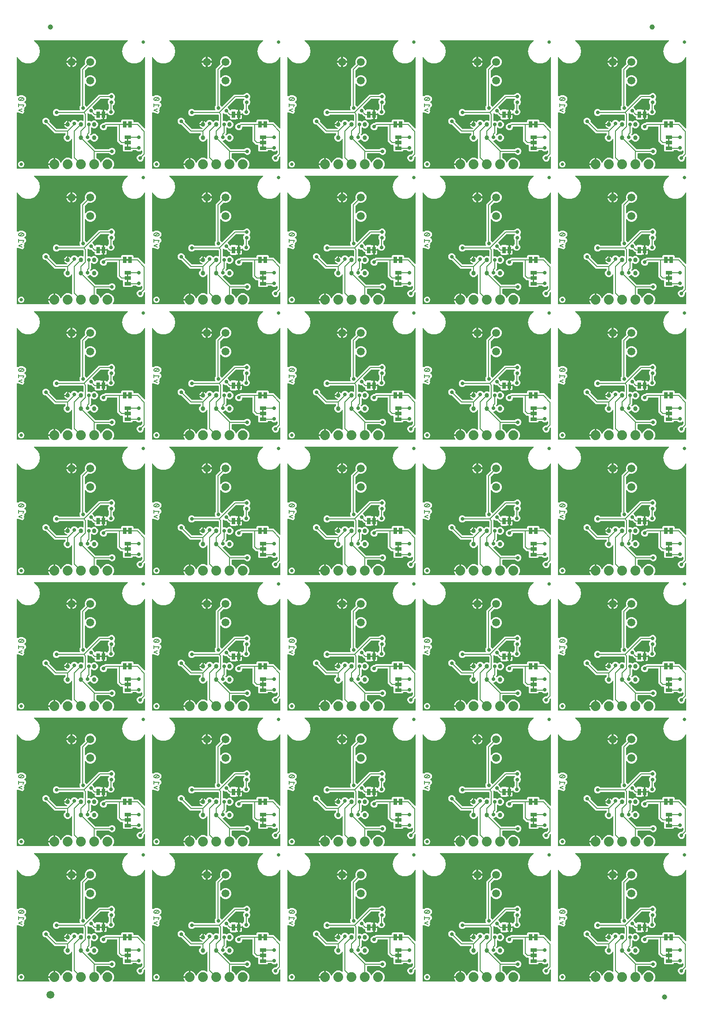
<source format=gbl>
G04 EAGLE Gerber RS-274X export*
G75*
%MOMM*%
%FSLAX34Y34*%
%LPD*%
%INBottom Copper*%
%IPPOS*%
%AMOC8*
5,1,8,0,0,1.08239X$1,22.5*%
G01*
%ADD10C,0.203200*%
%ADD11C,0.635000*%
%ADD12C,1.879600*%
%ADD13R,0.660400X1.270000*%
%ADD14R,1.270000X0.660400*%
%ADD15C,0.863600*%
%ADD16C,1.500000*%
%ADD17C,1.000000*%
%ADD18C,0.736600*%
%ADD19C,0.177800*%

G36*
X843055Y1558558D02*
X843055Y1558558D01*
X843147Y1558561D01*
X843196Y1558577D01*
X843246Y1558585D01*
X843330Y1558622D01*
X843417Y1558651D01*
X843459Y1558680D01*
X843505Y1558701D01*
X843575Y1558760D01*
X843651Y1558812D01*
X843683Y1558852D01*
X843722Y1558884D01*
X843773Y1558961D01*
X843832Y1559032D01*
X843852Y1559079D01*
X843880Y1559121D01*
X843908Y1559209D01*
X843944Y1559293D01*
X843950Y1559344D01*
X843966Y1559392D01*
X843968Y1559484D01*
X843979Y1559575D01*
X843972Y1559626D01*
X843973Y1559676D01*
X843950Y1559765D01*
X843935Y1559856D01*
X843915Y1559896D01*
X843901Y1559951D01*
X843820Y1560088D01*
X843786Y1560157D01*
X843229Y1560923D01*
X842376Y1562597D01*
X841795Y1564384D01*
X841674Y1565149D01*
X852424Y1565149D01*
X852482Y1565157D01*
X852540Y1565155D01*
X852622Y1565177D01*
X852705Y1565189D01*
X852759Y1565213D01*
X852815Y1565227D01*
X852888Y1565270D01*
X852965Y1565305D01*
X853009Y1565343D01*
X853060Y1565373D01*
X853117Y1565434D01*
X853182Y1565489D01*
X853214Y1565537D01*
X853254Y1565580D01*
X853293Y1565655D01*
X853339Y1565725D01*
X853357Y1565781D01*
X853384Y1565833D01*
X853395Y1565901D01*
X853425Y1565996D01*
X853428Y1566096D01*
X853439Y1566164D01*
X853439Y1567181D01*
X854456Y1567181D01*
X854514Y1567189D01*
X854572Y1567188D01*
X854654Y1567209D01*
X854737Y1567221D01*
X854791Y1567245D01*
X854847Y1567259D01*
X854920Y1567302D01*
X854997Y1567337D01*
X855042Y1567375D01*
X855092Y1567405D01*
X855150Y1567466D01*
X855214Y1567521D01*
X855246Y1567569D01*
X855286Y1567612D01*
X855325Y1567687D01*
X855371Y1567757D01*
X855389Y1567813D01*
X855416Y1567865D01*
X855427Y1567933D01*
X855457Y1568028D01*
X855460Y1568128D01*
X855471Y1568196D01*
X855471Y1578946D01*
X856236Y1578825D01*
X858023Y1578244D01*
X859697Y1577391D01*
X861218Y1576286D01*
X862546Y1574958D01*
X863651Y1573437D01*
X864504Y1571763D01*
X864868Y1570643D01*
X864898Y1570581D01*
X864919Y1570515D01*
X864960Y1570454D01*
X864993Y1570388D01*
X865039Y1570337D01*
X865078Y1570279D01*
X865134Y1570232D01*
X865183Y1570177D01*
X865242Y1570141D01*
X865295Y1570096D01*
X865362Y1570066D01*
X865425Y1570027D01*
X865492Y1570009D01*
X865555Y1569981D01*
X865628Y1569971D01*
X865699Y1569951D01*
X865768Y1569951D01*
X865837Y1569942D01*
X865909Y1569952D01*
X865983Y1569953D01*
X866050Y1569973D01*
X866118Y1569982D01*
X866185Y1570013D01*
X866256Y1570034D01*
X866314Y1570071D01*
X866377Y1570100D01*
X866433Y1570147D01*
X866495Y1570187D01*
X866541Y1570239D01*
X866593Y1570284D01*
X866626Y1570337D01*
X866683Y1570401D01*
X866732Y1570505D01*
X866771Y1570569D01*
X868288Y1574231D01*
X871789Y1577732D01*
X876364Y1579627D01*
X881316Y1579627D01*
X886071Y1577657D01*
X886183Y1577628D01*
X886292Y1577594D01*
X886320Y1577593D01*
X886347Y1577586D01*
X886461Y1577589D01*
X886576Y1577586D01*
X886603Y1577593D01*
X886631Y1577594D01*
X886740Y1577629D01*
X886851Y1577658D01*
X886875Y1577672D01*
X886902Y1577681D01*
X886997Y1577745D01*
X887096Y1577803D01*
X887115Y1577824D01*
X887138Y1577839D01*
X887212Y1577927D01*
X887290Y1578011D01*
X887303Y1578035D01*
X887321Y1578057D01*
X887367Y1578161D01*
X887420Y1578264D01*
X887424Y1578288D01*
X887436Y1578316D01*
X887473Y1578580D01*
X887475Y1578595D01*
X887475Y1614473D01*
X887463Y1614558D01*
X887461Y1614644D01*
X887443Y1614698D01*
X887435Y1614755D01*
X887400Y1614833D01*
X887374Y1614915D01*
X887342Y1614962D01*
X887319Y1615014D01*
X887264Y1615080D01*
X887216Y1615151D01*
X887172Y1615188D01*
X887136Y1615231D01*
X887064Y1615279D01*
X886998Y1615334D01*
X886946Y1615357D01*
X886899Y1615389D01*
X886817Y1615415D01*
X886738Y1615450D01*
X886682Y1615457D01*
X886628Y1615474D01*
X886542Y1615477D01*
X886457Y1615488D01*
X886401Y1615480D01*
X886344Y1615482D01*
X886261Y1615460D01*
X886176Y1615448D01*
X886124Y1615424D01*
X886069Y1615410D01*
X885995Y1615366D01*
X885916Y1615331D01*
X885873Y1615294D01*
X885824Y1615265D01*
X885765Y1615202D01*
X885700Y1615146D01*
X885674Y1615104D01*
X885630Y1615057D01*
X885564Y1614928D01*
X885522Y1614862D01*
X885085Y1613807D01*
X883013Y1611735D01*
X880305Y1610613D01*
X877375Y1610613D01*
X874667Y1611735D01*
X872595Y1613807D01*
X871473Y1616515D01*
X871473Y1619445D01*
X872595Y1622153D01*
X874478Y1624036D01*
X874530Y1624106D01*
X874590Y1624170D01*
X874616Y1624219D01*
X874649Y1624263D01*
X874680Y1624345D01*
X874720Y1624423D01*
X874728Y1624470D01*
X874750Y1624529D01*
X874762Y1624677D01*
X874775Y1624754D01*
X874775Y1625600D01*
X874768Y1625650D01*
X874769Y1625668D01*
X874767Y1625672D01*
X874769Y1625716D01*
X874747Y1625798D01*
X874735Y1625882D01*
X874712Y1625935D01*
X874697Y1625991D01*
X874654Y1626064D01*
X874619Y1626141D01*
X874581Y1626186D01*
X874552Y1626236D01*
X874490Y1626294D01*
X874436Y1626358D01*
X874387Y1626390D01*
X874344Y1626430D01*
X874269Y1626469D01*
X874199Y1626516D01*
X874143Y1626533D01*
X874091Y1626560D01*
X874023Y1626571D01*
X873928Y1626601D01*
X873828Y1626604D01*
X873760Y1626615D01*
X854296Y1626615D01*
X838211Y1642701D01*
X838141Y1642753D01*
X838077Y1642813D01*
X838028Y1642839D01*
X837983Y1642872D01*
X837902Y1642903D01*
X837824Y1642943D01*
X837776Y1642951D01*
X837718Y1642973D01*
X837570Y1642985D01*
X837493Y1642998D01*
X835591Y1642998D01*
X833117Y1644023D01*
X831223Y1645917D01*
X830198Y1648391D01*
X830198Y1651069D01*
X831223Y1653543D01*
X833117Y1655437D01*
X835591Y1656462D01*
X838269Y1656462D01*
X840743Y1655437D01*
X842637Y1653543D01*
X843662Y1651069D01*
X843662Y1649167D01*
X843674Y1649081D01*
X843677Y1648993D01*
X843694Y1648941D01*
X843702Y1648886D01*
X843737Y1648806D01*
X843764Y1648723D01*
X843792Y1648683D01*
X843818Y1648626D01*
X843914Y1648513D01*
X843959Y1648449D01*
X857366Y1635042D01*
X857436Y1634990D01*
X857500Y1634930D01*
X857549Y1634904D01*
X857594Y1634871D01*
X857675Y1634840D01*
X857753Y1634800D01*
X857801Y1634792D01*
X857859Y1634770D01*
X858007Y1634758D01*
X858084Y1634745D01*
X876736Y1634745D01*
X876822Y1634757D01*
X876827Y1634757D01*
X876830Y1634757D01*
X876832Y1634757D01*
X876910Y1634760D01*
X876962Y1634777D01*
X877017Y1634785D01*
X877087Y1634816D01*
X877107Y1634820D01*
X877121Y1634828D01*
X877180Y1634847D01*
X877220Y1634875D01*
X877277Y1634901D01*
X877323Y1634940D01*
X877356Y1634958D01*
X877405Y1635007D01*
X877454Y1635042D01*
X877462Y1635051D01*
X877477Y1635070D01*
X877494Y1635084D01*
X877518Y1635120D01*
X877557Y1635160D01*
X877591Y1635221D01*
X877633Y1635278D01*
X877647Y1635315D01*
X877651Y1635321D01*
X877659Y1635346D01*
X877694Y1635409D01*
X877709Y1635478D01*
X877734Y1635544D01*
X877740Y1635616D01*
X877756Y1635686D01*
X877752Y1635757D01*
X877758Y1635827D01*
X877744Y1635898D01*
X877740Y1635970D01*
X877716Y1636036D01*
X877702Y1636106D01*
X877669Y1636170D01*
X877645Y1636238D01*
X877604Y1636295D01*
X877571Y1636358D01*
X877521Y1636410D01*
X877479Y1636469D01*
X877424Y1636513D01*
X877375Y1636564D01*
X877313Y1636601D01*
X877256Y1636645D01*
X877200Y1636667D01*
X877130Y1636708D01*
X877013Y1636737D01*
X876942Y1636764D01*
X876839Y1636785D01*
X875591Y1637302D01*
X874468Y1638053D01*
X873513Y1639008D01*
X872762Y1640131D01*
X872245Y1641379D01*
X872099Y1642111D01*
X878586Y1642111D01*
X878644Y1642119D01*
X878702Y1642117D01*
X878784Y1642139D01*
X878867Y1642151D01*
X878921Y1642174D01*
X878977Y1642189D01*
X879050Y1642232D01*
X879127Y1642267D01*
X879171Y1642305D01*
X879222Y1642334D01*
X879279Y1642396D01*
X879344Y1642450D01*
X879376Y1642499D01*
X879416Y1642542D01*
X879455Y1642617D01*
X879501Y1642687D01*
X879509Y1642711D01*
X879558Y1642741D01*
X879635Y1642775D01*
X879680Y1642813D01*
X879730Y1642843D01*
X879788Y1642904D01*
X879852Y1642959D01*
X879884Y1643007D01*
X879924Y1643050D01*
X879963Y1643125D01*
X880010Y1643195D01*
X880027Y1643251D01*
X880054Y1643303D01*
X880065Y1643371D01*
X880095Y1643466D01*
X880098Y1643566D01*
X880109Y1643634D01*
X880109Y1650121D01*
X880841Y1649975D01*
X882089Y1649458D01*
X883212Y1648708D01*
X883877Y1648043D01*
X883968Y1647974D01*
X884056Y1647900D01*
X884082Y1647889D01*
X884104Y1647872D01*
X884211Y1647831D01*
X884316Y1647785D01*
X884343Y1647781D01*
X884369Y1647771D01*
X884484Y1647761D01*
X884598Y1647746D01*
X884625Y1647750D01*
X884653Y1647747D01*
X884765Y1647770D01*
X884879Y1647786D01*
X884904Y1647798D01*
X884932Y1647803D01*
X885034Y1647856D01*
X885138Y1647904D01*
X885159Y1647921D01*
X885184Y1647934D01*
X885267Y1648013D01*
X885355Y1648088D01*
X885368Y1648109D01*
X885390Y1648130D01*
X885524Y1648359D01*
X885532Y1648372D01*
X885833Y1649098D01*
X887727Y1650992D01*
X890201Y1652017D01*
X892879Y1652017D01*
X895353Y1650992D01*
X897247Y1649098D01*
X897337Y1648880D01*
X897395Y1648782D01*
X897448Y1648680D01*
X897468Y1648659D01*
X897482Y1648636D01*
X897565Y1648557D01*
X897644Y1648474D01*
X897668Y1648460D01*
X897688Y1648440D01*
X897791Y1648388D01*
X897889Y1648330D01*
X897916Y1648323D01*
X897941Y1648310D01*
X898054Y1648288D01*
X898165Y1648260D01*
X898193Y1648261D01*
X898220Y1648255D01*
X898334Y1648265D01*
X898449Y1648269D01*
X898476Y1648277D01*
X898503Y1648280D01*
X898610Y1648321D01*
X898720Y1648356D01*
X898740Y1648371D01*
X898769Y1648382D01*
X898981Y1648542D01*
X898993Y1648551D01*
X900067Y1649625D01*
X902775Y1650747D01*
X905705Y1650747D01*
X907534Y1649989D01*
X907559Y1649983D01*
X907579Y1649973D01*
X907633Y1649964D01*
X907646Y1649960D01*
X907755Y1649926D01*
X907783Y1649925D01*
X907810Y1649918D01*
X907891Y1649920D01*
X907910Y1649917D01*
X907923Y1649917D01*
X907948Y1649921D01*
X908039Y1649918D01*
X908066Y1649925D01*
X908094Y1649926D01*
X908179Y1649953D01*
X908205Y1649957D01*
X908229Y1649968D01*
X908314Y1649990D01*
X908338Y1650004D01*
X908365Y1650013D01*
X908437Y1650061D01*
X908464Y1650073D01*
X908487Y1650093D01*
X908559Y1650136D01*
X908578Y1650156D01*
X908601Y1650171D01*
X908653Y1650234D01*
X908681Y1650257D01*
X908701Y1650287D01*
X908753Y1650343D01*
X908766Y1650368D01*
X908784Y1650389D01*
X908814Y1650457D01*
X908839Y1650494D01*
X908852Y1650535D01*
X908883Y1650596D01*
X908887Y1650621D01*
X908899Y1650649D01*
X908908Y1650715D01*
X908924Y1650765D01*
X908926Y1650844D01*
X908936Y1650912D01*
X908938Y1650927D01*
X908938Y1661088D01*
X908930Y1661145D01*
X908932Y1661201D01*
X908924Y1661229D01*
X908923Y1661262D01*
X908906Y1661314D01*
X908898Y1661369D01*
X908873Y1661427D01*
X908860Y1661476D01*
X908847Y1661498D01*
X908836Y1661532D01*
X908808Y1661572D01*
X908782Y1661629D01*
X908739Y1661680D01*
X908715Y1661721D01*
X908675Y1661758D01*
X908641Y1661806D01*
X908569Y1661878D01*
X908499Y1661930D01*
X908435Y1661990D01*
X908386Y1662016D01*
X908341Y1662049D01*
X908260Y1662080D01*
X908182Y1662120D01*
X908134Y1662128D01*
X908076Y1662150D01*
X907928Y1662162D01*
X907851Y1662175D01*
X863126Y1662175D01*
X863039Y1662163D01*
X862952Y1662160D01*
X862899Y1662143D01*
X862844Y1662135D01*
X862765Y1662100D01*
X862681Y1662073D01*
X862642Y1662045D01*
X862585Y1662019D01*
X862472Y1661923D01*
X862408Y1661878D01*
X861063Y1660533D01*
X858589Y1659508D01*
X855911Y1659508D01*
X853437Y1660533D01*
X851543Y1662427D01*
X850518Y1664901D01*
X850518Y1667579D01*
X851543Y1670053D01*
X853437Y1671947D01*
X855911Y1672972D01*
X858589Y1672972D01*
X861063Y1671947D01*
X862408Y1670602D01*
X862478Y1670550D01*
X862542Y1670490D01*
X862591Y1670464D01*
X862635Y1670431D01*
X862717Y1670400D01*
X862795Y1670360D01*
X862842Y1670352D01*
X862901Y1670330D01*
X863049Y1670318D01*
X863126Y1670305D01*
X901179Y1670305D01*
X901293Y1670321D01*
X901407Y1670331D01*
X901433Y1670341D01*
X901461Y1670345D01*
X901566Y1670392D01*
X901673Y1670433D01*
X901695Y1670449D01*
X901720Y1670461D01*
X901808Y1670535D01*
X901899Y1670604D01*
X901916Y1670627D01*
X901937Y1670644D01*
X902001Y1670740D01*
X902070Y1670832D01*
X902079Y1670858D01*
X902095Y1670881D01*
X902129Y1670991D01*
X902170Y1671098D01*
X902172Y1671126D01*
X902181Y1671152D01*
X902183Y1671267D01*
X902193Y1671381D01*
X902187Y1671406D01*
X902188Y1671436D01*
X902121Y1671693D01*
X902117Y1671709D01*
X901379Y1673490D01*
X901379Y1676168D01*
X902404Y1678642D01*
X903053Y1679291D01*
X903105Y1679361D01*
X903165Y1679425D01*
X903191Y1679474D01*
X903224Y1679518D01*
X903255Y1679600D01*
X903295Y1679678D01*
X903303Y1679725D01*
X903325Y1679784D01*
X903337Y1679932D01*
X903350Y1680009D01*
X903350Y1749839D01*
X911963Y1758451D01*
X911964Y1758453D01*
X911965Y1758454D01*
X912048Y1758564D01*
X912134Y1758679D01*
X912134Y1758680D01*
X912135Y1758681D01*
X912186Y1758815D01*
X912235Y1758944D01*
X912235Y1758946D01*
X912236Y1758947D01*
X912247Y1759092D01*
X912259Y1759228D01*
X912258Y1759229D01*
X912259Y1759231D01*
X912255Y1759246D01*
X912203Y1759506D01*
X912189Y1759533D01*
X912183Y1759558D01*
X911651Y1760842D01*
X911651Y1765038D01*
X913257Y1768915D01*
X916225Y1771883D01*
X920102Y1773489D01*
X924298Y1773489D01*
X928175Y1771883D01*
X931143Y1768915D01*
X932749Y1765038D01*
X932749Y1760842D01*
X931143Y1756965D01*
X928175Y1753997D01*
X924298Y1752391D01*
X920102Y1752391D01*
X918818Y1752923D01*
X918816Y1752923D01*
X918815Y1752924D01*
X918679Y1752959D01*
X918542Y1752994D01*
X918541Y1752994D01*
X918539Y1752994D01*
X918399Y1752990D01*
X918258Y1752986D01*
X918257Y1752985D01*
X918255Y1752985D01*
X918122Y1752942D01*
X917988Y1752899D01*
X917986Y1752898D01*
X917985Y1752898D01*
X917973Y1752889D01*
X917751Y1752741D01*
X917732Y1752717D01*
X917711Y1752703D01*
X911777Y1746769D01*
X911725Y1746699D01*
X911665Y1746635D01*
X911639Y1746586D01*
X911606Y1746541D01*
X911575Y1746460D01*
X911535Y1746382D01*
X911527Y1746334D01*
X911505Y1746276D01*
X911493Y1746128D01*
X911480Y1746051D01*
X911480Y1733669D01*
X911484Y1733640D01*
X911481Y1733611D01*
X911504Y1733500D01*
X911520Y1733387D01*
X911532Y1733361D01*
X911537Y1733332D01*
X911590Y1733231D01*
X911636Y1733128D01*
X911655Y1733106D01*
X911668Y1733080D01*
X911746Y1732997D01*
X911819Y1732911D01*
X911844Y1732895D01*
X911864Y1732873D01*
X911962Y1732816D01*
X912056Y1732753D01*
X912084Y1732745D01*
X912109Y1732730D01*
X912219Y1732702D01*
X912327Y1732668D01*
X912357Y1732667D01*
X912385Y1732660D01*
X912498Y1732663D01*
X912611Y1732660D01*
X912640Y1732668D01*
X912669Y1732669D01*
X912777Y1732704D01*
X912886Y1732732D01*
X912912Y1732747D01*
X912940Y1732756D01*
X913003Y1732802D01*
X913131Y1732877D01*
X913174Y1732923D01*
X913213Y1732951D01*
X916225Y1735963D01*
X920102Y1737569D01*
X924298Y1737569D01*
X928175Y1735963D01*
X931143Y1732995D01*
X932749Y1729118D01*
X932749Y1724922D01*
X931143Y1721045D01*
X928175Y1718077D01*
X924298Y1716471D01*
X920102Y1716471D01*
X916225Y1718077D01*
X913213Y1721089D01*
X913189Y1721107D01*
X913170Y1721129D01*
X913076Y1721192D01*
X912986Y1721260D01*
X912958Y1721270D01*
X912934Y1721287D01*
X912826Y1721321D01*
X912720Y1721361D01*
X912691Y1721364D01*
X912663Y1721372D01*
X912549Y1721375D01*
X912437Y1721385D01*
X912408Y1721379D01*
X912379Y1721380D01*
X912269Y1721351D01*
X912158Y1721329D01*
X912132Y1721315D01*
X912104Y1721308D01*
X912006Y1721250D01*
X911906Y1721198D01*
X911884Y1721178D01*
X911859Y1721163D01*
X911782Y1721080D01*
X911700Y1721002D01*
X911685Y1720977D01*
X911665Y1720955D01*
X911613Y1720854D01*
X911556Y1720757D01*
X911549Y1720728D01*
X911535Y1720702D01*
X911522Y1720625D01*
X911486Y1720481D01*
X911488Y1720419D01*
X911480Y1720371D01*
X911480Y1681398D01*
X911480Y1681395D01*
X911480Y1681392D01*
X911498Y1681272D01*
X911499Y1681223D01*
X911509Y1681192D01*
X911520Y1681117D01*
X911521Y1681114D01*
X911521Y1681110D01*
X911565Y1681015D01*
X911569Y1680999D01*
X911574Y1680990D01*
X911587Y1680952D01*
X911605Y1680926D01*
X911636Y1680857D01*
X911638Y1680855D01*
X911639Y1680852D01*
X911695Y1680787D01*
X911714Y1680754D01*
X911754Y1680717D01*
X911781Y1680679D01*
X911818Y1680642D01*
X911819Y1680640D01*
X911820Y1680640D01*
X913818Y1678642D01*
X914054Y1678073D01*
X914112Y1677973D01*
X914165Y1677872D01*
X914184Y1677852D01*
X914198Y1677828D01*
X914282Y1677749D01*
X914361Y1677666D01*
X914385Y1677652D01*
X914405Y1677632D01*
X914507Y1677580D01*
X914606Y1677522D01*
X914633Y1677515D01*
X914658Y1677502D01*
X914771Y1677480D01*
X914882Y1677452D01*
X914909Y1677453D01*
X914937Y1677447D01*
X915051Y1677457D01*
X915166Y1677461D01*
X915192Y1677469D01*
X915220Y1677472D01*
X915327Y1677513D01*
X915436Y1677548D01*
X915457Y1677563D01*
X915485Y1677574D01*
X915697Y1677734D01*
X915710Y1677743D01*
X938511Y1700545D01*
X956784Y1700545D01*
X956871Y1700557D01*
X956958Y1700560D01*
X957011Y1700577D01*
X957066Y1700585D01*
X957145Y1700620D01*
X957229Y1700647D01*
X957268Y1700675D01*
X957325Y1700701D01*
X957438Y1700797D01*
X957502Y1700842D01*
X958847Y1702187D01*
X961321Y1703212D01*
X963999Y1703212D01*
X966473Y1702187D01*
X968367Y1700293D01*
X969392Y1697819D01*
X969392Y1695141D01*
X968367Y1692667D01*
X967621Y1691920D01*
X967585Y1691874D01*
X967543Y1691833D01*
X967500Y1691760D01*
X967450Y1691693D01*
X967429Y1691639D01*
X967399Y1691588D01*
X967378Y1691506D01*
X967348Y1691428D01*
X967344Y1691369D01*
X967329Y1691313D01*
X967332Y1691228D01*
X967325Y1691144D01*
X967336Y1691087D01*
X967338Y1691028D01*
X967364Y1690948D01*
X967381Y1690865D01*
X967408Y1690814D01*
X967426Y1690758D01*
X967466Y1690702D01*
X967512Y1690613D01*
X967580Y1690541D01*
X967621Y1690485D01*
X968367Y1689738D01*
X969392Y1687264D01*
X969392Y1684586D01*
X968367Y1682112D01*
X966473Y1680218D01*
X966081Y1680056D01*
X966080Y1680055D01*
X966079Y1680055D01*
X965960Y1679984D01*
X965837Y1679911D01*
X965836Y1679910D01*
X965834Y1679909D01*
X965737Y1679805D01*
X965641Y1679705D01*
X965641Y1679703D01*
X965640Y1679702D01*
X965575Y1679576D01*
X965511Y1679452D01*
X965511Y1679450D01*
X965510Y1679449D01*
X965508Y1679434D01*
X965456Y1679173D01*
X965459Y1679143D01*
X965455Y1679118D01*
X965455Y1673386D01*
X965467Y1673299D01*
X965470Y1673212D01*
X965487Y1673159D01*
X965495Y1673104D01*
X965530Y1673025D01*
X965557Y1672941D01*
X965585Y1672902D01*
X965611Y1672845D01*
X965707Y1672732D01*
X965752Y1672668D01*
X967097Y1671323D01*
X968122Y1668849D01*
X968122Y1666171D01*
X967097Y1663697D01*
X965203Y1661803D01*
X962729Y1660778D01*
X960051Y1660778D01*
X957577Y1661803D01*
X955683Y1663697D01*
X955343Y1664518D01*
X955299Y1664592D01*
X955264Y1664670D01*
X955227Y1664714D01*
X955198Y1664763D01*
X955136Y1664822D01*
X955080Y1664887D01*
X955033Y1664919D01*
X954992Y1664958D01*
X954915Y1664997D01*
X954844Y1665045D01*
X954790Y1665062D01*
X954739Y1665088D01*
X954655Y1665105D01*
X954573Y1665131D01*
X954516Y1665132D01*
X954460Y1665143D01*
X954375Y1665136D01*
X954289Y1665138D01*
X954234Y1665124D01*
X954177Y1665119D01*
X954096Y1665088D01*
X954014Y1665066D01*
X953965Y1665037D01*
X953912Y1665017D01*
X953843Y1664965D01*
X953769Y1664921D01*
X953730Y1664880D01*
X953685Y1664845D01*
X953633Y1664776D01*
X953575Y1664714D01*
X953549Y1664663D01*
X953515Y1664617D01*
X953484Y1664537D01*
X953445Y1664461D01*
X953437Y1664412D01*
X953414Y1664352D01*
X953403Y1664207D01*
X953390Y1664130D01*
X953390Y1664080D01*
X949197Y1664080D01*
X949197Y1671321D01*
X951183Y1671321D01*
X951830Y1671148D01*
X952409Y1670813D01*
X952882Y1670340D01*
X953247Y1669709D01*
X953295Y1669647D01*
X953331Y1669586D01*
X953350Y1669569D01*
X953370Y1669539D01*
X953399Y1669514D01*
X953422Y1669485D01*
X953497Y1669430D01*
X953538Y1669392D01*
X953554Y1669384D01*
X953588Y1669356D01*
X953622Y1669340D01*
X953652Y1669318D01*
X953751Y1669283D01*
X953754Y1669282D01*
X953791Y1669262D01*
X953800Y1669261D01*
X953847Y1669240D01*
X953884Y1669235D01*
X953920Y1669222D01*
X954025Y1669216D01*
X954129Y1669201D01*
X954166Y1669207D01*
X954203Y1669204D01*
X954306Y1669227D01*
X954410Y1669242D01*
X954444Y1669257D01*
X954481Y1669265D01*
X954574Y1669316D01*
X954669Y1669359D01*
X954698Y1669383D01*
X954731Y1669401D01*
X954806Y1669475D01*
X954886Y1669543D01*
X954903Y1669572D01*
X954933Y1669601D01*
X954991Y1669705D01*
X955044Y1669783D01*
X955052Y1669809D01*
X955064Y1669828D01*
X955683Y1671323D01*
X957028Y1672668D01*
X957080Y1672738D01*
X957140Y1672802D01*
X957166Y1672851D01*
X957199Y1672895D01*
X957230Y1672977D01*
X957270Y1673055D01*
X957278Y1673102D01*
X957300Y1673161D01*
X957312Y1673309D01*
X957325Y1673386D01*
X957325Y1681319D01*
X957313Y1681406D01*
X957310Y1681493D01*
X957293Y1681546D01*
X957285Y1681601D01*
X957250Y1681680D01*
X957223Y1681764D01*
X957195Y1681803D01*
X957169Y1681860D01*
X957073Y1681973D01*
X957028Y1682037D01*
X956953Y1682112D01*
X955928Y1684586D01*
X955928Y1687264D01*
X956953Y1689738D01*
X957699Y1690485D01*
X957735Y1690531D01*
X957777Y1690572D01*
X957820Y1690644D01*
X957870Y1690712D01*
X957891Y1690766D01*
X957921Y1690817D01*
X957942Y1690898D01*
X957972Y1690977D01*
X957976Y1691036D01*
X957991Y1691092D01*
X957988Y1691177D01*
X957995Y1691261D01*
X957984Y1691318D01*
X957982Y1691377D01*
X957956Y1691457D01*
X957939Y1691539D01*
X957912Y1691591D01*
X957894Y1691647D01*
X957854Y1691703D01*
X957808Y1691792D01*
X957739Y1691864D01*
X957699Y1691920D01*
X957502Y1692118D01*
X957432Y1692170D01*
X957368Y1692230D01*
X957319Y1692256D01*
X957275Y1692289D01*
X957193Y1692320D01*
X957115Y1692360D01*
X957068Y1692368D01*
X957009Y1692390D01*
X956861Y1692402D01*
X956784Y1692415D01*
X942299Y1692415D01*
X942213Y1692403D01*
X942125Y1692400D01*
X942073Y1692383D01*
X942018Y1692375D01*
X941938Y1692340D01*
X941855Y1692313D01*
X941815Y1692285D01*
X941758Y1692259D01*
X941645Y1692163D01*
X941581Y1692118D01*
X926397Y1676934D01*
X926328Y1676842D01*
X926254Y1676754D01*
X926243Y1676729D01*
X926226Y1676707D01*
X926185Y1676599D01*
X926139Y1676494D01*
X926135Y1676467D01*
X926125Y1676441D01*
X926116Y1676327D01*
X926100Y1676213D01*
X926104Y1676185D01*
X926101Y1676158D01*
X926124Y1676045D01*
X926140Y1675931D01*
X926152Y1675906D01*
X926157Y1675879D01*
X926210Y1675777D01*
X926258Y1675672D01*
X926276Y1675651D01*
X926288Y1675627D01*
X926367Y1675543D01*
X926442Y1675456D01*
X926463Y1675443D01*
X926484Y1675420D01*
X926714Y1675286D01*
X926727Y1675278D01*
X927103Y1675122D01*
X928997Y1673228D01*
X929871Y1671117D01*
X929930Y1671018D01*
X929983Y1670916D01*
X930002Y1670896D01*
X930016Y1670872D01*
X930099Y1670793D01*
X930178Y1670710D01*
X930202Y1670696D01*
X930223Y1670677D01*
X930325Y1670624D01*
X930424Y1670566D01*
X930451Y1670560D01*
X930475Y1670547D01*
X930588Y1670525D01*
X930699Y1670496D01*
X930727Y1670497D01*
X930754Y1670492D01*
X930869Y1670502D01*
X930983Y1670505D01*
X931010Y1670514D01*
X931037Y1670516D01*
X931144Y1670557D01*
X931254Y1670593D01*
X931274Y1670607D01*
X931303Y1670618D01*
X931515Y1670779D01*
X931527Y1670788D01*
X932568Y1671829D01*
X941698Y1671829D01*
X942152Y1671374D01*
X942209Y1671331D01*
X942260Y1671281D01*
X942322Y1671246D01*
X942379Y1671203D01*
X942446Y1671178D01*
X942509Y1671143D01*
X942578Y1671128D01*
X942645Y1671102D01*
X942717Y1671096D01*
X942786Y1671080D01*
X942799Y1671081D01*
X942801Y1671081D01*
X942813Y1671082D01*
X942857Y1671085D01*
X942928Y1671079D01*
X942998Y1671093D01*
X943070Y1671097D01*
X943105Y1671110D01*
X943135Y1671113D01*
X943910Y1671321D01*
X945897Y1671321D01*
X945897Y1663763D01*
X940499Y1663763D01*
X940480Y1663751D01*
X940457Y1663747D01*
X940450Y1663732D01*
X940441Y1663726D01*
X940443Y1663716D01*
X940436Y1663700D01*
X940436Y1661160D01*
X940448Y1661141D01*
X940451Y1661119D01*
X940467Y1661112D01*
X940473Y1661103D01*
X940483Y1661104D01*
X940499Y1661097D01*
X945897Y1661097D01*
X945897Y1653539D01*
X943910Y1653539D01*
X943135Y1653747D01*
X943128Y1653748D01*
X943115Y1653753D01*
X943047Y1653760D01*
X942980Y1653777D01*
X942908Y1653775D01*
X942853Y1653781D01*
X942848Y1653781D01*
X942832Y1653782D01*
X942765Y1653770D01*
X942696Y1653768D01*
X942625Y1653745D01*
X942605Y1653742D01*
X942572Y1653736D01*
X942570Y1653735D01*
X942553Y1653732D01*
X942491Y1653702D01*
X942425Y1653680D01*
X942375Y1653644D01*
X942321Y1653618D01*
X942315Y1653615D01*
X942298Y1653606D01*
X942213Y1653529D01*
X942152Y1653486D01*
X941698Y1653031D01*
X932568Y1653031D01*
X930782Y1654817D01*
X930782Y1657477D01*
X930774Y1657535D01*
X930776Y1657593D01*
X930754Y1657675D01*
X930742Y1657759D01*
X930719Y1657812D01*
X930704Y1657868D01*
X930661Y1657941D01*
X930626Y1658018D01*
X930588Y1658063D01*
X930559Y1658113D01*
X930497Y1658171D01*
X930443Y1658235D01*
X930394Y1658267D01*
X930351Y1658307D01*
X930276Y1658346D01*
X930206Y1658393D01*
X930150Y1658410D01*
X930098Y1658437D01*
X930030Y1658448D01*
X929935Y1658478D01*
X929835Y1658481D01*
X929767Y1658492D01*
X928644Y1658492D01*
X924750Y1662386D01*
X924681Y1662438D01*
X924617Y1662498D01*
X924567Y1662524D01*
X924523Y1662557D01*
X924441Y1662588D01*
X924363Y1662628D01*
X924316Y1662636D01*
X924257Y1662658D01*
X924110Y1662670D01*
X924032Y1662683D01*
X921951Y1662683D01*
X919477Y1663708D01*
X918801Y1664384D01*
X918777Y1664402D01*
X918758Y1664424D01*
X918664Y1664487D01*
X918574Y1664555D01*
X918546Y1664565D01*
X918522Y1664582D01*
X918414Y1664616D01*
X918308Y1664656D01*
X918279Y1664659D01*
X918251Y1664667D01*
X918137Y1664670D01*
X918025Y1664680D01*
X917996Y1664674D01*
X917967Y1664675D01*
X917857Y1664646D01*
X917746Y1664624D01*
X917720Y1664610D01*
X917692Y1664603D01*
X917594Y1664545D01*
X917494Y1664493D01*
X917472Y1664473D01*
X917447Y1664458D01*
X917370Y1664375D01*
X917288Y1664297D01*
X917273Y1664272D01*
X917253Y1664250D01*
X917201Y1664149D01*
X917144Y1664052D01*
X917137Y1664023D01*
X917123Y1663997D01*
X917110Y1663920D01*
X917074Y1663776D01*
X917076Y1663714D01*
X917068Y1663666D01*
X917068Y1651127D01*
X917076Y1651069D01*
X917074Y1651011D01*
X917096Y1650929D01*
X917108Y1650845D01*
X917131Y1650792D01*
X917146Y1650736D01*
X917189Y1650663D01*
X917224Y1650586D01*
X917262Y1650541D01*
X917291Y1650491D01*
X917353Y1650433D01*
X917407Y1650369D01*
X917456Y1650337D01*
X917499Y1650297D01*
X917574Y1650258D01*
X917644Y1650211D01*
X917700Y1650194D01*
X917752Y1650167D01*
X917820Y1650156D01*
X917915Y1650126D01*
X918015Y1650123D01*
X918083Y1650112D01*
X920819Y1650112D01*
X923293Y1649087D01*
X923393Y1648987D01*
X923440Y1648952D01*
X923480Y1648909D01*
X923553Y1648867D01*
X923620Y1648816D01*
X923675Y1648795D01*
X923725Y1648766D01*
X923807Y1648745D01*
X923886Y1648715D01*
X923944Y1648710D01*
X924001Y1648696D01*
X924085Y1648698D01*
X924169Y1648691D01*
X924227Y1648703D01*
X924285Y1648705D01*
X924365Y1648731D01*
X924448Y1648747D01*
X924500Y1648774D01*
X924556Y1648792D01*
X924612Y1648832D01*
X924700Y1648878D01*
X924773Y1648947D01*
X924829Y1648987D01*
X925467Y1649625D01*
X928175Y1650747D01*
X931105Y1650747D01*
X933813Y1649625D01*
X935885Y1647553D01*
X937007Y1644845D01*
X937007Y1641915D01*
X935885Y1639207D01*
X933813Y1637135D01*
X931105Y1636013D01*
X928175Y1636013D01*
X925467Y1637135D01*
X925278Y1637324D01*
X925254Y1637342D01*
X925235Y1637364D01*
X925141Y1637427D01*
X925051Y1637495D01*
X925023Y1637505D01*
X924999Y1637522D01*
X924891Y1637556D01*
X924785Y1637596D01*
X924756Y1637599D01*
X924728Y1637607D01*
X924615Y1637610D01*
X924502Y1637620D01*
X924473Y1637614D01*
X924444Y1637615D01*
X924334Y1637586D01*
X924223Y1637564D01*
X924197Y1637550D01*
X924169Y1637543D01*
X924071Y1637485D01*
X923971Y1637433D01*
X923949Y1637413D01*
X923924Y1637398D01*
X923847Y1637315D01*
X923765Y1637237D01*
X923750Y1637212D01*
X923730Y1637190D01*
X923678Y1637090D01*
X923621Y1636992D01*
X923614Y1636963D01*
X923600Y1636937D01*
X923587Y1636860D01*
X923551Y1636716D01*
X923553Y1636654D01*
X923545Y1636606D01*
X923545Y1625821D01*
X922252Y1624529D01*
X922217Y1624482D01*
X922174Y1624442D01*
X922132Y1624369D01*
X922081Y1624302D01*
X922060Y1624247D01*
X922031Y1624196D01*
X922010Y1624115D01*
X921980Y1624036D01*
X921975Y1623978D01*
X921961Y1623921D01*
X921963Y1623836D01*
X921956Y1623753D01*
X921968Y1623695D01*
X921970Y1623637D01*
X921996Y1623556D01*
X922012Y1623474D01*
X922039Y1623422D01*
X922057Y1623366D01*
X922097Y1623310D01*
X922143Y1623221D01*
X922212Y1623149D01*
X922252Y1623093D01*
X922457Y1622888D01*
X922476Y1622868D01*
X922490Y1622845D01*
X922573Y1622766D01*
X922653Y1622682D01*
X922676Y1622668D01*
X922696Y1622649D01*
X922798Y1622596D01*
X922898Y1622538D01*
X922924Y1622531D01*
X922949Y1622519D01*
X923062Y1622496D01*
X923173Y1622468D01*
X923201Y1622469D01*
X923228Y1622464D01*
X923343Y1622474D01*
X923458Y1622477D01*
X923484Y1622486D01*
X923511Y1622488D01*
X923618Y1622529D01*
X923728Y1622565D01*
X923748Y1622579D01*
X923776Y1622590D01*
X923991Y1622752D01*
X924001Y1622760D01*
X925467Y1624225D01*
X928175Y1625347D01*
X931105Y1625347D01*
X933813Y1624225D01*
X935885Y1622153D01*
X937007Y1619445D01*
X937007Y1616515D01*
X935885Y1613807D01*
X933813Y1611735D01*
X931105Y1610613D01*
X928175Y1610613D01*
X925467Y1611735D01*
X923395Y1613807D01*
X923247Y1614163D01*
X923189Y1614262D01*
X923136Y1614364D01*
X923117Y1614384D01*
X923103Y1614408D01*
X923019Y1614487D01*
X922940Y1614570D01*
X922916Y1614584D01*
X922896Y1614603D01*
X922794Y1614656D01*
X922695Y1614714D01*
X922668Y1614721D01*
X922643Y1614733D01*
X922530Y1614756D01*
X922419Y1614784D01*
X922392Y1614783D01*
X922365Y1614788D01*
X922250Y1614778D01*
X922135Y1614775D01*
X922109Y1614766D01*
X922081Y1614764D01*
X921974Y1614723D01*
X921865Y1614687D01*
X921844Y1614673D01*
X921816Y1614662D01*
X921603Y1614501D01*
X921591Y1614492D01*
X920515Y1613416D01*
X918041Y1612391D01*
X918028Y1612391D01*
X917999Y1612387D01*
X917970Y1612390D01*
X917859Y1612367D01*
X917747Y1612351D01*
X917720Y1612339D01*
X917691Y1612334D01*
X917591Y1612282D01*
X917487Y1612235D01*
X917465Y1612216D01*
X917439Y1612203D01*
X917357Y1612125D01*
X917270Y1612052D01*
X917254Y1612027D01*
X917233Y1612007D01*
X917175Y1611909D01*
X917113Y1611815D01*
X917104Y1611787D01*
X917089Y1611762D01*
X917061Y1611652D01*
X917027Y1611544D01*
X917026Y1611514D01*
X917019Y1611486D01*
X917022Y1611373D01*
X917020Y1611260D01*
X917027Y1611231D01*
X917028Y1611202D01*
X917063Y1611094D01*
X917091Y1610985D01*
X917106Y1610959D01*
X917115Y1610931D01*
X917161Y1610868D01*
X917237Y1610740D01*
X917272Y1610707D01*
X917275Y1610702D01*
X917287Y1610690D01*
X917310Y1610658D01*
X931026Y1596942D01*
X931550Y1596418D01*
X931620Y1596366D01*
X931684Y1596306D01*
X931733Y1596281D01*
X931777Y1596247D01*
X931859Y1596216D01*
X931937Y1596176D01*
X931985Y1596168D01*
X932043Y1596146D01*
X932191Y1596134D01*
X932268Y1596121D01*
X957800Y1596121D01*
X957887Y1596133D01*
X957974Y1596136D01*
X958027Y1596153D01*
X958082Y1596161D01*
X958161Y1596196D01*
X958245Y1596223D01*
X958284Y1596251D01*
X958341Y1596277D01*
X958454Y1596373D01*
X958518Y1596418D01*
X959863Y1597763D01*
X962337Y1598788D01*
X965015Y1598788D01*
X967489Y1597763D01*
X969383Y1595869D01*
X970408Y1593395D01*
X970408Y1590717D01*
X969383Y1588243D01*
X967489Y1586349D01*
X965015Y1585324D01*
X962337Y1585324D01*
X959863Y1586349D01*
X958518Y1587694D01*
X958448Y1587747D01*
X958384Y1587806D01*
X958335Y1587832D01*
X958291Y1587865D01*
X958209Y1587896D01*
X958131Y1587936D01*
X958084Y1587944D01*
X958025Y1587966D01*
X957877Y1587978D01*
X957800Y1587991D01*
X934720Y1587991D01*
X934662Y1587983D01*
X934604Y1587985D01*
X934522Y1587963D01*
X934438Y1587952D01*
X934385Y1587928D01*
X934329Y1587913D01*
X934256Y1587870D01*
X934179Y1587835D01*
X934134Y1587798D01*
X934084Y1587768D01*
X934026Y1587706D01*
X933962Y1587652D01*
X933930Y1587603D01*
X933890Y1587560D01*
X933851Y1587485D01*
X933804Y1587415D01*
X933787Y1587359D01*
X933760Y1587307D01*
X933749Y1587239D01*
X933719Y1587144D01*
X933716Y1587044D01*
X933705Y1586976D01*
X933705Y1579647D01*
X933705Y1579645D01*
X933705Y1579644D01*
X933725Y1579504D01*
X933745Y1579365D01*
X933745Y1579364D01*
X933745Y1579362D01*
X933802Y1579237D01*
X933861Y1579106D01*
X933862Y1579105D01*
X933863Y1579103D01*
X933954Y1578996D01*
X934044Y1578889D01*
X934046Y1578888D01*
X934047Y1578887D01*
X934060Y1578879D01*
X934281Y1578731D01*
X934310Y1578722D01*
X934331Y1578709D01*
X936691Y1577732D01*
X940192Y1574231D01*
X941402Y1571309D01*
X941417Y1571284D01*
X941426Y1571256D01*
X941489Y1571161D01*
X941547Y1571064D01*
X941568Y1571044D01*
X941584Y1571019D01*
X941671Y1570946D01*
X941753Y1570869D01*
X941779Y1570855D01*
X941802Y1570836D01*
X941905Y1570790D01*
X942006Y1570739D01*
X942035Y1570733D01*
X942062Y1570721D01*
X942174Y1570705D01*
X942285Y1570684D01*
X942314Y1570686D01*
X942343Y1570682D01*
X942455Y1570698D01*
X942568Y1570708D01*
X942595Y1570719D01*
X942625Y1570723D01*
X942728Y1570769D01*
X942833Y1570810D01*
X942857Y1570828D01*
X942884Y1570840D01*
X942970Y1570913D01*
X943060Y1570982D01*
X943078Y1571005D01*
X943100Y1571024D01*
X943142Y1571091D01*
X943230Y1571209D01*
X943252Y1571268D01*
X943278Y1571309D01*
X944488Y1574231D01*
X947989Y1577732D01*
X952564Y1579627D01*
X957516Y1579627D01*
X962091Y1577732D01*
X965592Y1574231D01*
X967487Y1569656D01*
X967487Y1564704D01*
X965517Y1559949D01*
X965488Y1559837D01*
X965454Y1559728D01*
X965453Y1559700D01*
X965446Y1559673D01*
X965449Y1559559D01*
X965446Y1559444D01*
X965453Y1559417D01*
X965454Y1559389D01*
X965489Y1559280D01*
X965518Y1559169D01*
X965532Y1559145D01*
X965541Y1559118D01*
X965605Y1559023D01*
X965663Y1558924D01*
X965684Y1558905D01*
X965699Y1558882D01*
X965787Y1558808D01*
X965871Y1558730D01*
X965895Y1558717D01*
X965917Y1558699D01*
X966021Y1558653D01*
X966124Y1558600D01*
X966148Y1558596D01*
X966176Y1558584D01*
X966440Y1558547D01*
X966455Y1558545D01*
X1026160Y1558545D01*
X1026218Y1558553D01*
X1026276Y1558551D01*
X1026358Y1558573D01*
X1026442Y1558585D01*
X1026495Y1558608D01*
X1026551Y1558623D01*
X1026624Y1558666D01*
X1026701Y1558701D01*
X1026746Y1558739D01*
X1026796Y1558768D01*
X1026854Y1558830D01*
X1026918Y1558884D01*
X1026950Y1558933D01*
X1026990Y1558976D01*
X1027029Y1559051D01*
X1027076Y1559121D01*
X1027093Y1559177D01*
X1027120Y1559229D01*
X1027131Y1559297D01*
X1027161Y1559392D01*
X1027164Y1559492D01*
X1027175Y1559560D01*
X1027175Y1580316D01*
X1027171Y1580345D01*
X1027174Y1580374D01*
X1027151Y1580485D01*
X1027135Y1580597D01*
X1027123Y1580624D01*
X1027118Y1580653D01*
X1027066Y1580753D01*
X1027019Y1580857D01*
X1027000Y1580879D01*
X1026987Y1580905D01*
X1026909Y1580987D01*
X1026836Y1581074D01*
X1026811Y1581090D01*
X1026791Y1581111D01*
X1026693Y1581169D01*
X1026599Y1581231D01*
X1026571Y1581240D01*
X1026546Y1581255D01*
X1026436Y1581283D01*
X1026328Y1581317D01*
X1026298Y1581318D01*
X1026270Y1581325D01*
X1026157Y1581322D01*
X1026044Y1581324D01*
X1026015Y1581317D01*
X1025986Y1581316D01*
X1025878Y1581281D01*
X1025769Y1581253D01*
X1025743Y1581238D01*
X1025715Y1581229D01*
X1025652Y1581183D01*
X1025524Y1581107D01*
X1025481Y1581062D01*
X1025442Y1581034D01*
X1024934Y1580526D01*
X1024882Y1580456D01*
X1024822Y1580392D01*
X1024796Y1580343D01*
X1024763Y1580299D01*
X1024732Y1580217D01*
X1024692Y1580139D01*
X1024684Y1580091D01*
X1024662Y1580033D01*
X1024650Y1579885D01*
X1024637Y1579808D01*
X1024637Y1577906D01*
X1023612Y1575432D01*
X1021718Y1573538D01*
X1019244Y1572513D01*
X1016566Y1572513D01*
X1014092Y1573538D01*
X1012198Y1575432D01*
X1011173Y1577906D01*
X1011173Y1580584D01*
X1012198Y1583058D01*
X1014092Y1584952D01*
X1016566Y1585977D01*
X1018468Y1585977D01*
X1018554Y1585989D01*
X1018642Y1585992D01*
X1018695Y1586009D01*
X1018749Y1586017D01*
X1018829Y1586052D01*
X1018912Y1586079D01*
X1018952Y1586107D01*
X1019009Y1586133D01*
X1019122Y1586229D01*
X1019186Y1586274D01*
X1021163Y1588251D01*
X1021215Y1588321D01*
X1021275Y1588385D01*
X1021301Y1588434D01*
X1021334Y1588478D01*
X1021365Y1588560D01*
X1021405Y1588638D01*
X1021413Y1588686D01*
X1021435Y1588744D01*
X1021441Y1588818D01*
X1021446Y1588834D01*
X1021448Y1588895D01*
X1021460Y1588969D01*
X1021460Y1592419D01*
X1021456Y1592448D01*
X1021459Y1592477D01*
X1021436Y1592588D01*
X1021420Y1592701D01*
X1021408Y1592727D01*
X1021403Y1592756D01*
X1021350Y1592857D01*
X1021304Y1592960D01*
X1021285Y1592982D01*
X1021272Y1593008D01*
X1021194Y1593091D01*
X1021121Y1593177D01*
X1021096Y1593193D01*
X1021076Y1593215D01*
X1020978Y1593272D01*
X1020884Y1593335D01*
X1020856Y1593343D01*
X1020831Y1593358D01*
X1020721Y1593386D01*
X1020613Y1593420D01*
X1020583Y1593421D01*
X1020555Y1593428D01*
X1020442Y1593425D01*
X1020329Y1593428D01*
X1020300Y1593420D01*
X1020271Y1593419D01*
X1020163Y1593384D01*
X1020054Y1593356D01*
X1020028Y1593341D01*
X1020000Y1593332D01*
X1019936Y1593286D01*
X1019809Y1593211D01*
X1019766Y1593165D01*
X1019727Y1593137D01*
X1019178Y1592588D01*
X1016704Y1591563D01*
X1014026Y1591563D01*
X1011552Y1592588D01*
X1010461Y1593679D01*
X1010391Y1593731D01*
X1010327Y1593791D01*
X1010278Y1593817D01*
X1010234Y1593850D01*
X1010152Y1593881D01*
X1010074Y1593921D01*
X1010027Y1593929D01*
X1009968Y1593951D01*
X1009820Y1593963D01*
X1009743Y1593976D01*
X1004094Y1593976D01*
X1004008Y1593964D01*
X1003920Y1593961D01*
X1003868Y1593944D01*
X1003813Y1593936D01*
X1003733Y1593901D01*
X1003650Y1593874D01*
X1003611Y1593846D01*
X1003553Y1593820D01*
X1003440Y1593724D01*
X1003376Y1593679D01*
X1001388Y1591690D01*
X986162Y1591690D01*
X984376Y1593476D01*
X984376Y1602615D01*
X984378Y1602617D01*
X984421Y1602690D01*
X984471Y1602757D01*
X984492Y1602812D01*
X984522Y1602862D01*
X984543Y1602944D01*
X984573Y1603023D01*
X984578Y1603081D01*
X984592Y1603138D01*
X984589Y1603222D01*
X984596Y1603306D01*
X984585Y1603364D01*
X984583Y1603422D01*
X984557Y1603502D01*
X984540Y1603585D01*
X984513Y1603637D01*
X984495Y1603693D01*
X984455Y1603749D01*
X984409Y1603837D01*
X984341Y1603910D01*
X984301Y1603966D01*
X984174Y1604093D01*
X984104Y1604145D01*
X984040Y1604205D01*
X983990Y1604231D01*
X983946Y1604264D01*
X983865Y1604295D01*
X983787Y1604335D01*
X983739Y1604343D01*
X983681Y1604365D01*
X983533Y1604377D01*
X983456Y1604390D01*
X980661Y1604390D01*
X973835Y1611216D01*
X973835Y1638300D01*
X973827Y1638358D01*
X973829Y1638416D01*
X973807Y1638498D01*
X973795Y1638582D01*
X973772Y1638635D01*
X973757Y1638691D01*
X973714Y1638764D01*
X973679Y1638841D01*
X973641Y1638886D01*
X973612Y1638936D01*
X973550Y1638994D01*
X973496Y1639058D01*
X973447Y1639090D01*
X973404Y1639130D01*
X973329Y1639169D01*
X973259Y1639216D01*
X973203Y1639233D01*
X973151Y1639260D01*
X973083Y1639271D01*
X972988Y1639301D01*
X972888Y1639304D01*
X972820Y1639315D01*
X955167Y1639315D01*
X955109Y1639307D01*
X955051Y1639309D01*
X954969Y1639287D01*
X954885Y1639275D01*
X954832Y1639252D01*
X954776Y1639237D01*
X954703Y1639194D01*
X954626Y1639159D01*
X954581Y1639121D01*
X954531Y1639092D01*
X954473Y1639030D01*
X954409Y1638976D01*
X954377Y1638927D01*
X954337Y1638884D01*
X954298Y1638809D01*
X954251Y1638739D01*
X954234Y1638683D01*
X954207Y1638631D01*
X954196Y1638563D01*
X954166Y1638468D01*
X954163Y1638368D01*
X954152Y1638300D01*
X954152Y1637596D01*
X953127Y1635122D01*
X951233Y1633228D01*
X948759Y1632203D01*
X946081Y1632203D01*
X943607Y1633228D01*
X941713Y1635122D01*
X940688Y1637596D01*
X940688Y1640274D01*
X941713Y1642748D01*
X943607Y1644642D01*
X946081Y1645667D01*
X947983Y1645667D01*
X948069Y1645679D01*
X948157Y1645682D01*
X948209Y1645699D01*
X948264Y1645707D01*
X948344Y1645742D01*
X948427Y1645769D01*
X948467Y1645797D01*
X948524Y1645823D01*
X948637Y1645919D01*
X948701Y1645964D01*
X950181Y1647445D01*
X980567Y1647445D01*
X980625Y1647453D01*
X980683Y1647451D01*
X980765Y1647473D01*
X980849Y1647485D01*
X980902Y1647508D01*
X980958Y1647523D01*
X981031Y1647566D01*
X981108Y1647601D01*
X981153Y1647639D01*
X981203Y1647668D01*
X981261Y1647730D01*
X981325Y1647784D01*
X981357Y1647833D01*
X981397Y1647876D01*
X981436Y1647951D01*
X981483Y1648021D01*
X981500Y1648077D01*
X981527Y1648129D01*
X981538Y1648197D01*
X981568Y1648292D01*
X981571Y1648392D01*
X981582Y1648460D01*
X981582Y1650993D01*
X983368Y1652779D01*
X992507Y1652779D01*
X992509Y1652777D01*
X992582Y1652734D01*
X992649Y1652684D01*
X992704Y1652663D01*
X992754Y1652633D01*
X992836Y1652612D01*
X992915Y1652582D01*
X992973Y1652577D01*
X993030Y1652563D01*
X993114Y1652566D01*
X993198Y1652559D01*
X993256Y1652570D01*
X993314Y1652572D01*
X993394Y1652598D01*
X993477Y1652615D01*
X993529Y1652642D01*
X993585Y1652660D01*
X993641Y1652700D01*
X993729Y1652746D01*
X993764Y1652779D01*
X1002912Y1652779D01*
X1004698Y1650993D01*
X1004698Y1648460D01*
X1004706Y1648402D01*
X1004704Y1648344D01*
X1004726Y1648262D01*
X1004738Y1648178D01*
X1004762Y1648125D01*
X1004776Y1648069D01*
X1004819Y1647996D01*
X1004854Y1647919D01*
X1004892Y1647874D01*
X1004921Y1647824D01*
X1004983Y1647766D01*
X1005037Y1647702D01*
X1005086Y1647670D01*
X1005129Y1647630D01*
X1005204Y1647591D01*
X1005274Y1647544D01*
X1005330Y1647527D01*
X1005382Y1647500D01*
X1005450Y1647489D01*
X1005545Y1647459D01*
X1005645Y1647456D01*
X1005713Y1647445D01*
X1013874Y1647445D01*
X1016552Y1644766D01*
X1025442Y1635876D01*
X1025466Y1635859D01*
X1025485Y1635836D01*
X1025579Y1635773D01*
X1025669Y1635705D01*
X1025697Y1635695D01*
X1025721Y1635679D01*
X1025829Y1635644D01*
X1025935Y1635604D01*
X1025964Y1635602D01*
X1025992Y1635593D01*
X1026106Y1635590D01*
X1026218Y1635581D01*
X1026247Y1635586D01*
X1026276Y1635586D01*
X1026386Y1635614D01*
X1026497Y1635636D01*
X1026523Y1635650D01*
X1026551Y1635657D01*
X1026649Y1635715D01*
X1026749Y1635767D01*
X1026771Y1635788D01*
X1026796Y1635803D01*
X1026873Y1635885D01*
X1026955Y1635963D01*
X1026970Y1635989D01*
X1026990Y1636010D01*
X1027042Y1636111D01*
X1027099Y1636209D01*
X1027106Y1636237D01*
X1027120Y1636263D01*
X1027133Y1636340D01*
X1027169Y1636484D01*
X1027167Y1636547D01*
X1027175Y1636594D01*
X1027175Y1771031D01*
X1027173Y1771051D01*
X1027175Y1771070D01*
X1027153Y1771191D01*
X1027135Y1771313D01*
X1027127Y1771331D01*
X1027124Y1771350D01*
X1027069Y1771460D01*
X1027019Y1771572D01*
X1027007Y1771587D01*
X1026998Y1771605D01*
X1026915Y1771696D01*
X1026836Y1771789D01*
X1026819Y1771800D01*
X1026806Y1771815D01*
X1026701Y1771879D01*
X1026599Y1771947D01*
X1026580Y1771953D01*
X1026564Y1771963D01*
X1026445Y1771996D01*
X1026328Y1772033D01*
X1026308Y1772033D01*
X1026289Y1772038D01*
X1026167Y1772037D01*
X1026044Y1772040D01*
X1026025Y1772035D01*
X1026005Y1772035D01*
X1025887Y1771999D01*
X1025769Y1771968D01*
X1025752Y1771958D01*
X1025733Y1771952D01*
X1025630Y1771886D01*
X1025524Y1771823D01*
X1025511Y1771809D01*
X1025494Y1771798D01*
X1025448Y1771741D01*
X1025330Y1771616D01*
X1025306Y1771570D01*
X1025281Y1771539D01*
X1023425Y1768324D01*
X1017318Y1763200D01*
X1009826Y1760473D01*
X1001854Y1760473D01*
X994362Y1763200D01*
X988255Y1768324D01*
X984269Y1775229D01*
X982885Y1783080D01*
X984269Y1790931D01*
X988255Y1797835D01*
X993960Y1802622D01*
X994009Y1802677D01*
X994065Y1802725D01*
X994104Y1802782D01*
X994150Y1802834D01*
X994182Y1802900D01*
X994223Y1802961D01*
X994244Y1803027D01*
X994274Y1803090D01*
X994286Y1803162D01*
X994308Y1803232D01*
X994310Y1803301D01*
X994322Y1803370D01*
X994314Y1803443D01*
X994316Y1803516D01*
X994298Y1803583D01*
X994291Y1803652D01*
X994263Y1803720D01*
X994244Y1803791D01*
X994209Y1803851D01*
X994182Y1803915D01*
X994136Y1803973D01*
X994099Y1804036D01*
X994048Y1804083D01*
X994005Y1804137D01*
X993945Y1804180D01*
X993891Y1804230D01*
X993830Y1804262D01*
X993773Y1804302D01*
X993704Y1804326D01*
X993638Y1804360D01*
X993580Y1804370D01*
X993505Y1804396D01*
X993383Y1804403D01*
X993307Y1804415D01*
X815173Y1804415D01*
X815100Y1804405D01*
X815026Y1804405D01*
X814960Y1804385D01*
X814891Y1804375D01*
X814824Y1804345D01*
X814754Y1804325D01*
X814695Y1804288D01*
X814632Y1804259D01*
X814576Y1804212D01*
X814514Y1804172D01*
X814468Y1804120D01*
X814415Y1804076D01*
X814374Y1804014D01*
X814325Y1803959D01*
X814296Y1803897D01*
X814257Y1803839D01*
X814235Y1803769D01*
X814204Y1803702D01*
X814192Y1803634D01*
X814172Y1803568D01*
X814170Y1803494D01*
X814158Y1803422D01*
X814166Y1803353D01*
X814164Y1803284D01*
X814183Y1803213D01*
X814192Y1803139D01*
X814219Y1803076D01*
X814236Y1803009D01*
X814274Y1802945D01*
X814302Y1802878D01*
X814341Y1802833D01*
X814381Y1802764D01*
X814471Y1802680D01*
X814520Y1802622D01*
X820225Y1797836D01*
X824211Y1790931D01*
X825595Y1783080D01*
X824211Y1775229D01*
X820225Y1768325D01*
X814118Y1763200D01*
X806626Y1760473D01*
X798654Y1760473D01*
X791162Y1763200D01*
X785055Y1768324D01*
X783199Y1771539D01*
X783187Y1771554D01*
X783179Y1771572D01*
X783100Y1771666D01*
X783024Y1771763D01*
X783008Y1771774D01*
X782995Y1771789D01*
X782893Y1771858D01*
X782794Y1771929D01*
X782775Y1771936D01*
X782759Y1771947D01*
X782641Y1771984D01*
X782526Y1772026D01*
X782506Y1772027D01*
X782488Y1772033D01*
X782365Y1772036D01*
X782242Y1772044D01*
X782223Y1772039D01*
X782204Y1772040D01*
X782085Y1772009D01*
X781965Y1771982D01*
X781947Y1771973D01*
X781929Y1771968D01*
X781823Y1771906D01*
X781715Y1771847D01*
X781701Y1771833D01*
X781684Y1771823D01*
X781600Y1771733D01*
X781513Y1771647D01*
X781503Y1771630D01*
X781490Y1771616D01*
X781434Y1771506D01*
X781374Y1771399D01*
X781369Y1771380D01*
X781360Y1771362D01*
X781348Y1771290D01*
X781309Y1771122D01*
X781311Y1771071D01*
X781305Y1771031D01*
X781305Y1698195D01*
X781316Y1698112D01*
X781318Y1698029D01*
X781336Y1697972D01*
X781345Y1697913D01*
X781379Y1697837D01*
X781404Y1697758D01*
X781437Y1697708D01*
X781461Y1697654D01*
X781515Y1697590D01*
X781561Y1697521D01*
X781606Y1697482D01*
X781644Y1697437D01*
X781714Y1697391D01*
X781777Y1697337D01*
X781832Y1697312D01*
X781881Y1697279D01*
X781961Y1697254D01*
X782037Y1697220D01*
X782095Y1697212D01*
X782152Y1697194D01*
X782236Y1697192D01*
X782318Y1697180D01*
X782369Y1697188D01*
X782436Y1697186D01*
X782572Y1697222D01*
X782649Y1697235D01*
X784472Y1697860D01*
X784536Y1697892D01*
X784588Y1697907D01*
X786973Y1699070D01*
X792907Y1699070D01*
X794258Y1698412D01*
X794263Y1698410D01*
X794268Y1698407D01*
X794306Y1698396D01*
X794528Y1698324D01*
X794563Y1698323D01*
X794591Y1698315D01*
X795026Y1698267D01*
X795146Y1698117D01*
X795232Y1698036D01*
X795314Y1697950D01*
X795333Y1697940D01*
X795352Y1697922D01*
X795605Y1697792D01*
X795607Y1697791D01*
X795609Y1697791D01*
X797008Y1697311D01*
X799339Y1694048D01*
X799339Y1690037D01*
X797008Y1686773D01*
X796705Y1686670D01*
X796651Y1686642D01*
X796593Y1686624D01*
X796525Y1686578D01*
X796452Y1686541D01*
X796408Y1686499D01*
X796357Y1686465D01*
X796304Y1686403D01*
X796244Y1686346D01*
X796213Y1686294D01*
X796174Y1686248D01*
X796141Y1686173D01*
X796099Y1686102D01*
X796083Y1686044D01*
X796059Y1685988D01*
X796047Y1685907D01*
X796026Y1685827D01*
X796028Y1685767D01*
X796019Y1685707D01*
X796031Y1685625D01*
X796033Y1685543D01*
X796051Y1685485D01*
X796060Y1685425D01*
X796094Y1685350D01*
X796118Y1685272D01*
X796152Y1685221D01*
X796177Y1685166D01*
X796222Y1685116D01*
X796275Y1685035D01*
X796354Y1684968D01*
X796401Y1684916D01*
X796422Y1684899D01*
X796449Y1684883D01*
X796472Y1684862D01*
X796491Y1684852D01*
X796492Y1684851D01*
X796498Y1684848D01*
X796571Y1684811D01*
X796667Y1684754D01*
X796697Y1684747D01*
X796725Y1684732D01*
X796802Y1684719D01*
X796942Y1684683D01*
X796951Y1684684D01*
X797949Y1683685D01*
X798000Y1683647D01*
X798033Y1683610D01*
X799141Y1682724D01*
X799160Y1682665D01*
X799188Y1682557D01*
X799204Y1682530D01*
X799213Y1682500D01*
X799259Y1682436D01*
X799332Y1682312D01*
X799339Y1682305D01*
X799339Y1680894D01*
X799348Y1680830D01*
X799345Y1680781D01*
X799502Y1679371D01*
X799473Y1679315D01*
X799416Y1679220D01*
X799409Y1679189D01*
X799394Y1679161D01*
X799381Y1679084D01*
X799345Y1678945D01*
X799345Y1678935D01*
X798347Y1677937D01*
X798309Y1677886D01*
X798272Y1677853D01*
X795802Y1674765D01*
X795775Y1674720D01*
X795741Y1674681D01*
X795703Y1674598D01*
X795657Y1674520D01*
X795644Y1674470D01*
X795622Y1674422D01*
X795608Y1674333D01*
X795586Y1674245D01*
X795587Y1674193D01*
X795579Y1674141D01*
X795590Y1674070D01*
X795593Y1673961D01*
X795621Y1673874D01*
X795631Y1673810D01*
X796107Y1672384D01*
X795304Y1670779D01*
X795299Y1670763D01*
X795290Y1670749D01*
X795254Y1670628D01*
X795214Y1670510D01*
X795213Y1670493D01*
X795208Y1670476D01*
X795207Y1670350D01*
X795202Y1670226D01*
X795206Y1670209D01*
X795206Y1670192D01*
X795227Y1670124D01*
X795269Y1669949D01*
X795293Y1669908D01*
X795304Y1669871D01*
X796107Y1668266D01*
X795042Y1665072D01*
X792030Y1663566D01*
X784927Y1665934D01*
X784912Y1665936D01*
X784898Y1665943D01*
X784772Y1665962D01*
X784647Y1665985D01*
X784632Y1665983D01*
X784617Y1665986D01*
X784549Y1665975D01*
X784365Y1665957D01*
X784321Y1665939D01*
X784297Y1665935D01*
X783111Y1666528D01*
X783032Y1666555D01*
X782978Y1666583D01*
X782641Y1666696D01*
X782563Y1666710D01*
X782488Y1666734D01*
X782424Y1666735D01*
X782361Y1666747D01*
X782283Y1666739D01*
X782204Y1666741D01*
X782142Y1666725D01*
X782079Y1666719D01*
X782005Y1666689D01*
X781929Y1666669D01*
X781874Y1666637D01*
X781815Y1666613D01*
X781752Y1666564D01*
X781684Y1666524D01*
X781641Y1666477D01*
X781590Y1666438D01*
X781544Y1666374D01*
X781490Y1666317D01*
X781461Y1666260D01*
X781423Y1666208D01*
X781396Y1666134D01*
X781360Y1666064D01*
X781351Y1666010D01*
X781326Y1665941D01*
X781318Y1665809D01*
X781305Y1665732D01*
X781305Y1559560D01*
X781313Y1559502D01*
X781311Y1559444D01*
X781333Y1559362D01*
X781345Y1559278D01*
X781368Y1559225D01*
X781383Y1559169D01*
X781426Y1559096D01*
X781461Y1559019D01*
X781499Y1558974D01*
X781528Y1558924D01*
X781590Y1558866D01*
X781644Y1558802D01*
X781693Y1558770D01*
X781736Y1558730D01*
X781811Y1558691D01*
X781881Y1558644D01*
X781937Y1558627D01*
X781989Y1558600D01*
X782057Y1558589D01*
X782152Y1558559D01*
X782252Y1558556D01*
X782320Y1558545D01*
X842964Y1558545D01*
X843055Y1558558D01*
G37*
G36*
X1102135Y4078D02*
X1102135Y4078D01*
X1102227Y4081D01*
X1102276Y4097D01*
X1102326Y4105D01*
X1102410Y4142D01*
X1102497Y4171D01*
X1102539Y4200D01*
X1102585Y4221D01*
X1102655Y4280D01*
X1102731Y4332D01*
X1102763Y4372D01*
X1102802Y4404D01*
X1102853Y4481D01*
X1102912Y4552D01*
X1102932Y4599D01*
X1102960Y4641D01*
X1102988Y4729D01*
X1103024Y4813D01*
X1103030Y4864D01*
X1103046Y4912D01*
X1103048Y5004D01*
X1103059Y5095D01*
X1103052Y5146D01*
X1103053Y5196D01*
X1103030Y5285D01*
X1103015Y5376D01*
X1102995Y5416D01*
X1102981Y5471D01*
X1102900Y5608D01*
X1102866Y5677D01*
X1102309Y6443D01*
X1101456Y8117D01*
X1100875Y9904D01*
X1100754Y10669D01*
X1111504Y10669D01*
X1111562Y10677D01*
X1111620Y10675D01*
X1111702Y10697D01*
X1111785Y10709D01*
X1111839Y10733D01*
X1111895Y10747D01*
X1111968Y10790D01*
X1112045Y10825D01*
X1112089Y10863D01*
X1112140Y10893D01*
X1112197Y10954D01*
X1112262Y11009D01*
X1112294Y11057D01*
X1112334Y11100D01*
X1112373Y11175D01*
X1112419Y11245D01*
X1112437Y11301D01*
X1112464Y11353D01*
X1112475Y11421D01*
X1112505Y11516D01*
X1112508Y11616D01*
X1112519Y11684D01*
X1112519Y12701D01*
X1113536Y12701D01*
X1113594Y12709D01*
X1113652Y12708D01*
X1113734Y12729D01*
X1113817Y12741D01*
X1113871Y12765D01*
X1113927Y12779D01*
X1114000Y12822D01*
X1114077Y12857D01*
X1114122Y12895D01*
X1114172Y12925D01*
X1114230Y12986D01*
X1114294Y13041D01*
X1114326Y13089D01*
X1114366Y13132D01*
X1114405Y13207D01*
X1114451Y13277D01*
X1114469Y13333D01*
X1114496Y13385D01*
X1114507Y13453D01*
X1114537Y13548D01*
X1114540Y13648D01*
X1114551Y13716D01*
X1114551Y24466D01*
X1115316Y24345D01*
X1117103Y23764D01*
X1118777Y22911D01*
X1120298Y21806D01*
X1121626Y20478D01*
X1122731Y18957D01*
X1123584Y17283D01*
X1123948Y16163D01*
X1123978Y16101D01*
X1123999Y16035D01*
X1124040Y15974D01*
X1124073Y15908D01*
X1124119Y15857D01*
X1124158Y15799D01*
X1124214Y15752D01*
X1124263Y15697D01*
X1124322Y15661D01*
X1124375Y15616D01*
X1124442Y15586D01*
X1124505Y15548D01*
X1124572Y15529D01*
X1124635Y15501D01*
X1124708Y15491D01*
X1124779Y15471D01*
X1124848Y15471D01*
X1124916Y15462D01*
X1124989Y15472D01*
X1125063Y15473D01*
X1125130Y15493D01*
X1125198Y15503D01*
X1125265Y15533D01*
X1125336Y15554D01*
X1125394Y15591D01*
X1125457Y15620D01*
X1125513Y15667D01*
X1125575Y15707D01*
X1125621Y15759D01*
X1125673Y15804D01*
X1125706Y15857D01*
X1125763Y15921D01*
X1125812Y16025D01*
X1125851Y16089D01*
X1127368Y19751D01*
X1130869Y23252D01*
X1135444Y25147D01*
X1140396Y25147D01*
X1145151Y23177D01*
X1145263Y23148D01*
X1145372Y23114D01*
X1145400Y23113D01*
X1145427Y23106D01*
X1145541Y23109D01*
X1145656Y23106D01*
X1145683Y23113D01*
X1145711Y23114D01*
X1145820Y23149D01*
X1145931Y23178D01*
X1145955Y23192D01*
X1145982Y23201D01*
X1146077Y23265D01*
X1146176Y23323D01*
X1146195Y23344D01*
X1146218Y23359D01*
X1146292Y23447D01*
X1146370Y23531D01*
X1146383Y23555D01*
X1146401Y23577D01*
X1146447Y23681D01*
X1146500Y23784D01*
X1146504Y23808D01*
X1146516Y23836D01*
X1146553Y24100D01*
X1146555Y24115D01*
X1146555Y59993D01*
X1146543Y60078D01*
X1146541Y60164D01*
X1146523Y60218D01*
X1146515Y60275D01*
X1146480Y60353D01*
X1146454Y60435D01*
X1146422Y60482D01*
X1146399Y60534D01*
X1146344Y60600D01*
X1146296Y60671D01*
X1146252Y60708D01*
X1146216Y60751D01*
X1146144Y60799D01*
X1146078Y60854D01*
X1146026Y60877D01*
X1145979Y60909D01*
X1145897Y60935D01*
X1145818Y60970D01*
X1145762Y60977D01*
X1145708Y60995D01*
X1145622Y60997D01*
X1145537Y61008D01*
X1145481Y61000D01*
X1145424Y61002D01*
X1145341Y60980D01*
X1145255Y60968D01*
X1145204Y60944D01*
X1145149Y60930D01*
X1145075Y60886D01*
X1144996Y60851D01*
X1144953Y60814D01*
X1144904Y60785D01*
X1144845Y60722D01*
X1144780Y60666D01*
X1144754Y60624D01*
X1144710Y60577D01*
X1144644Y60448D01*
X1144602Y60382D01*
X1144165Y59327D01*
X1142093Y57255D01*
X1139385Y56133D01*
X1136455Y56133D01*
X1133747Y57255D01*
X1131675Y59327D01*
X1130553Y62035D01*
X1130553Y64965D01*
X1131675Y67673D01*
X1133558Y69556D01*
X1133610Y69626D01*
X1133670Y69690D01*
X1133696Y69739D01*
X1133729Y69783D01*
X1133760Y69865D01*
X1133800Y69943D01*
X1133808Y69990D01*
X1133830Y70049D01*
X1133842Y70197D01*
X1133855Y70274D01*
X1133855Y71120D01*
X1133848Y71170D01*
X1133849Y71188D01*
X1133847Y71192D01*
X1133849Y71236D01*
X1133827Y71318D01*
X1133815Y71402D01*
X1133792Y71455D01*
X1133777Y71511D01*
X1133734Y71584D01*
X1133699Y71661D01*
X1133661Y71706D01*
X1133632Y71756D01*
X1133570Y71814D01*
X1133516Y71878D01*
X1133467Y71910D01*
X1133424Y71950D01*
X1133349Y71989D01*
X1133279Y72036D01*
X1133223Y72053D01*
X1133171Y72080D01*
X1133103Y72091D01*
X1133008Y72121D01*
X1132908Y72124D01*
X1132840Y72135D01*
X1113376Y72135D01*
X1097291Y88221D01*
X1097221Y88273D01*
X1097157Y88333D01*
X1097108Y88359D01*
X1097063Y88392D01*
X1096982Y88423D01*
X1096904Y88463D01*
X1096856Y88471D01*
X1096798Y88493D01*
X1096650Y88505D01*
X1096573Y88518D01*
X1094671Y88518D01*
X1092197Y89543D01*
X1090303Y91437D01*
X1089278Y93911D01*
X1089278Y96589D01*
X1090303Y99063D01*
X1092197Y100957D01*
X1094671Y101982D01*
X1097349Y101982D01*
X1099823Y100957D01*
X1101717Y99063D01*
X1102742Y96589D01*
X1102742Y94687D01*
X1102754Y94601D01*
X1102757Y94513D01*
X1102774Y94461D01*
X1102782Y94406D01*
X1102817Y94326D01*
X1102844Y94243D01*
X1102872Y94203D01*
X1102898Y94146D01*
X1102994Y94033D01*
X1103039Y93969D01*
X1116446Y80562D01*
X1116516Y80510D01*
X1116580Y80450D01*
X1116629Y80424D01*
X1116674Y80391D01*
X1116755Y80360D01*
X1116833Y80320D01*
X1116881Y80312D01*
X1116939Y80290D01*
X1117087Y80278D01*
X1117164Y80265D01*
X1135816Y80265D01*
X1135902Y80277D01*
X1135907Y80277D01*
X1135910Y80277D01*
X1135912Y80277D01*
X1135990Y80280D01*
X1136042Y80297D01*
X1136097Y80305D01*
X1136167Y80336D01*
X1136187Y80340D01*
X1136201Y80348D01*
X1136260Y80367D01*
X1136300Y80395D01*
X1136357Y80421D01*
X1136403Y80460D01*
X1136436Y80478D01*
X1136485Y80527D01*
X1136534Y80562D01*
X1136542Y80571D01*
X1136557Y80590D01*
X1136574Y80604D01*
X1136598Y80640D01*
X1136637Y80680D01*
X1136671Y80741D01*
X1136713Y80798D01*
X1136727Y80835D01*
X1136731Y80841D01*
X1136739Y80866D01*
X1136774Y80929D01*
X1136789Y80998D01*
X1136814Y81064D01*
X1136820Y81136D01*
X1136836Y81206D01*
X1136832Y81277D01*
X1136838Y81347D01*
X1136824Y81418D01*
X1136820Y81490D01*
X1136796Y81556D01*
X1136782Y81626D01*
X1136749Y81690D01*
X1136725Y81758D01*
X1136684Y81815D01*
X1136651Y81878D01*
X1136601Y81930D01*
X1136559Y81989D01*
X1136504Y82033D01*
X1136455Y82084D01*
X1136393Y82121D01*
X1136336Y82165D01*
X1136280Y82187D01*
X1136210Y82228D01*
X1136093Y82257D01*
X1136022Y82284D01*
X1135919Y82305D01*
X1134671Y82822D01*
X1133548Y83573D01*
X1132593Y84528D01*
X1131842Y85651D01*
X1131325Y86899D01*
X1131179Y87631D01*
X1137666Y87631D01*
X1137724Y87639D01*
X1137782Y87637D01*
X1137864Y87659D01*
X1137947Y87671D01*
X1138001Y87694D01*
X1138057Y87709D01*
X1138130Y87752D01*
X1138207Y87787D01*
X1138251Y87825D01*
X1138302Y87854D01*
X1138359Y87916D01*
X1138424Y87970D01*
X1138456Y88019D01*
X1138496Y88062D01*
X1138535Y88137D01*
X1138581Y88207D01*
X1138589Y88231D01*
X1138638Y88261D01*
X1138715Y88295D01*
X1138760Y88333D01*
X1138810Y88363D01*
X1138868Y88424D01*
X1138932Y88479D01*
X1138964Y88527D01*
X1139004Y88570D01*
X1139043Y88645D01*
X1139090Y88715D01*
X1139107Y88771D01*
X1139134Y88823D01*
X1139145Y88891D01*
X1139175Y88986D01*
X1139178Y89086D01*
X1139189Y89154D01*
X1139189Y95641D01*
X1139921Y95495D01*
X1141169Y94978D01*
X1142292Y94228D01*
X1142957Y93563D01*
X1143048Y93494D01*
X1143136Y93420D01*
X1143162Y93409D01*
X1143184Y93392D01*
X1143291Y93351D01*
X1143396Y93305D01*
X1143423Y93301D01*
X1143449Y93291D01*
X1143564Y93281D01*
X1143678Y93266D01*
X1143705Y93270D01*
X1143733Y93267D01*
X1143845Y93290D01*
X1143959Y93306D01*
X1143984Y93318D01*
X1144012Y93323D01*
X1144114Y93376D01*
X1144218Y93424D01*
X1144239Y93441D01*
X1144264Y93454D01*
X1144347Y93533D01*
X1144435Y93608D01*
X1144448Y93629D01*
X1144470Y93650D01*
X1144604Y93879D01*
X1144612Y93892D01*
X1144913Y94618D01*
X1146807Y96512D01*
X1149281Y97537D01*
X1151959Y97537D01*
X1154433Y96512D01*
X1156327Y94618D01*
X1156417Y94400D01*
X1156475Y94302D01*
X1156528Y94200D01*
X1156548Y94179D01*
X1156562Y94156D01*
X1156645Y94077D01*
X1156724Y93994D01*
X1156748Y93980D01*
X1156768Y93960D01*
X1156871Y93908D01*
X1156969Y93850D01*
X1156996Y93843D01*
X1157021Y93830D01*
X1157134Y93808D01*
X1157245Y93780D01*
X1157273Y93781D01*
X1157300Y93775D01*
X1157414Y93785D01*
X1157529Y93789D01*
X1157556Y93797D01*
X1157583Y93800D01*
X1157690Y93841D01*
X1157800Y93876D01*
X1157820Y93891D01*
X1157849Y93902D01*
X1158061Y94062D01*
X1158073Y94071D01*
X1159147Y95145D01*
X1161855Y96267D01*
X1164785Y96267D01*
X1166614Y95509D01*
X1166639Y95503D01*
X1166659Y95493D01*
X1166713Y95484D01*
X1166726Y95480D01*
X1166835Y95446D01*
X1166863Y95445D01*
X1166890Y95438D01*
X1166971Y95440D01*
X1166990Y95437D01*
X1167003Y95437D01*
X1167028Y95441D01*
X1167119Y95438D01*
X1167146Y95445D01*
X1167174Y95446D01*
X1167259Y95473D01*
X1167285Y95477D01*
X1167309Y95488D01*
X1167394Y95510D01*
X1167418Y95524D01*
X1167445Y95533D01*
X1167517Y95581D01*
X1167544Y95593D01*
X1167567Y95613D01*
X1167639Y95656D01*
X1167658Y95676D01*
X1167681Y95691D01*
X1167733Y95754D01*
X1167761Y95777D01*
X1167781Y95807D01*
X1167833Y95863D01*
X1167846Y95888D01*
X1167864Y95909D01*
X1167894Y95977D01*
X1167919Y96014D01*
X1167932Y96055D01*
X1167963Y96116D01*
X1167967Y96141D01*
X1167979Y96169D01*
X1167988Y96235D01*
X1168004Y96285D01*
X1168006Y96364D01*
X1168016Y96432D01*
X1168018Y96447D01*
X1168018Y106608D01*
X1168010Y106665D01*
X1168012Y106721D01*
X1168004Y106749D01*
X1168003Y106782D01*
X1167986Y106834D01*
X1167978Y106889D01*
X1167953Y106947D01*
X1167940Y106996D01*
X1167927Y107018D01*
X1167916Y107052D01*
X1167888Y107092D01*
X1167862Y107149D01*
X1167819Y107200D01*
X1167795Y107241D01*
X1167755Y107278D01*
X1167721Y107326D01*
X1167649Y107398D01*
X1167579Y107450D01*
X1167515Y107510D01*
X1167466Y107536D01*
X1167421Y107569D01*
X1167340Y107600D01*
X1167262Y107640D01*
X1167214Y107648D01*
X1167156Y107670D01*
X1167008Y107682D01*
X1166931Y107695D01*
X1122206Y107695D01*
X1122119Y107683D01*
X1122032Y107680D01*
X1121979Y107663D01*
X1121924Y107655D01*
X1121845Y107620D01*
X1121761Y107593D01*
X1121722Y107565D01*
X1121665Y107539D01*
X1121552Y107443D01*
X1121488Y107398D01*
X1120143Y106053D01*
X1117669Y105028D01*
X1114991Y105028D01*
X1112517Y106053D01*
X1110623Y107947D01*
X1109598Y110421D01*
X1109598Y113099D01*
X1110623Y115573D01*
X1112517Y117467D01*
X1114991Y118492D01*
X1117669Y118492D01*
X1120143Y117467D01*
X1121488Y116122D01*
X1121558Y116070D01*
X1121622Y116010D01*
X1121671Y115984D01*
X1121715Y115951D01*
X1121797Y115920D01*
X1121875Y115880D01*
X1121922Y115872D01*
X1121981Y115850D01*
X1122129Y115838D01*
X1122206Y115825D01*
X1160259Y115825D01*
X1160373Y115841D01*
X1160487Y115851D01*
X1160513Y115861D01*
X1160541Y115865D01*
X1160646Y115912D01*
X1160753Y115953D01*
X1160775Y115969D01*
X1160800Y115981D01*
X1160888Y116055D01*
X1160979Y116124D01*
X1160996Y116147D01*
X1161017Y116164D01*
X1161081Y116260D01*
X1161150Y116352D01*
X1161159Y116378D01*
X1161175Y116401D01*
X1161209Y116511D01*
X1161250Y116618D01*
X1161252Y116646D01*
X1161261Y116672D01*
X1161263Y116787D01*
X1161273Y116901D01*
X1161267Y116926D01*
X1161268Y116956D01*
X1161201Y117213D01*
X1161197Y117229D01*
X1160459Y119010D01*
X1160459Y121688D01*
X1161484Y124162D01*
X1162133Y124811D01*
X1162185Y124881D01*
X1162245Y124945D01*
X1162271Y124994D01*
X1162304Y125038D01*
X1162335Y125120D01*
X1162375Y125198D01*
X1162383Y125245D01*
X1162405Y125304D01*
X1162417Y125452D01*
X1162430Y125529D01*
X1162430Y195359D01*
X1171043Y203971D01*
X1171044Y203973D01*
X1171045Y203974D01*
X1171134Y204092D01*
X1171214Y204199D01*
X1171214Y204200D01*
X1171215Y204201D01*
X1171266Y204335D01*
X1171315Y204464D01*
X1171315Y204466D01*
X1171316Y204467D01*
X1171327Y204612D01*
X1171339Y204748D01*
X1171338Y204749D01*
X1171339Y204751D01*
X1171335Y204766D01*
X1171283Y205026D01*
X1171269Y205053D01*
X1171263Y205078D01*
X1170731Y206362D01*
X1170731Y210558D01*
X1172337Y214435D01*
X1175305Y217403D01*
X1179182Y219009D01*
X1183378Y219009D01*
X1187255Y217403D01*
X1190223Y214435D01*
X1191829Y210558D01*
X1191829Y206362D01*
X1190223Y202485D01*
X1187255Y199517D01*
X1183378Y197911D01*
X1179182Y197911D01*
X1177898Y198443D01*
X1177896Y198443D01*
X1177895Y198444D01*
X1177761Y198478D01*
X1177623Y198514D01*
X1177621Y198514D01*
X1177619Y198514D01*
X1177479Y198510D01*
X1177338Y198506D01*
X1177337Y198505D01*
X1177335Y198505D01*
X1177202Y198462D01*
X1177068Y198419D01*
X1177066Y198418D01*
X1177065Y198418D01*
X1177053Y198409D01*
X1176831Y198261D01*
X1176812Y198237D01*
X1176791Y198223D01*
X1170857Y192289D01*
X1170805Y192219D01*
X1170745Y192155D01*
X1170719Y192106D01*
X1170686Y192061D01*
X1170655Y191980D01*
X1170615Y191902D01*
X1170607Y191854D01*
X1170585Y191796D01*
X1170573Y191648D01*
X1170560Y191571D01*
X1170560Y179189D01*
X1170564Y179160D01*
X1170561Y179131D01*
X1170584Y179020D01*
X1170600Y178907D01*
X1170612Y178881D01*
X1170617Y178852D01*
X1170670Y178751D01*
X1170716Y178648D01*
X1170735Y178626D01*
X1170748Y178600D01*
X1170826Y178517D01*
X1170899Y178431D01*
X1170924Y178415D01*
X1170944Y178393D01*
X1171042Y178336D01*
X1171136Y178273D01*
X1171164Y178265D01*
X1171189Y178250D01*
X1171299Y178222D01*
X1171407Y178188D01*
X1171437Y178187D01*
X1171465Y178180D01*
X1171578Y178183D01*
X1171691Y178180D01*
X1171720Y178188D01*
X1171749Y178189D01*
X1171857Y178224D01*
X1171966Y178252D01*
X1171992Y178267D01*
X1172020Y178276D01*
X1172083Y178322D01*
X1172211Y178397D01*
X1172254Y178443D01*
X1172293Y178471D01*
X1175305Y181483D01*
X1179182Y183089D01*
X1183378Y183089D01*
X1187255Y181483D01*
X1190223Y178515D01*
X1191829Y174638D01*
X1191829Y170442D01*
X1190223Y166565D01*
X1187255Y163597D01*
X1183378Y161991D01*
X1179182Y161991D01*
X1175305Y163597D01*
X1172293Y166609D01*
X1172269Y166627D01*
X1172250Y166649D01*
X1172156Y166712D01*
X1172066Y166780D01*
X1172038Y166790D01*
X1172014Y166807D01*
X1171906Y166841D01*
X1171800Y166881D01*
X1171771Y166884D01*
X1171743Y166892D01*
X1171629Y166895D01*
X1171517Y166905D01*
X1171488Y166899D01*
X1171459Y166900D01*
X1171349Y166871D01*
X1171238Y166849D01*
X1171212Y166835D01*
X1171184Y166828D01*
X1171086Y166770D01*
X1170986Y166718D01*
X1170964Y166698D01*
X1170939Y166683D01*
X1170862Y166600D01*
X1170780Y166522D01*
X1170765Y166497D01*
X1170745Y166475D01*
X1170693Y166374D01*
X1170636Y166277D01*
X1170629Y166248D01*
X1170615Y166222D01*
X1170602Y166145D01*
X1170566Y166001D01*
X1170568Y165939D01*
X1170560Y165891D01*
X1170560Y126918D01*
X1170560Y126915D01*
X1170560Y126912D01*
X1170578Y126792D01*
X1170579Y126743D01*
X1170589Y126712D01*
X1170600Y126637D01*
X1170601Y126634D01*
X1170601Y126630D01*
X1170645Y126535D01*
X1170649Y126519D01*
X1170654Y126510D01*
X1170667Y126472D01*
X1170685Y126446D01*
X1170716Y126377D01*
X1170718Y126375D01*
X1170719Y126372D01*
X1170775Y126307D01*
X1170794Y126274D01*
X1170834Y126237D01*
X1170861Y126199D01*
X1170898Y126162D01*
X1170899Y126160D01*
X1170900Y126160D01*
X1172898Y124162D01*
X1173134Y123593D01*
X1173192Y123493D01*
X1173245Y123392D01*
X1173264Y123372D01*
X1173278Y123348D01*
X1173362Y123269D01*
X1173441Y123186D01*
X1173465Y123172D01*
X1173485Y123152D01*
X1173587Y123100D01*
X1173686Y123042D01*
X1173713Y123035D01*
X1173738Y123022D01*
X1173851Y123000D01*
X1173962Y122972D01*
X1173989Y122973D01*
X1174017Y122967D01*
X1174131Y122977D01*
X1174246Y122981D01*
X1174272Y122989D01*
X1174300Y122992D01*
X1174407Y123033D01*
X1174516Y123068D01*
X1174537Y123083D01*
X1174565Y123094D01*
X1174777Y123254D01*
X1174790Y123263D01*
X1197591Y146065D01*
X1215864Y146065D01*
X1215951Y146077D01*
X1216038Y146080D01*
X1216091Y146097D01*
X1216146Y146105D01*
X1216225Y146140D01*
X1216309Y146167D01*
X1216348Y146195D01*
X1216405Y146221D01*
X1216518Y146317D01*
X1216582Y146362D01*
X1217927Y147707D01*
X1220401Y148732D01*
X1223079Y148732D01*
X1225553Y147707D01*
X1227447Y145813D01*
X1228472Y143339D01*
X1228472Y140661D01*
X1227447Y138187D01*
X1226701Y137440D01*
X1226665Y137394D01*
X1226623Y137353D01*
X1226580Y137280D01*
X1226530Y137213D01*
X1226509Y137159D01*
X1226479Y137108D01*
X1226458Y137026D01*
X1226428Y136948D01*
X1226424Y136889D01*
X1226409Y136833D01*
X1226412Y136748D01*
X1226405Y136664D01*
X1226416Y136607D01*
X1226418Y136548D01*
X1226444Y136468D01*
X1226461Y136385D01*
X1226488Y136334D01*
X1226506Y136278D01*
X1226546Y136222D01*
X1226592Y136133D01*
X1226660Y136061D01*
X1226701Y136005D01*
X1227447Y135258D01*
X1228472Y132784D01*
X1228472Y130106D01*
X1227447Y127632D01*
X1225553Y125738D01*
X1225161Y125576D01*
X1225160Y125575D01*
X1225159Y125575D01*
X1225040Y125504D01*
X1224917Y125431D01*
X1224916Y125430D01*
X1224914Y125429D01*
X1224817Y125325D01*
X1224721Y125225D01*
X1224721Y125223D01*
X1224720Y125222D01*
X1224655Y125096D01*
X1224591Y124972D01*
X1224591Y124970D01*
X1224590Y124969D01*
X1224588Y124954D01*
X1224536Y124693D01*
X1224539Y124663D01*
X1224535Y124638D01*
X1224535Y118906D01*
X1224547Y118819D01*
X1224550Y118732D01*
X1224567Y118679D01*
X1224575Y118624D01*
X1224610Y118545D01*
X1224637Y118461D01*
X1224665Y118422D01*
X1224691Y118365D01*
X1224787Y118252D01*
X1224832Y118188D01*
X1226177Y116843D01*
X1227202Y114369D01*
X1227202Y111691D01*
X1226177Y109217D01*
X1224283Y107323D01*
X1221809Y106298D01*
X1219131Y106298D01*
X1216657Y107323D01*
X1214763Y109217D01*
X1214423Y110038D01*
X1214379Y110112D01*
X1214344Y110190D01*
X1214307Y110234D01*
X1214278Y110283D01*
X1214216Y110342D01*
X1214160Y110407D01*
X1214113Y110439D01*
X1214072Y110478D01*
X1213995Y110517D01*
X1213924Y110565D01*
X1213870Y110582D01*
X1213819Y110608D01*
X1213735Y110625D01*
X1213653Y110651D01*
X1213596Y110652D01*
X1213540Y110663D01*
X1213455Y110656D01*
X1213369Y110658D01*
X1213314Y110644D01*
X1213257Y110639D01*
X1213176Y110608D01*
X1213094Y110586D01*
X1213045Y110557D01*
X1212992Y110537D01*
X1212923Y110485D01*
X1212849Y110441D01*
X1212810Y110400D01*
X1212765Y110365D01*
X1212713Y110296D01*
X1212655Y110234D01*
X1212629Y110183D01*
X1212595Y110137D01*
X1212564Y110057D01*
X1212525Y109981D01*
X1212517Y109932D01*
X1212494Y109872D01*
X1212483Y109727D01*
X1212470Y109650D01*
X1212470Y109600D01*
X1208277Y109600D01*
X1208277Y116841D01*
X1210263Y116841D01*
X1210910Y116668D01*
X1211489Y116333D01*
X1211962Y115860D01*
X1212327Y115229D01*
X1212375Y115167D01*
X1212411Y115106D01*
X1212430Y115089D01*
X1212450Y115059D01*
X1212479Y115034D01*
X1212502Y115005D01*
X1212577Y114950D01*
X1212618Y114912D01*
X1212634Y114904D01*
X1212668Y114876D01*
X1212702Y114860D01*
X1212732Y114838D01*
X1212831Y114803D01*
X1212834Y114802D01*
X1212871Y114782D01*
X1212880Y114781D01*
X1212927Y114760D01*
X1212964Y114755D01*
X1213000Y114742D01*
X1213105Y114736D01*
X1213209Y114721D01*
X1213246Y114727D01*
X1213283Y114724D01*
X1213386Y114747D01*
X1213490Y114762D01*
X1213524Y114777D01*
X1213561Y114785D01*
X1213654Y114836D01*
X1213749Y114879D01*
X1213778Y114903D01*
X1213811Y114921D01*
X1213886Y114995D01*
X1213966Y115063D01*
X1213983Y115092D01*
X1214013Y115121D01*
X1214071Y115225D01*
X1214124Y115303D01*
X1214132Y115329D01*
X1214144Y115348D01*
X1214763Y116843D01*
X1216108Y118188D01*
X1216160Y118258D01*
X1216220Y118322D01*
X1216246Y118371D01*
X1216279Y118415D01*
X1216310Y118497D01*
X1216350Y118575D01*
X1216358Y118622D01*
X1216380Y118681D01*
X1216392Y118829D01*
X1216405Y118906D01*
X1216405Y126839D01*
X1216393Y126926D01*
X1216390Y127013D01*
X1216373Y127066D01*
X1216365Y127121D01*
X1216330Y127200D01*
X1216303Y127284D01*
X1216275Y127323D01*
X1216249Y127380D01*
X1216153Y127493D01*
X1216108Y127557D01*
X1216033Y127632D01*
X1215008Y130106D01*
X1215008Y132784D01*
X1216033Y135258D01*
X1216779Y136005D01*
X1216815Y136051D01*
X1216857Y136092D01*
X1216900Y136164D01*
X1216950Y136232D01*
X1216971Y136286D01*
X1217001Y136337D01*
X1217022Y136418D01*
X1217052Y136497D01*
X1217056Y136556D01*
X1217071Y136612D01*
X1217068Y136697D01*
X1217075Y136781D01*
X1217064Y136838D01*
X1217062Y136897D01*
X1217036Y136977D01*
X1217019Y137059D01*
X1216992Y137111D01*
X1216974Y137167D01*
X1216934Y137223D01*
X1216888Y137312D01*
X1216819Y137384D01*
X1216779Y137440D01*
X1216582Y137638D01*
X1216512Y137690D01*
X1216448Y137750D01*
X1216399Y137776D01*
X1216355Y137809D01*
X1216273Y137840D01*
X1216195Y137880D01*
X1216148Y137888D01*
X1216089Y137910D01*
X1215941Y137922D01*
X1215864Y137935D01*
X1201379Y137935D01*
X1201293Y137923D01*
X1201205Y137920D01*
X1201153Y137903D01*
X1201098Y137895D01*
X1201018Y137860D01*
X1200935Y137833D01*
X1200895Y137805D01*
X1200838Y137779D01*
X1200725Y137683D01*
X1200661Y137638D01*
X1185477Y122454D01*
X1185408Y122362D01*
X1185334Y122274D01*
X1185323Y122249D01*
X1185306Y122227D01*
X1185265Y122119D01*
X1185219Y122014D01*
X1185215Y121987D01*
X1185205Y121961D01*
X1185196Y121847D01*
X1185180Y121733D01*
X1185184Y121705D01*
X1185181Y121678D01*
X1185204Y121565D01*
X1185220Y121451D01*
X1185232Y121426D01*
X1185237Y121399D01*
X1185290Y121297D01*
X1185338Y121192D01*
X1185356Y121171D01*
X1185368Y121147D01*
X1185447Y121063D01*
X1185522Y120976D01*
X1185543Y120963D01*
X1185564Y120940D01*
X1185794Y120806D01*
X1185807Y120798D01*
X1186183Y120642D01*
X1188077Y118748D01*
X1188951Y116637D01*
X1189010Y116538D01*
X1189063Y116436D01*
X1189082Y116416D01*
X1189096Y116392D01*
X1189179Y116313D01*
X1189258Y116230D01*
X1189282Y116216D01*
X1189303Y116197D01*
X1189405Y116144D01*
X1189504Y116086D01*
X1189531Y116080D01*
X1189555Y116067D01*
X1189668Y116045D01*
X1189779Y116016D01*
X1189807Y116017D01*
X1189834Y116012D01*
X1189949Y116022D01*
X1190063Y116025D01*
X1190090Y116034D01*
X1190117Y116036D01*
X1190224Y116077D01*
X1190334Y116113D01*
X1190354Y116127D01*
X1190383Y116138D01*
X1190595Y116299D01*
X1190607Y116308D01*
X1191648Y117349D01*
X1200778Y117349D01*
X1201232Y116894D01*
X1201289Y116851D01*
X1201340Y116801D01*
X1201402Y116766D01*
X1201459Y116723D01*
X1201526Y116698D01*
X1201589Y116663D01*
X1201658Y116648D01*
X1201725Y116622D01*
X1201797Y116616D01*
X1201866Y116600D01*
X1201879Y116601D01*
X1201881Y116601D01*
X1201893Y116602D01*
X1201937Y116605D01*
X1202008Y116599D01*
X1202078Y116613D01*
X1202150Y116617D01*
X1202185Y116630D01*
X1202215Y116633D01*
X1202990Y116841D01*
X1204977Y116841D01*
X1204977Y109283D01*
X1199579Y109283D01*
X1199560Y109271D01*
X1199537Y109267D01*
X1199530Y109252D01*
X1199521Y109246D01*
X1199523Y109236D01*
X1199516Y109220D01*
X1199516Y106680D01*
X1199528Y106661D01*
X1199531Y106639D01*
X1199547Y106632D01*
X1199553Y106623D01*
X1199563Y106624D01*
X1199579Y106617D01*
X1204977Y106617D01*
X1204977Y99059D01*
X1202990Y99059D01*
X1202215Y99267D01*
X1202208Y99268D01*
X1202195Y99273D01*
X1202127Y99280D01*
X1202060Y99297D01*
X1201988Y99295D01*
X1201933Y99301D01*
X1201928Y99301D01*
X1201912Y99302D01*
X1201845Y99290D01*
X1201776Y99288D01*
X1201705Y99265D01*
X1201685Y99262D01*
X1201652Y99256D01*
X1201650Y99255D01*
X1201633Y99252D01*
X1201571Y99222D01*
X1201505Y99200D01*
X1201455Y99164D01*
X1201401Y99138D01*
X1201395Y99135D01*
X1201378Y99126D01*
X1201293Y99049D01*
X1201232Y99006D01*
X1200778Y98551D01*
X1191648Y98551D01*
X1189862Y100337D01*
X1189862Y102997D01*
X1189854Y103055D01*
X1189856Y103113D01*
X1189834Y103195D01*
X1189822Y103279D01*
X1189799Y103332D01*
X1189784Y103388D01*
X1189741Y103461D01*
X1189706Y103538D01*
X1189668Y103583D01*
X1189639Y103633D01*
X1189577Y103691D01*
X1189523Y103755D01*
X1189474Y103787D01*
X1189431Y103827D01*
X1189356Y103866D01*
X1189286Y103913D01*
X1189230Y103930D01*
X1189178Y103957D01*
X1189110Y103968D01*
X1189015Y103998D01*
X1188915Y104001D01*
X1188847Y104012D01*
X1187724Y104012D01*
X1183830Y107906D01*
X1183761Y107958D01*
X1183697Y108018D01*
X1183647Y108044D01*
X1183603Y108077D01*
X1183521Y108108D01*
X1183443Y108148D01*
X1183396Y108156D01*
X1183337Y108178D01*
X1183190Y108190D01*
X1183112Y108203D01*
X1181031Y108203D01*
X1178557Y109228D01*
X1177881Y109904D01*
X1177857Y109922D01*
X1177838Y109944D01*
X1177744Y110007D01*
X1177654Y110075D01*
X1177626Y110085D01*
X1177602Y110102D01*
X1177494Y110136D01*
X1177388Y110176D01*
X1177359Y110179D01*
X1177331Y110187D01*
X1177217Y110190D01*
X1177105Y110200D01*
X1177076Y110194D01*
X1177047Y110195D01*
X1176937Y110166D01*
X1176826Y110144D01*
X1176800Y110130D01*
X1176772Y110123D01*
X1176674Y110065D01*
X1176574Y110013D01*
X1176552Y109993D01*
X1176527Y109978D01*
X1176450Y109895D01*
X1176368Y109817D01*
X1176353Y109792D01*
X1176333Y109770D01*
X1176281Y109669D01*
X1176224Y109572D01*
X1176217Y109543D01*
X1176203Y109517D01*
X1176190Y109440D01*
X1176154Y109296D01*
X1176156Y109234D01*
X1176148Y109186D01*
X1176148Y96647D01*
X1176156Y96589D01*
X1176154Y96531D01*
X1176176Y96449D01*
X1176188Y96365D01*
X1176211Y96312D01*
X1176226Y96256D01*
X1176269Y96183D01*
X1176304Y96106D01*
X1176342Y96061D01*
X1176371Y96011D01*
X1176433Y95953D01*
X1176487Y95889D01*
X1176536Y95857D01*
X1176579Y95817D01*
X1176654Y95778D01*
X1176724Y95731D01*
X1176780Y95714D01*
X1176832Y95687D01*
X1176900Y95676D01*
X1176995Y95646D01*
X1177095Y95643D01*
X1177163Y95632D01*
X1179899Y95632D01*
X1182373Y94607D01*
X1182473Y94507D01*
X1182520Y94472D01*
X1182560Y94429D01*
X1182633Y94387D01*
X1182700Y94336D01*
X1182755Y94315D01*
X1182805Y94286D01*
X1182887Y94265D01*
X1182966Y94235D01*
X1183024Y94230D01*
X1183081Y94216D01*
X1183165Y94218D01*
X1183249Y94211D01*
X1183307Y94223D01*
X1183365Y94225D01*
X1183445Y94251D01*
X1183528Y94267D01*
X1183580Y94294D01*
X1183636Y94312D01*
X1183692Y94352D01*
X1183780Y94398D01*
X1183853Y94467D01*
X1183909Y94507D01*
X1184547Y95145D01*
X1187255Y96267D01*
X1190185Y96267D01*
X1192893Y95145D01*
X1194965Y93073D01*
X1196087Y90365D01*
X1196087Y87435D01*
X1194965Y84727D01*
X1192893Y82655D01*
X1190185Y81533D01*
X1187255Y81533D01*
X1184547Y82655D01*
X1184358Y82844D01*
X1184334Y82862D01*
X1184315Y82884D01*
X1184221Y82947D01*
X1184131Y83015D01*
X1184103Y83025D01*
X1184079Y83042D01*
X1183971Y83076D01*
X1183865Y83116D01*
X1183836Y83119D01*
X1183808Y83127D01*
X1183695Y83130D01*
X1183582Y83140D01*
X1183553Y83134D01*
X1183524Y83135D01*
X1183414Y83106D01*
X1183303Y83084D01*
X1183277Y83070D01*
X1183249Y83063D01*
X1183151Y83005D01*
X1183051Y82953D01*
X1183029Y82933D01*
X1183004Y82918D01*
X1182927Y82835D01*
X1182845Y82757D01*
X1182830Y82732D01*
X1182810Y82710D01*
X1182758Y82610D01*
X1182701Y82512D01*
X1182694Y82483D01*
X1182680Y82457D01*
X1182667Y82380D01*
X1182631Y82236D01*
X1182633Y82174D01*
X1182625Y82126D01*
X1182625Y71341D01*
X1181332Y70049D01*
X1181297Y70002D01*
X1181254Y69962D01*
X1181212Y69889D01*
X1181161Y69822D01*
X1181140Y69767D01*
X1181111Y69716D01*
X1181090Y69635D01*
X1181060Y69556D01*
X1181055Y69498D01*
X1181041Y69441D01*
X1181043Y69356D01*
X1181036Y69273D01*
X1181048Y69215D01*
X1181050Y69157D01*
X1181076Y69076D01*
X1181092Y68994D01*
X1181119Y68942D01*
X1181137Y68886D01*
X1181177Y68830D01*
X1181223Y68741D01*
X1181292Y68669D01*
X1181332Y68613D01*
X1181537Y68408D01*
X1181556Y68388D01*
X1181570Y68365D01*
X1181653Y68286D01*
X1181733Y68202D01*
X1181756Y68188D01*
X1181776Y68169D01*
X1181878Y68116D01*
X1181978Y68058D01*
X1182004Y68051D01*
X1182029Y68039D01*
X1182142Y68016D01*
X1182253Y67988D01*
X1182281Y67989D01*
X1182308Y67984D01*
X1182423Y67994D01*
X1182538Y67997D01*
X1182564Y68006D01*
X1182591Y68008D01*
X1182698Y68049D01*
X1182808Y68085D01*
X1182828Y68099D01*
X1182856Y68110D01*
X1183071Y68272D01*
X1183081Y68280D01*
X1184547Y69745D01*
X1187255Y70867D01*
X1190185Y70867D01*
X1192893Y69745D01*
X1194965Y67673D01*
X1196087Y64965D01*
X1196087Y62035D01*
X1194965Y59327D01*
X1192893Y57255D01*
X1190185Y56133D01*
X1187255Y56133D01*
X1184547Y57255D01*
X1182475Y59327D01*
X1182327Y59683D01*
X1182269Y59782D01*
X1182216Y59884D01*
X1182197Y59904D01*
X1182183Y59928D01*
X1182099Y60007D01*
X1182020Y60090D01*
X1181996Y60104D01*
X1181976Y60123D01*
X1181874Y60176D01*
X1181775Y60234D01*
X1181748Y60241D01*
X1181723Y60253D01*
X1181610Y60276D01*
X1181499Y60304D01*
X1181472Y60303D01*
X1181445Y60308D01*
X1181330Y60298D01*
X1181215Y60295D01*
X1181189Y60286D01*
X1181161Y60284D01*
X1181054Y60243D01*
X1180945Y60207D01*
X1180924Y60193D01*
X1180896Y60182D01*
X1180683Y60021D01*
X1180671Y60012D01*
X1179595Y58936D01*
X1177121Y57911D01*
X1177108Y57911D01*
X1177079Y57907D01*
X1177050Y57910D01*
X1176939Y57887D01*
X1176827Y57871D01*
X1176800Y57859D01*
X1176771Y57854D01*
X1176671Y57802D01*
X1176567Y57755D01*
X1176545Y57736D01*
X1176519Y57723D01*
X1176437Y57645D01*
X1176350Y57572D01*
X1176334Y57547D01*
X1176313Y57527D01*
X1176255Y57429D01*
X1176193Y57335D01*
X1176184Y57307D01*
X1176169Y57282D01*
X1176141Y57172D01*
X1176107Y57064D01*
X1176106Y57034D01*
X1176099Y57006D01*
X1176102Y56893D01*
X1176100Y56780D01*
X1176107Y56751D01*
X1176108Y56722D01*
X1176143Y56614D01*
X1176171Y56505D01*
X1176186Y56479D01*
X1176195Y56451D01*
X1176241Y56388D01*
X1176317Y56260D01*
X1176352Y56227D01*
X1176355Y56222D01*
X1176367Y56210D01*
X1176390Y56178D01*
X1190106Y42462D01*
X1190630Y41938D01*
X1190700Y41886D01*
X1190764Y41826D01*
X1190813Y41801D01*
X1190857Y41767D01*
X1190939Y41736D01*
X1191017Y41696D01*
X1191065Y41688D01*
X1191123Y41666D01*
X1191271Y41654D01*
X1191348Y41641D01*
X1216880Y41641D01*
X1216967Y41653D01*
X1217054Y41656D01*
X1217107Y41673D01*
X1217162Y41681D01*
X1217241Y41716D01*
X1217325Y41743D01*
X1217364Y41771D01*
X1217421Y41797D01*
X1217534Y41893D01*
X1217598Y41938D01*
X1218943Y43283D01*
X1221417Y44308D01*
X1224095Y44308D01*
X1226569Y43283D01*
X1228463Y41389D01*
X1229488Y38915D01*
X1229488Y36237D01*
X1228463Y33763D01*
X1226569Y31869D01*
X1224095Y30844D01*
X1221417Y30844D01*
X1218943Y31869D01*
X1217598Y33214D01*
X1217528Y33266D01*
X1217464Y33326D01*
X1217415Y33352D01*
X1217371Y33385D01*
X1217289Y33416D01*
X1217211Y33456D01*
X1217164Y33464D01*
X1217105Y33486D01*
X1216957Y33498D01*
X1216880Y33511D01*
X1193800Y33511D01*
X1193742Y33503D01*
X1193684Y33505D01*
X1193602Y33483D01*
X1193518Y33472D01*
X1193465Y33448D01*
X1193409Y33433D01*
X1193336Y33390D01*
X1193259Y33355D01*
X1193214Y33318D01*
X1193164Y33288D01*
X1193106Y33226D01*
X1193042Y33172D01*
X1193010Y33123D01*
X1192970Y33080D01*
X1192931Y33005D01*
X1192884Y32935D01*
X1192867Y32879D01*
X1192840Y32827D01*
X1192829Y32759D01*
X1192799Y32664D01*
X1192796Y32564D01*
X1192785Y32496D01*
X1192785Y25167D01*
X1192785Y25165D01*
X1192785Y25164D01*
X1192805Y25025D01*
X1192825Y24885D01*
X1192825Y24884D01*
X1192825Y24882D01*
X1192885Y24750D01*
X1192941Y24626D01*
X1192942Y24625D01*
X1192943Y24623D01*
X1193034Y24516D01*
X1193124Y24409D01*
X1193126Y24408D01*
X1193127Y24407D01*
X1193140Y24399D01*
X1193361Y24251D01*
X1193390Y24242D01*
X1193411Y24229D01*
X1195771Y23252D01*
X1199272Y19751D01*
X1200482Y16829D01*
X1200497Y16804D01*
X1200506Y16776D01*
X1200569Y16681D01*
X1200627Y16584D01*
X1200648Y16564D01*
X1200664Y16539D01*
X1200751Y16466D01*
X1200833Y16389D01*
X1200859Y16375D01*
X1200882Y16356D01*
X1200985Y16310D01*
X1201086Y16259D01*
X1201115Y16253D01*
X1201142Y16241D01*
X1201254Y16225D01*
X1201365Y16204D01*
X1201394Y16206D01*
X1201423Y16202D01*
X1201535Y16218D01*
X1201648Y16228D01*
X1201675Y16239D01*
X1201705Y16243D01*
X1201808Y16289D01*
X1201913Y16330D01*
X1201937Y16348D01*
X1201964Y16360D01*
X1202050Y16433D01*
X1202140Y16502D01*
X1202158Y16525D01*
X1202180Y16544D01*
X1202222Y16611D01*
X1202310Y16729D01*
X1202332Y16788D01*
X1202358Y16829D01*
X1203568Y19751D01*
X1207069Y23252D01*
X1211644Y25147D01*
X1216596Y25147D01*
X1221171Y23252D01*
X1224672Y19751D01*
X1226567Y15176D01*
X1226567Y10224D01*
X1224597Y5469D01*
X1224568Y5357D01*
X1224534Y5248D01*
X1224533Y5220D01*
X1224526Y5193D01*
X1224529Y5079D01*
X1224526Y4964D01*
X1224533Y4937D01*
X1224534Y4909D01*
X1224569Y4800D01*
X1224598Y4689D01*
X1224612Y4665D01*
X1224621Y4638D01*
X1224685Y4543D01*
X1224743Y4444D01*
X1224764Y4425D01*
X1224779Y4402D01*
X1224867Y4328D01*
X1224951Y4250D01*
X1224975Y4237D01*
X1224997Y4219D01*
X1225101Y4173D01*
X1225204Y4120D01*
X1225228Y4116D01*
X1225256Y4104D01*
X1225520Y4067D01*
X1225535Y4065D01*
X1285240Y4065D01*
X1285298Y4073D01*
X1285356Y4071D01*
X1285438Y4093D01*
X1285522Y4105D01*
X1285575Y4128D01*
X1285631Y4143D01*
X1285704Y4186D01*
X1285781Y4221D01*
X1285826Y4259D01*
X1285876Y4288D01*
X1285934Y4350D01*
X1285998Y4404D01*
X1286030Y4453D01*
X1286070Y4496D01*
X1286109Y4571D01*
X1286156Y4641D01*
X1286173Y4697D01*
X1286200Y4749D01*
X1286211Y4817D01*
X1286241Y4912D01*
X1286244Y5012D01*
X1286255Y5080D01*
X1286255Y25836D01*
X1286251Y25865D01*
X1286254Y25894D01*
X1286231Y26005D01*
X1286215Y26117D01*
X1286203Y26144D01*
X1286198Y26173D01*
X1286146Y26273D01*
X1286099Y26377D01*
X1286080Y26399D01*
X1286067Y26425D01*
X1285989Y26507D01*
X1285916Y26594D01*
X1285891Y26610D01*
X1285871Y26631D01*
X1285773Y26689D01*
X1285679Y26751D01*
X1285651Y26760D01*
X1285626Y26775D01*
X1285516Y26803D01*
X1285408Y26837D01*
X1285378Y26838D01*
X1285350Y26845D01*
X1285237Y26842D01*
X1285124Y26844D01*
X1285095Y26837D01*
X1285066Y26836D01*
X1284958Y26801D01*
X1284849Y26773D01*
X1284823Y26758D01*
X1284795Y26749D01*
X1284732Y26703D01*
X1284604Y26627D01*
X1284561Y26582D01*
X1284522Y26554D01*
X1284014Y26046D01*
X1283962Y25976D01*
X1283902Y25912D01*
X1283876Y25863D01*
X1283843Y25819D01*
X1283812Y25737D01*
X1283772Y25659D01*
X1283764Y25611D01*
X1283742Y25553D01*
X1283730Y25405D01*
X1283717Y25328D01*
X1283717Y23426D01*
X1282692Y20952D01*
X1280798Y19058D01*
X1278324Y18033D01*
X1275646Y18033D01*
X1273172Y19058D01*
X1271278Y20952D01*
X1270253Y23426D01*
X1270253Y26104D01*
X1271278Y28578D01*
X1273172Y30472D01*
X1275646Y31497D01*
X1277548Y31497D01*
X1277634Y31509D01*
X1277722Y31512D01*
X1277775Y31529D01*
X1277829Y31537D01*
X1277909Y31572D01*
X1277992Y31599D01*
X1278032Y31627D01*
X1278089Y31653D01*
X1278202Y31749D01*
X1278266Y31794D01*
X1280243Y33771D01*
X1280295Y33841D01*
X1280355Y33905D01*
X1280381Y33954D01*
X1280414Y33999D01*
X1280445Y34080D01*
X1280485Y34158D01*
X1280493Y34206D01*
X1280515Y34264D01*
X1280521Y34338D01*
X1280526Y34354D01*
X1280528Y34415D01*
X1280540Y34489D01*
X1280540Y37939D01*
X1280536Y37968D01*
X1280539Y37997D01*
X1280516Y38108D01*
X1280500Y38221D01*
X1280488Y38247D01*
X1280483Y38276D01*
X1280430Y38377D01*
X1280384Y38480D01*
X1280365Y38502D01*
X1280352Y38528D01*
X1280274Y38611D01*
X1280201Y38697D01*
X1280176Y38713D01*
X1280156Y38735D01*
X1280058Y38792D01*
X1279964Y38855D01*
X1279936Y38863D01*
X1279911Y38878D01*
X1279801Y38906D01*
X1279693Y38940D01*
X1279663Y38941D01*
X1279635Y38948D01*
X1279522Y38945D01*
X1279409Y38948D01*
X1279380Y38940D01*
X1279351Y38939D01*
X1279243Y38904D01*
X1279134Y38876D01*
X1279108Y38861D01*
X1279080Y38852D01*
X1279016Y38806D01*
X1278889Y38731D01*
X1278846Y38685D01*
X1278807Y38657D01*
X1278258Y38108D01*
X1275784Y37083D01*
X1273106Y37083D01*
X1270632Y38108D01*
X1269541Y39199D01*
X1269471Y39251D01*
X1269407Y39311D01*
X1269358Y39337D01*
X1269314Y39370D01*
X1269232Y39401D01*
X1269154Y39441D01*
X1269107Y39449D01*
X1269048Y39471D01*
X1268900Y39483D01*
X1268823Y39496D01*
X1263174Y39496D01*
X1263088Y39484D01*
X1263000Y39481D01*
X1262948Y39464D01*
X1262893Y39456D01*
X1262813Y39421D01*
X1262730Y39394D01*
X1262691Y39366D01*
X1262633Y39340D01*
X1262520Y39244D01*
X1262456Y39199D01*
X1260468Y37210D01*
X1245242Y37210D01*
X1243456Y38996D01*
X1243456Y48135D01*
X1243458Y48137D01*
X1243501Y48210D01*
X1243551Y48277D01*
X1243572Y48332D01*
X1243602Y48382D01*
X1243623Y48464D01*
X1243653Y48543D01*
X1243657Y48601D01*
X1243672Y48658D01*
X1243669Y48742D01*
X1243676Y48826D01*
X1243665Y48884D01*
X1243663Y48942D01*
X1243637Y49022D01*
X1243620Y49105D01*
X1243593Y49157D01*
X1243575Y49212D01*
X1243535Y49269D01*
X1243489Y49357D01*
X1243421Y49430D01*
X1243381Y49486D01*
X1243254Y49613D01*
X1243184Y49665D01*
X1243120Y49725D01*
X1243071Y49751D01*
X1243026Y49784D01*
X1242945Y49815D01*
X1242867Y49855D01*
X1242819Y49863D01*
X1242761Y49885D01*
X1242613Y49897D01*
X1242536Y49910D01*
X1239741Y49910D01*
X1232915Y56736D01*
X1232915Y83820D01*
X1232907Y83878D01*
X1232909Y83936D01*
X1232887Y84018D01*
X1232875Y84102D01*
X1232852Y84155D01*
X1232837Y84211D01*
X1232794Y84284D01*
X1232759Y84361D01*
X1232721Y84406D01*
X1232692Y84456D01*
X1232630Y84514D01*
X1232576Y84578D01*
X1232527Y84610D01*
X1232484Y84650D01*
X1232409Y84689D01*
X1232339Y84736D01*
X1232283Y84753D01*
X1232231Y84780D01*
X1232163Y84791D01*
X1232068Y84821D01*
X1231968Y84824D01*
X1231900Y84835D01*
X1214247Y84835D01*
X1214189Y84827D01*
X1214131Y84829D01*
X1214049Y84807D01*
X1213965Y84795D01*
X1213912Y84772D01*
X1213856Y84757D01*
X1213783Y84714D01*
X1213706Y84679D01*
X1213661Y84641D01*
X1213611Y84612D01*
X1213553Y84550D01*
X1213489Y84496D01*
X1213457Y84447D01*
X1213417Y84404D01*
X1213378Y84329D01*
X1213331Y84259D01*
X1213314Y84203D01*
X1213287Y84151D01*
X1213276Y84083D01*
X1213246Y83988D01*
X1213243Y83888D01*
X1213232Y83820D01*
X1213232Y83116D01*
X1212207Y80642D01*
X1210313Y78748D01*
X1207839Y77723D01*
X1205161Y77723D01*
X1202687Y78748D01*
X1200793Y80642D01*
X1199768Y83116D01*
X1199768Y85794D01*
X1200793Y88268D01*
X1202687Y90162D01*
X1205161Y91187D01*
X1207063Y91187D01*
X1207149Y91199D01*
X1207237Y91202D01*
X1207289Y91219D01*
X1207344Y91227D01*
X1207424Y91262D01*
X1207507Y91289D01*
X1207547Y91317D01*
X1207604Y91343D01*
X1207717Y91439D01*
X1207781Y91484D01*
X1209261Y92965D01*
X1239647Y92965D01*
X1239705Y92973D01*
X1239763Y92971D01*
X1239845Y92993D01*
X1239929Y93005D01*
X1239982Y93028D01*
X1240038Y93043D01*
X1240111Y93086D01*
X1240188Y93121D01*
X1240233Y93159D01*
X1240283Y93188D01*
X1240341Y93250D01*
X1240405Y93304D01*
X1240437Y93353D01*
X1240477Y93396D01*
X1240516Y93471D01*
X1240563Y93541D01*
X1240580Y93597D01*
X1240607Y93649D01*
X1240618Y93717D01*
X1240648Y93812D01*
X1240651Y93912D01*
X1240662Y93980D01*
X1240662Y96513D01*
X1242448Y98299D01*
X1251587Y98299D01*
X1251589Y98297D01*
X1251662Y98254D01*
X1251729Y98204D01*
X1251784Y98183D01*
X1251834Y98153D01*
X1251916Y98132D01*
X1251995Y98102D01*
X1252053Y98097D01*
X1252110Y98083D01*
X1252194Y98086D01*
X1252278Y98079D01*
X1252336Y98090D01*
X1252394Y98092D01*
X1252474Y98118D01*
X1252557Y98135D01*
X1252609Y98162D01*
X1252665Y98180D01*
X1252721Y98220D01*
X1252809Y98266D01*
X1252844Y98299D01*
X1261992Y98299D01*
X1263778Y96513D01*
X1263778Y93980D01*
X1263786Y93922D01*
X1263784Y93864D01*
X1263806Y93782D01*
X1263818Y93698D01*
X1263842Y93645D01*
X1263856Y93589D01*
X1263899Y93516D01*
X1263934Y93439D01*
X1263972Y93394D01*
X1264001Y93344D01*
X1264063Y93286D01*
X1264117Y93222D01*
X1264166Y93190D01*
X1264209Y93150D01*
X1264284Y93111D01*
X1264354Y93064D01*
X1264410Y93047D01*
X1264462Y93020D01*
X1264530Y93009D01*
X1264625Y92979D01*
X1264725Y92976D01*
X1264793Y92965D01*
X1272954Y92965D01*
X1275632Y90286D01*
X1284522Y81396D01*
X1284546Y81379D01*
X1284565Y81356D01*
X1284659Y81293D01*
X1284749Y81225D01*
X1284777Y81215D01*
X1284801Y81199D01*
X1284909Y81164D01*
X1285015Y81124D01*
X1285044Y81122D01*
X1285072Y81113D01*
X1285186Y81110D01*
X1285298Y81101D01*
X1285327Y81106D01*
X1285356Y81106D01*
X1285466Y81134D01*
X1285577Y81156D01*
X1285603Y81170D01*
X1285631Y81177D01*
X1285729Y81235D01*
X1285829Y81287D01*
X1285851Y81308D01*
X1285876Y81323D01*
X1285953Y81405D01*
X1286035Y81483D01*
X1286050Y81509D01*
X1286070Y81530D01*
X1286122Y81631D01*
X1286179Y81729D01*
X1286186Y81757D01*
X1286200Y81783D01*
X1286213Y81860D01*
X1286249Y82004D01*
X1286247Y82067D01*
X1286255Y82114D01*
X1286255Y216551D01*
X1286253Y216571D01*
X1286255Y216590D01*
X1286233Y216711D01*
X1286215Y216833D01*
X1286207Y216851D01*
X1286204Y216870D01*
X1286149Y216980D01*
X1286099Y217092D01*
X1286087Y217107D01*
X1286078Y217125D01*
X1285995Y217216D01*
X1285916Y217309D01*
X1285899Y217320D01*
X1285886Y217335D01*
X1285781Y217399D01*
X1285679Y217467D01*
X1285660Y217473D01*
X1285644Y217483D01*
X1285525Y217516D01*
X1285408Y217553D01*
X1285388Y217553D01*
X1285369Y217558D01*
X1285247Y217557D01*
X1285124Y217560D01*
X1285105Y217555D01*
X1285085Y217555D01*
X1284967Y217519D01*
X1284849Y217488D01*
X1284832Y217478D01*
X1284813Y217472D01*
X1284710Y217406D01*
X1284604Y217343D01*
X1284591Y217329D01*
X1284574Y217318D01*
X1284528Y217261D01*
X1284410Y217136D01*
X1284386Y217090D01*
X1284361Y217059D01*
X1282505Y213844D01*
X1276398Y208720D01*
X1268906Y205993D01*
X1260934Y205993D01*
X1253442Y208720D01*
X1247335Y213844D01*
X1243349Y220749D01*
X1241965Y228600D01*
X1243349Y236451D01*
X1247335Y243355D01*
X1253040Y248142D01*
X1253089Y248197D01*
X1253145Y248245D01*
X1253184Y248302D01*
X1253230Y248354D01*
X1253262Y248420D01*
X1253303Y248481D01*
X1253324Y248547D01*
X1253354Y248610D01*
X1253366Y248682D01*
X1253388Y248752D01*
X1253390Y248821D01*
X1253402Y248890D01*
X1253394Y248963D01*
X1253396Y249036D01*
X1253378Y249103D01*
X1253371Y249172D01*
X1253343Y249240D01*
X1253324Y249311D01*
X1253289Y249371D01*
X1253262Y249435D01*
X1253216Y249493D01*
X1253179Y249556D01*
X1253128Y249603D01*
X1253085Y249657D01*
X1253025Y249700D01*
X1252971Y249750D01*
X1252910Y249782D01*
X1252853Y249822D01*
X1252784Y249846D01*
X1252718Y249880D01*
X1252660Y249890D01*
X1252585Y249916D01*
X1252463Y249923D01*
X1252387Y249935D01*
X1074253Y249935D01*
X1074180Y249925D01*
X1074106Y249925D01*
X1074040Y249905D01*
X1073971Y249895D01*
X1073904Y249865D01*
X1073834Y249845D01*
X1073775Y249808D01*
X1073712Y249779D01*
X1073656Y249732D01*
X1073594Y249692D01*
X1073548Y249640D01*
X1073495Y249596D01*
X1073454Y249534D01*
X1073405Y249479D01*
X1073376Y249417D01*
X1073337Y249359D01*
X1073315Y249289D01*
X1073284Y249222D01*
X1073272Y249154D01*
X1073252Y249088D01*
X1073250Y249014D01*
X1073238Y248942D01*
X1073246Y248873D01*
X1073244Y248804D01*
X1073263Y248733D01*
X1073272Y248659D01*
X1073299Y248596D01*
X1073316Y248529D01*
X1073354Y248465D01*
X1073382Y248398D01*
X1073421Y248353D01*
X1073461Y248284D01*
X1073551Y248200D01*
X1073600Y248142D01*
X1079305Y243356D01*
X1083291Y236451D01*
X1084675Y228600D01*
X1083291Y220749D01*
X1079305Y213845D01*
X1073198Y208720D01*
X1065706Y205993D01*
X1057734Y205993D01*
X1050242Y208720D01*
X1044135Y213844D01*
X1042279Y217059D01*
X1042267Y217074D01*
X1042259Y217092D01*
X1042180Y217186D01*
X1042104Y217283D01*
X1042088Y217294D01*
X1042075Y217309D01*
X1041973Y217377D01*
X1041874Y217449D01*
X1041855Y217456D01*
X1041839Y217467D01*
X1041722Y217504D01*
X1041606Y217546D01*
X1041586Y217547D01*
X1041568Y217553D01*
X1041445Y217556D01*
X1041322Y217564D01*
X1041303Y217559D01*
X1041284Y217560D01*
X1041165Y217529D01*
X1041045Y217502D01*
X1041027Y217493D01*
X1041009Y217488D01*
X1040903Y217426D01*
X1040795Y217367D01*
X1040781Y217353D01*
X1040764Y217343D01*
X1040680Y217253D01*
X1040593Y217167D01*
X1040583Y217150D01*
X1040570Y217136D01*
X1040514Y217026D01*
X1040454Y216919D01*
X1040449Y216900D01*
X1040440Y216882D01*
X1040428Y216810D01*
X1040389Y216642D01*
X1040391Y216591D01*
X1040385Y216551D01*
X1040385Y143715D01*
X1040396Y143632D01*
X1040398Y143549D01*
X1040416Y143492D01*
X1040425Y143433D01*
X1040459Y143357D01*
X1040484Y143278D01*
X1040517Y143228D01*
X1040541Y143174D01*
X1040595Y143110D01*
X1040641Y143041D01*
X1040686Y143002D01*
X1040724Y142957D01*
X1040794Y142911D01*
X1040857Y142857D01*
X1040912Y142832D01*
X1040961Y142799D01*
X1041041Y142774D01*
X1041117Y142740D01*
X1041175Y142732D01*
X1041232Y142714D01*
X1041316Y142712D01*
X1041398Y142700D01*
X1041449Y142708D01*
X1041516Y142706D01*
X1041652Y142742D01*
X1041729Y142755D01*
X1043552Y143380D01*
X1043616Y143412D01*
X1043668Y143427D01*
X1046053Y144590D01*
X1051987Y144590D01*
X1053338Y143932D01*
X1053343Y143930D01*
X1053348Y143927D01*
X1053386Y143916D01*
X1053608Y143844D01*
X1053643Y143843D01*
X1053671Y143835D01*
X1054106Y143787D01*
X1054226Y143637D01*
X1054312Y143556D01*
X1054394Y143470D01*
X1054413Y143460D01*
X1054432Y143442D01*
X1054685Y143312D01*
X1054687Y143311D01*
X1054689Y143311D01*
X1056088Y142831D01*
X1058419Y139568D01*
X1058419Y135557D01*
X1056088Y132293D01*
X1055785Y132190D01*
X1055731Y132162D01*
X1055673Y132144D01*
X1055605Y132098D01*
X1055532Y132061D01*
X1055488Y132019D01*
X1055437Y131985D01*
X1055384Y131923D01*
X1055324Y131866D01*
X1055293Y131814D01*
X1055254Y131768D01*
X1055221Y131693D01*
X1055179Y131622D01*
X1055163Y131564D01*
X1055139Y131508D01*
X1055127Y131427D01*
X1055106Y131347D01*
X1055108Y131287D01*
X1055099Y131227D01*
X1055111Y131145D01*
X1055113Y131063D01*
X1055131Y131005D01*
X1055140Y130945D01*
X1055174Y130870D01*
X1055198Y130792D01*
X1055232Y130741D01*
X1055257Y130686D01*
X1055302Y130636D01*
X1055355Y130555D01*
X1055434Y130488D01*
X1055481Y130436D01*
X1055502Y130419D01*
X1055529Y130403D01*
X1055552Y130382D01*
X1055571Y130372D01*
X1055572Y130371D01*
X1055578Y130368D01*
X1055651Y130331D01*
X1055747Y130274D01*
X1055777Y130267D01*
X1055805Y130252D01*
X1055882Y130239D01*
X1056022Y130203D01*
X1056031Y130204D01*
X1057029Y129205D01*
X1057080Y129167D01*
X1057113Y129130D01*
X1058221Y128244D01*
X1058240Y128185D01*
X1058268Y128077D01*
X1058284Y128050D01*
X1058293Y128020D01*
X1058339Y127956D01*
X1058412Y127832D01*
X1058419Y127825D01*
X1058419Y126414D01*
X1058428Y126350D01*
X1058425Y126301D01*
X1058582Y124891D01*
X1058553Y124835D01*
X1058496Y124740D01*
X1058489Y124709D01*
X1058474Y124681D01*
X1058461Y124604D01*
X1058425Y124465D01*
X1058425Y124455D01*
X1057427Y123457D01*
X1057389Y123406D01*
X1057352Y123373D01*
X1054882Y120285D01*
X1054855Y120240D01*
X1054821Y120201D01*
X1054783Y120118D01*
X1054737Y120040D01*
X1054724Y119990D01*
X1054702Y119942D01*
X1054688Y119853D01*
X1054666Y119765D01*
X1054667Y119713D01*
X1054659Y119661D01*
X1054670Y119590D01*
X1054673Y119481D01*
X1054701Y119394D01*
X1054711Y119330D01*
X1055187Y117904D01*
X1054384Y116299D01*
X1054379Y116283D01*
X1054370Y116269D01*
X1054334Y116148D01*
X1054294Y116030D01*
X1054293Y116013D01*
X1054288Y115996D01*
X1054287Y115870D01*
X1054282Y115746D01*
X1054286Y115729D01*
X1054286Y115712D01*
X1054307Y115644D01*
X1054349Y115469D01*
X1054373Y115428D01*
X1054384Y115391D01*
X1055187Y113786D01*
X1054122Y110592D01*
X1051110Y109086D01*
X1044007Y111454D01*
X1043992Y111456D01*
X1043978Y111463D01*
X1043852Y111482D01*
X1043727Y111505D01*
X1043712Y111503D01*
X1043697Y111506D01*
X1043629Y111495D01*
X1043445Y111477D01*
X1043401Y111459D01*
X1043377Y111455D01*
X1042191Y112048D01*
X1042112Y112075D01*
X1042058Y112103D01*
X1041721Y112216D01*
X1041643Y112230D01*
X1041568Y112254D01*
X1041504Y112255D01*
X1041441Y112267D01*
X1041363Y112259D01*
X1041284Y112261D01*
X1041222Y112245D01*
X1041159Y112239D01*
X1041085Y112209D01*
X1041009Y112189D01*
X1040954Y112157D01*
X1040895Y112133D01*
X1040832Y112084D01*
X1040764Y112044D01*
X1040721Y111997D01*
X1040670Y111958D01*
X1040624Y111894D01*
X1040570Y111837D01*
X1040541Y111780D01*
X1040503Y111728D01*
X1040476Y111654D01*
X1040440Y111584D01*
X1040431Y111530D01*
X1040406Y111461D01*
X1040398Y111329D01*
X1040385Y111252D01*
X1040385Y5080D01*
X1040393Y5022D01*
X1040391Y4964D01*
X1040413Y4882D01*
X1040425Y4798D01*
X1040448Y4745D01*
X1040463Y4689D01*
X1040506Y4616D01*
X1040541Y4539D01*
X1040579Y4494D01*
X1040608Y4444D01*
X1040670Y4386D01*
X1040724Y4322D01*
X1040773Y4290D01*
X1040816Y4250D01*
X1040891Y4211D01*
X1040961Y4164D01*
X1041017Y4147D01*
X1041069Y4120D01*
X1041137Y4109D01*
X1041232Y4079D01*
X1041332Y4076D01*
X1041400Y4065D01*
X1102044Y4065D01*
X1102135Y4078D01*
G37*
G36*
X324895Y1299478D02*
X324895Y1299478D01*
X324987Y1299481D01*
X325036Y1299497D01*
X325086Y1299505D01*
X325170Y1299542D01*
X325257Y1299571D01*
X325299Y1299600D01*
X325345Y1299621D01*
X325415Y1299680D01*
X325491Y1299732D01*
X325523Y1299772D01*
X325562Y1299804D01*
X325613Y1299881D01*
X325672Y1299952D01*
X325692Y1299999D01*
X325720Y1300041D01*
X325748Y1300129D01*
X325784Y1300213D01*
X325790Y1300264D01*
X325806Y1300312D01*
X325808Y1300404D01*
X325819Y1300495D01*
X325812Y1300546D01*
X325813Y1300596D01*
X325790Y1300685D01*
X325775Y1300776D01*
X325755Y1300816D01*
X325741Y1300871D01*
X325660Y1301008D01*
X325626Y1301077D01*
X325069Y1301843D01*
X324216Y1303517D01*
X323635Y1305304D01*
X323514Y1306069D01*
X334264Y1306069D01*
X334322Y1306077D01*
X334380Y1306075D01*
X334462Y1306097D01*
X334545Y1306109D01*
X334599Y1306133D01*
X334655Y1306147D01*
X334728Y1306190D01*
X334805Y1306225D01*
X334849Y1306263D01*
X334900Y1306293D01*
X334957Y1306354D01*
X335022Y1306409D01*
X335054Y1306457D01*
X335094Y1306500D01*
X335133Y1306575D01*
X335179Y1306645D01*
X335197Y1306701D01*
X335224Y1306753D01*
X335235Y1306821D01*
X335265Y1306916D01*
X335268Y1307016D01*
X335279Y1307084D01*
X335279Y1308101D01*
X336296Y1308101D01*
X336354Y1308109D01*
X336412Y1308108D01*
X336494Y1308129D01*
X336577Y1308141D01*
X336631Y1308165D01*
X336687Y1308179D01*
X336760Y1308222D01*
X336837Y1308257D01*
X336882Y1308295D01*
X336932Y1308325D01*
X336990Y1308386D01*
X337054Y1308441D01*
X337086Y1308489D01*
X337126Y1308532D01*
X337165Y1308607D01*
X337211Y1308677D01*
X337229Y1308733D01*
X337256Y1308785D01*
X337267Y1308853D01*
X337297Y1308948D01*
X337300Y1309048D01*
X337311Y1309116D01*
X337311Y1319866D01*
X338076Y1319745D01*
X339863Y1319164D01*
X341537Y1318311D01*
X343058Y1317206D01*
X344386Y1315878D01*
X345491Y1314357D01*
X346344Y1312683D01*
X346708Y1311563D01*
X346738Y1311501D01*
X346759Y1311435D01*
X346800Y1311374D01*
X346833Y1311308D01*
X346879Y1311257D01*
X346918Y1311199D01*
X346974Y1311152D01*
X347023Y1311097D01*
X347082Y1311061D01*
X347135Y1311016D01*
X347202Y1310986D01*
X347265Y1310948D01*
X347332Y1310929D01*
X347395Y1310901D01*
X347468Y1310891D01*
X347539Y1310871D01*
X347608Y1310871D01*
X347676Y1310862D01*
X347749Y1310872D01*
X347823Y1310873D01*
X347890Y1310893D01*
X347958Y1310903D01*
X348025Y1310933D01*
X348096Y1310954D01*
X348154Y1310991D01*
X348217Y1311020D01*
X348273Y1311067D01*
X348335Y1311107D01*
X348381Y1311159D01*
X348433Y1311204D01*
X348466Y1311257D01*
X348523Y1311321D01*
X348572Y1311425D01*
X348611Y1311489D01*
X350128Y1315151D01*
X353629Y1318652D01*
X358204Y1320547D01*
X363156Y1320547D01*
X367911Y1318577D01*
X368023Y1318548D01*
X368132Y1318514D01*
X368160Y1318513D01*
X368187Y1318506D01*
X368301Y1318509D01*
X368416Y1318506D01*
X368443Y1318513D01*
X368471Y1318514D01*
X368580Y1318549D01*
X368691Y1318578D01*
X368715Y1318592D01*
X368742Y1318601D01*
X368837Y1318665D01*
X368936Y1318723D01*
X368955Y1318744D01*
X368978Y1318759D01*
X369052Y1318847D01*
X369130Y1318931D01*
X369143Y1318955D01*
X369161Y1318977D01*
X369207Y1319081D01*
X369260Y1319184D01*
X369264Y1319208D01*
X369276Y1319236D01*
X369313Y1319500D01*
X369315Y1319515D01*
X369315Y1355393D01*
X369303Y1355478D01*
X369301Y1355564D01*
X369283Y1355618D01*
X369275Y1355675D01*
X369240Y1355753D01*
X369214Y1355835D01*
X369182Y1355882D01*
X369159Y1355934D01*
X369104Y1356000D01*
X369056Y1356071D01*
X369012Y1356108D01*
X368976Y1356151D01*
X368904Y1356199D01*
X368838Y1356254D01*
X368786Y1356277D01*
X368739Y1356309D01*
X368657Y1356335D01*
X368578Y1356370D01*
X368522Y1356377D01*
X368468Y1356395D01*
X368382Y1356397D01*
X368297Y1356408D01*
X368241Y1356400D01*
X368184Y1356402D01*
X368101Y1356380D01*
X368015Y1356368D01*
X367964Y1356344D01*
X367909Y1356330D01*
X367835Y1356286D01*
X367756Y1356251D01*
X367713Y1356214D01*
X367664Y1356185D01*
X367605Y1356122D01*
X367540Y1356066D01*
X367514Y1356024D01*
X367470Y1355977D01*
X367404Y1355848D01*
X367362Y1355782D01*
X366925Y1354727D01*
X364853Y1352655D01*
X362145Y1351533D01*
X359215Y1351533D01*
X356507Y1352655D01*
X354435Y1354727D01*
X353313Y1357435D01*
X353313Y1360365D01*
X354435Y1363073D01*
X356318Y1364956D01*
X356370Y1365026D01*
X356430Y1365090D01*
X356456Y1365139D01*
X356489Y1365183D01*
X356520Y1365265D01*
X356560Y1365343D01*
X356568Y1365390D01*
X356590Y1365449D01*
X356602Y1365597D01*
X356615Y1365674D01*
X356615Y1366520D01*
X356608Y1366570D01*
X356609Y1366588D01*
X356607Y1366592D01*
X356609Y1366636D01*
X356587Y1366718D01*
X356575Y1366802D01*
X356552Y1366855D01*
X356537Y1366911D01*
X356494Y1366984D01*
X356459Y1367061D01*
X356421Y1367106D01*
X356392Y1367156D01*
X356330Y1367214D01*
X356276Y1367278D01*
X356227Y1367310D01*
X356184Y1367350D01*
X356109Y1367389D01*
X356039Y1367436D01*
X355983Y1367453D01*
X355931Y1367480D01*
X355863Y1367491D01*
X355768Y1367521D01*
X355668Y1367524D01*
X355600Y1367535D01*
X336136Y1367535D01*
X320051Y1383621D01*
X319981Y1383673D01*
X319917Y1383733D01*
X319868Y1383759D01*
X319823Y1383792D01*
X319742Y1383823D01*
X319664Y1383863D01*
X319616Y1383871D01*
X319558Y1383893D01*
X319410Y1383905D01*
X319333Y1383918D01*
X317431Y1383918D01*
X314957Y1384943D01*
X313063Y1386837D01*
X312038Y1389311D01*
X312038Y1391989D01*
X313063Y1394463D01*
X314957Y1396357D01*
X317431Y1397382D01*
X320109Y1397382D01*
X322583Y1396357D01*
X324477Y1394463D01*
X325502Y1391989D01*
X325502Y1390087D01*
X325514Y1390001D01*
X325517Y1389913D01*
X325534Y1389861D01*
X325542Y1389806D01*
X325577Y1389726D01*
X325604Y1389643D01*
X325632Y1389603D01*
X325658Y1389546D01*
X325754Y1389433D01*
X325799Y1389369D01*
X339206Y1375962D01*
X339276Y1375910D01*
X339340Y1375850D01*
X339389Y1375824D01*
X339434Y1375791D01*
X339515Y1375760D01*
X339593Y1375720D01*
X339641Y1375712D01*
X339699Y1375690D01*
X339847Y1375678D01*
X339924Y1375665D01*
X358576Y1375665D01*
X358662Y1375677D01*
X358667Y1375677D01*
X358670Y1375677D01*
X358672Y1375677D01*
X358750Y1375680D01*
X358802Y1375697D01*
X358857Y1375705D01*
X358927Y1375736D01*
X358947Y1375740D01*
X358961Y1375748D01*
X359020Y1375767D01*
X359060Y1375795D01*
X359117Y1375821D01*
X359163Y1375860D01*
X359196Y1375878D01*
X359245Y1375927D01*
X359294Y1375962D01*
X359302Y1375971D01*
X359317Y1375990D01*
X359334Y1376004D01*
X359358Y1376040D01*
X359397Y1376080D01*
X359431Y1376141D01*
X359473Y1376198D01*
X359487Y1376235D01*
X359491Y1376241D01*
X359499Y1376266D01*
X359534Y1376329D01*
X359549Y1376398D01*
X359574Y1376464D01*
X359580Y1376536D01*
X359596Y1376606D01*
X359592Y1376677D01*
X359598Y1376747D01*
X359584Y1376818D01*
X359580Y1376890D01*
X359556Y1376956D01*
X359542Y1377026D01*
X359509Y1377090D01*
X359485Y1377158D01*
X359444Y1377215D01*
X359411Y1377278D01*
X359361Y1377330D01*
X359319Y1377389D01*
X359264Y1377433D01*
X359215Y1377484D01*
X359153Y1377521D01*
X359096Y1377565D01*
X359040Y1377587D01*
X358970Y1377628D01*
X358853Y1377657D01*
X358782Y1377684D01*
X358679Y1377705D01*
X357431Y1378222D01*
X356308Y1378973D01*
X355353Y1379928D01*
X354602Y1381051D01*
X354085Y1382299D01*
X353939Y1383031D01*
X360426Y1383031D01*
X360484Y1383039D01*
X360542Y1383037D01*
X360624Y1383059D01*
X360707Y1383071D01*
X360761Y1383094D01*
X360817Y1383109D01*
X360890Y1383152D01*
X360967Y1383187D01*
X361011Y1383225D01*
X361062Y1383254D01*
X361119Y1383316D01*
X361184Y1383370D01*
X361216Y1383419D01*
X361256Y1383462D01*
X361295Y1383537D01*
X361341Y1383607D01*
X361349Y1383631D01*
X361398Y1383661D01*
X361475Y1383695D01*
X361520Y1383733D01*
X361570Y1383763D01*
X361628Y1383824D01*
X361692Y1383879D01*
X361724Y1383927D01*
X361764Y1383970D01*
X361803Y1384045D01*
X361850Y1384115D01*
X361867Y1384171D01*
X361894Y1384223D01*
X361905Y1384291D01*
X361935Y1384386D01*
X361938Y1384486D01*
X361949Y1384554D01*
X361949Y1391041D01*
X362681Y1390895D01*
X363929Y1390378D01*
X365052Y1389628D01*
X365717Y1388963D01*
X365808Y1388894D01*
X365896Y1388820D01*
X365922Y1388809D01*
X365944Y1388792D01*
X366051Y1388751D01*
X366156Y1388705D01*
X366183Y1388701D01*
X366209Y1388691D01*
X366324Y1388681D01*
X366438Y1388666D01*
X366465Y1388670D01*
X366493Y1388667D01*
X366605Y1388690D01*
X366719Y1388706D01*
X366744Y1388718D01*
X366772Y1388723D01*
X366874Y1388776D01*
X366978Y1388824D01*
X366999Y1388841D01*
X367024Y1388854D01*
X367107Y1388933D01*
X367195Y1389008D01*
X367208Y1389029D01*
X367230Y1389050D01*
X367364Y1389279D01*
X367372Y1389292D01*
X367673Y1390018D01*
X369567Y1391912D01*
X372041Y1392937D01*
X374719Y1392937D01*
X377193Y1391912D01*
X379087Y1390018D01*
X379177Y1389800D01*
X379235Y1389702D01*
X379288Y1389600D01*
X379308Y1389579D01*
X379322Y1389556D01*
X379405Y1389477D01*
X379484Y1389394D01*
X379508Y1389380D01*
X379528Y1389360D01*
X379631Y1389308D01*
X379729Y1389250D01*
X379756Y1389243D01*
X379781Y1389230D01*
X379894Y1389208D01*
X380005Y1389180D01*
X380033Y1389181D01*
X380060Y1389175D01*
X380174Y1389185D01*
X380289Y1389189D01*
X380316Y1389197D01*
X380343Y1389200D01*
X380450Y1389241D01*
X380560Y1389276D01*
X380580Y1389291D01*
X380609Y1389302D01*
X380821Y1389462D01*
X380833Y1389471D01*
X381907Y1390545D01*
X384615Y1391667D01*
X387545Y1391667D01*
X389374Y1390909D01*
X389399Y1390903D01*
X389419Y1390893D01*
X389473Y1390884D01*
X389486Y1390880D01*
X389595Y1390846D01*
X389623Y1390845D01*
X389650Y1390838D01*
X389731Y1390840D01*
X389750Y1390837D01*
X389763Y1390837D01*
X389788Y1390841D01*
X389879Y1390838D01*
X389906Y1390845D01*
X389934Y1390846D01*
X390019Y1390873D01*
X390045Y1390877D01*
X390069Y1390888D01*
X390154Y1390910D01*
X390178Y1390924D01*
X390205Y1390933D01*
X390277Y1390981D01*
X390304Y1390993D01*
X390327Y1391013D01*
X390399Y1391056D01*
X390418Y1391076D01*
X390441Y1391091D01*
X390493Y1391154D01*
X390521Y1391177D01*
X390541Y1391207D01*
X390593Y1391263D01*
X390606Y1391288D01*
X390624Y1391309D01*
X390654Y1391377D01*
X390679Y1391414D01*
X390692Y1391455D01*
X390723Y1391516D01*
X390727Y1391541D01*
X390739Y1391569D01*
X390748Y1391635D01*
X390764Y1391685D01*
X390766Y1391764D01*
X390776Y1391832D01*
X390778Y1391847D01*
X390778Y1402008D01*
X390770Y1402065D01*
X390772Y1402121D01*
X390764Y1402149D01*
X390763Y1402182D01*
X390746Y1402234D01*
X390738Y1402289D01*
X390713Y1402347D01*
X390700Y1402396D01*
X390687Y1402418D01*
X390676Y1402452D01*
X390648Y1402492D01*
X390622Y1402549D01*
X390579Y1402600D01*
X390555Y1402641D01*
X390515Y1402678D01*
X390481Y1402726D01*
X390409Y1402798D01*
X390339Y1402850D01*
X390275Y1402910D01*
X390226Y1402935D01*
X390182Y1402969D01*
X390100Y1403000D01*
X390022Y1403040D01*
X389974Y1403048D01*
X389916Y1403070D01*
X389768Y1403082D01*
X389691Y1403095D01*
X344966Y1403095D01*
X344879Y1403083D01*
X344792Y1403080D01*
X344739Y1403063D01*
X344684Y1403055D01*
X344605Y1403020D01*
X344521Y1402993D01*
X344482Y1402965D01*
X344425Y1402939D01*
X344312Y1402843D01*
X344248Y1402798D01*
X342903Y1401453D01*
X340429Y1400428D01*
X337751Y1400428D01*
X335277Y1401453D01*
X333383Y1403347D01*
X332358Y1405821D01*
X332358Y1408499D01*
X333383Y1410973D01*
X335277Y1412867D01*
X337751Y1413892D01*
X340429Y1413892D01*
X342903Y1412867D01*
X344248Y1411522D01*
X344318Y1411470D01*
X344382Y1411410D01*
X344431Y1411384D01*
X344475Y1411351D01*
X344557Y1411320D01*
X344635Y1411280D01*
X344682Y1411272D01*
X344741Y1411250D01*
X344889Y1411238D01*
X344966Y1411225D01*
X383019Y1411225D01*
X383133Y1411241D01*
X383247Y1411251D01*
X383273Y1411261D01*
X383301Y1411265D01*
X383406Y1411312D01*
X383513Y1411353D01*
X383535Y1411369D01*
X383560Y1411381D01*
X383648Y1411455D01*
X383739Y1411524D01*
X383756Y1411547D01*
X383777Y1411564D01*
X383841Y1411660D01*
X383910Y1411752D01*
X383919Y1411778D01*
X383935Y1411801D01*
X383969Y1411911D01*
X384010Y1412018D01*
X384012Y1412046D01*
X384021Y1412072D01*
X384023Y1412187D01*
X384033Y1412301D01*
X384027Y1412326D01*
X384028Y1412356D01*
X383961Y1412613D01*
X383957Y1412629D01*
X383219Y1414410D01*
X383219Y1417088D01*
X384244Y1419562D01*
X384893Y1420211D01*
X384945Y1420281D01*
X385005Y1420345D01*
X385031Y1420394D01*
X385064Y1420438D01*
X385095Y1420520D01*
X385135Y1420598D01*
X385143Y1420645D01*
X385165Y1420704D01*
X385177Y1420852D01*
X385190Y1420929D01*
X385190Y1490759D01*
X393803Y1499371D01*
X393804Y1499373D01*
X393805Y1499374D01*
X393894Y1499492D01*
X393974Y1499599D01*
X393974Y1499600D01*
X393975Y1499601D01*
X394026Y1499735D01*
X394075Y1499864D01*
X394075Y1499866D01*
X394076Y1499867D01*
X394087Y1500012D01*
X394099Y1500148D01*
X394098Y1500149D01*
X394099Y1500151D01*
X394095Y1500166D01*
X394043Y1500426D01*
X394029Y1500453D01*
X394023Y1500478D01*
X393491Y1501762D01*
X393491Y1505958D01*
X395097Y1509835D01*
X398065Y1512803D01*
X401942Y1514409D01*
X406138Y1514409D01*
X410015Y1512803D01*
X412983Y1509835D01*
X414589Y1505958D01*
X414589Y1501762D01*
X412983Y1497885D01*
X410015Y1494917D01*
X406138Y1493311D01*
X401942Y1493311D01*
X400658Y1493843D01*
X400656Y1493843D01*
X400655Y1493844D01*
X400521Y1493878D01*
X400383Y1493914D01*
X400381Y1493914D01*
X400379Y1493914D01*
X400239Y1493910D01*
X400098Y1493906D01*
X400097Y1493905D01*
X400095Y1493905D01*
X399962Y1493862D01*
X399828Y1493819D01*
X399826Y1493818D01*
X399825Y1493818D01*
X399813Y1493809D01*
X399591Y1493661D01*
X399572Y1493637D01*
X399551Y1493623D01*
X393617Y1487689D01*
X393565Y1487619D01*
X393505Y1487555D01*
X393479Y1487506D01*
X393446Y1487461D01*
X393415Y1487380D01*
X393375Y1487302D01*
X393367Y1487254D01*
X393345Y1487196D01*
X393333Y1487048D01*
X393320Y1486971D01*
X393320Y1474589D01*
X393324Y1474560D01*
X393321Y1474531D01*
X393344Y1474420D01*
X393360Y1474307D01*
X393372Y1474281D01*
X393377Y1474252D01*
X393430Y1474151D01*
X393476Y1474048D01*
X393495Y1474026D01*
X393508Y1474000D01*
X393586Y1473917D01*
X393659Y1473831D01*
X393684Y1473815D01*
X393704Y1473793D01*
X393802Y1473736D01*
X393896Y1473673D01*
X393924Y1473665D01*
X393949Y1473650D01*
X394059Y1473622D01*
X394167Y1473588D01*
X394197Y1473587D01*
X394225Y1473580D01*
X394338Y1473583D01*
X394451Y1473580D01*
X394480Y1473588D01*
X394509Y1473589D01*
X394617Y1473624D01*
X394726Y1473652D01*
X394752Y1473667D01*
X394780Y1473676D01*
X394843Y1473722D01*
X394971Y1473797D01*
X395014Y1473843D01*
X395053Y1473871D01*
X398065Y1476883D01*
X401942Y1478489D01*
X406138Y1478489D01*
X410015Y1476883D01*
X412983Y1473915D01*
X414589Y1470038D01*
X414589Y1465842D01*
X412983Y1461965D01*
X410015Y1458997D01*
X406138Y1457391D01*
X401942Y1457391D01*
X398065Y1458997D01*
X395053Y1462009D01*
X395029Y1462027D01*
X395010Y1462049D01*
X394916Y1462112D01*
X394826Y1462180D01*
X394798Y1462190D01*
X394774Y1462207D01*
X394666Y1462241D01*
X394560Y1462281D01*
X394531Y1462284D01*
X394503Y1462292D01*
X394389Y1462295D01*
X394277Y1462305D01*
X394248Y1462299D01*
X394219Y1462300D01*
X394109Y1462271D01*
X393998Y1462249D01*
X393972Y1462235D01*
X393944Y1462228D01*
X393846Y1462170D01*
X393746Y1462118D01*
X393724Y1462098D01*
X393699Y1462083D01*
X393622Y1462000D01*
X393540Y1461922D01*
X393525Y1461897D01*
X393505Y1461875D01*
X393453Y1461774D01*
X393396Y1461677D01*
X393389Y1461648D01*
X393375Y1461622D01*
X393362Y1461545D01*
X393326Y1461401D01*
X393328Y1461339D01*
X393320Y1461291D01*
X393320Y1422318D01*
X393320Y1422315D01*
X393320Y1422312D01*
X393338Y1422192D01*
X393339Y1422143D01*
X393349Y1422112D01*
X393360Y1422037D01*
X393361Y1422034D01*
X393361Y1422030D01*
X393405Y1421935D01*
X393409Y1421919D01*
X393414Y1421910D01*
X393427Y1421872D01*
X393445Y1421846D01*
X393476Y1421777D01*
X393478Y1421775D01*
X393479Y1421772D01*
X393535Y1421707D01*
X393554Y1421674D01*
X393594Y1421637D01*
X393621Y1421599D01*
X393658Y1421562D01*
X393659Y1421560D01*
X393660Y1421560D01*
X395658Y1419562D01*
X395894Y1418993D01*
X395952Y1418893D01*
X396005Y1418792D01*
X396024Y1418772D01*
X396038Y1418748D01*
X396122Y1418669D01*
X396201Y1418586D01*
X396225Y1418572D01*
X396245Y1418552D01*
X396347Y1418500D01*
X396446Y1418442D01*
X396473Y1418435D01*
X396498Y1418422D01*
X396611Y1418400D01*
X396722Y1418372D01*
X396749Y1418373D01*
X396777Y1418367D01*
X396891Y1418377D01*
X397006Y1418381D01*
X397032Y1418389D01*
X397060Y1418392D01*
X397167Y1418433D01*
X397276Y1418468D01*
X397297Y1418483D01*
X397325Y1418494D01*
X397537Y1418654D01*
X397550Y1418663D01*
X420351Y1441465D01*
X438624Y1441465D01*
X438711Y1441477D01*
X438798Y1441480D01*
X438851Y1441497D01*
X438906Y1441505D01*
X438985Y1441540D01*
X439069Y1441567D01*
X439108Y1441595D01*
X439165Y1441621D01*
X439278Y1441717D01*
X439342Y1441762D01*
X440687Y1443107D01*
X443161Y1444132D01*
X445839Y1444132D01*
X448313Y1443107D01*
X450207Y1441213D01*
X451232Y1438739D01*
X451232Y1436061D01*
X450207Y1433587D01*
X449461Y1432840D01*
X449425Y1432794D01*
X449383Y1432753D01*
X449340Y1432680D01*
X449290Y1432613D01*
X449269Y1432559D01*
X449239Y1432508D01*
X449218Y1432426D01*
X449188Y1432348D01*
X449184Y1432289D01*
X449169Y1432233D01*
X449172Y1432148D01*
X449165Y1432064D01*
X449176Y1432007D01*
X449178Y1431948D01*
X449204Y1431868D01*
X449221Y1431785D01*
X449248Y1431734D01*
X449266Y1431678D01*
X449306Y1431622D01*
X449352Y1431533D01*
X449420Y1431461D01*
X449461Y1431405D01*
X450207Y1430658D01*
X451232Y1428184D01*
X451232Y1425506D01*
X450207Y1423032D01*
X448313Y1421138D01*
X447921Y1420976D01*
X447920Y1420975D01*
X447919Y1420975D01*
X447800Y1420904D01*
X447677Y1420831D01*
X447676Y1420830D01*
X447674Y1420829D01*
X447577Y1420725D01*
X447481Y1420625D01*
X447481Y1420623D01*
X447480Y1420622D01*
X447415Y1420496D01*
X447351Y1420372D01*
X447351Y1420370D01*
X447350Y1420369D01*
X447348Y1420354D01*
X447296Y1420093D01*
X447299Y1420063D01*
X447295Y1420038D01*
X447295Y1414306D01*
X447307Y1414219D01*
X447310Y1414132D01*
X447327Y1414079D01*
X447335Y1414024D01*
X447370Y1413945D01*
X447397Y1413861D01*
X447425Y1413822D01*
X447451Y1413765D01*
X447547Y1413652D01*
X447592Y1413588D01*
X448937Y1412243D01*
X449962Y1409769D01*
X449962Y1407091D01*
X448937Y1404617D01*
X447043Y1402723D01*
X444569Y1401698D01*
X441891Y1401698D01*
X439417Y1402723D01*
X437523Y1404617D01*
X437183Y1405438D01*
X437139Y1405512D01*
X437104Y1405590D01*
X437067Y1405634D01*
X437038Y1405683D01*
X436976Y1405742D01*
X436920Y1405807D01*
X436873Y1405839D01*
X436832Y1405878D01*
X436755Y1405917D01*
X436684Y1405965D01*
X436630Y1405982D01*
X436579Y1406008D01*
X436495Y1406025D01*
X436413Y1406051D01*
X436356Y1406052D01*
X436300Y1406063D01*
X436215Y1406056D01*
X436129Y1406058D01*
X436074Y1406044D01*
X436017Y1406039D01*
X435936Y1406008D01*
X435854Y1405986D01*
X435805Y1405957D01*
X435752Y1405937D01*
X435683Y1405885D01*
X435609Y1405841D01*
X435570Y1405800D01*
X435525Y1405765D01*
X435473Y1405696D01*
X435415Y1405634D01*
X435389Y1405583D01*
X435355Y1405537D01*
X435324Y1405457D01*
X435285Y1405381D01*
X435277Y1405332D01*
X435254Y1405272D01*
X435243Y1405127D01*
X435230Y1405050D01*
X435230Y1405000D01*
X431037Y1405000D01*
X431037Y1412241D01*
X433023Y1412241D01*
X433670Y1412068D01*
X434249Y1411733D01*
X434722Y1411260D01*
X435087Y1410629D01*
X435135Y1410567D01*
X435171Y1410506D01*
X435190Y1410489D01*
X435210Y1410459D01*
X435239Y1410434D01*
X435262Y1410405D01*
X435337Y1410350D01*
X435378Y1410312D01*
X435394Y1410304D01*
X435428Y1410276D01*
X435462Y1410260D01*
X435492Y1410238D01*
X435591Y1410203D01*
X435594Y1410202D01*
X435631Y1410182D01*
X435640Y1410181D01*
X435687Y1410160D01*
X435724Y1410155D01*
X435760Y1410142D01*
X435865Y1410136D01*
X435969Y1410121D01*
X436006Y1410127D01*
X436043Y1410124D01*
X436146Y1410147D01*
X436250Y1410162D01*
X436284Y1410177D01*
X436321Y1410185D01*
X436414Y1410236D01*
X436509Y1410279D01*
X436538Y1410303D01*
X436571Y1410321D01*
X436646Y1410395D01*
X436726Y1410463D01*
X436743Y1410492D01*
X436773Y1410521D01*
X436831Y1410625D01*
X436884Y1410703D01*
X436892Y1410729D01*
X436904Y1410748D01*
X437523Y1412243D01*
X438868Y1413588D01*
X438920Y1413658D01*
X438980Y1413722D01*
X439006Y1413771D01*
X439039Y1413815D01*
X439070Y1413897D01*
X439110Y1413975D01*
X439118Y1414022D01*
X439140Y1414081D01*
X439152Y1414229D01*
X439165Y1414306D01*
X439165Y1422239D01*
X439153Y1422326D01*
X439150Y1422413D01*
X439133Y1422466D01*
X439125Y1422521D01*
X439090Y1422600D01*
X439063Y1422684D01*
X439035Y1422723D01*
X439009Y1422780D01*
X438913Y1422893D01*
X438868Y1422957D01*
X438793Y1423032D01*
X437768Y1425506D01*
X437768Y1428184D01*
X438793Y1430658D01*
X439539Y1431405D01*
X439575Y1431451D01*
X439617Y1431492D01*
X439660Y1431564D01*
X439710Y1431632D01*
X439731Y1431686D01*
X439761Y1431737D01*
X439782Y1431818D01*
X439812Y1431897D01*
X439816Y1431956D01*
X439831Y1432012D01*
X439828Y1432097D01*
X439835Y1432181D01*
X439824Y1432238D01*
X439822Y1432297D01*
X439796Y1432377D01*
X439779Y1432459D01*
X439752Y1432511D01*
X439734Y1432567D01*
X439694Y1432623D01*
X439648Y1432712D01*
X439579Y1432784D01*
X439539Y1432840D01*
X439342Y1433038D01*
X439272Y1433090D01*
X439208Y1433150D01*
X439159Y1433176D01*
X439115Y1433209D01*
X439033Y1433240D01*
X438955Y1433280D01*
X438908Y1433288D01*
X438849Y1433310D01*
X438701Y1433322D01*
X438624Y1433335D01*
X424139Y1433335D01*
X424053Y1433323D01*
X423965Y1433320D01*
X423913Y1433303D01*
X423858Y1433295D01*
X423778Y1433260D01*
X423695Y1433233D01*
X423655Y1433205D01*
X423598Y1433179D01*
X423485Y1433083D01*
X423421Y1433038D01*
X408237Y1417854D01*
X408168Y1417762D01*
X408094Y1417674D01*
X408083Y1417649D01*
X408066Y1417627D01*
X408025Y1417519D01*
X407979Y1417414D01*
X407975Y1417387D01*
X407965Y1417361D01*
X407956Y1417247D01*
X407940Y1417133D01*
X407944Y1417105D01*
X407941Y1417078D01*
X407964Y1416965D01*
X407980Y1416851D01*
X407992Y1416826D01*
X407997Y1416799D01*
X408050Y1416697D01*
X408098Y1416592D01*
X408116Y1416571D01*
X408128Y1416547D01*
X408207Y1416463D01*
X408282Y1416376D01*
X408303Y1416363D01*
X408324Y1416340D01*
X408554Y1416206D01*
X408567Y1416198D01*
X408943Y1416042D01*
X410837Y1414148D01*
X411711Y1412037D01*
X411770Y1411938D01*
X411823Y1411836D01*
X411842Y1411816D01*
X411856Y1411792D01*
X411939Y1411713D01*
X412018Y1411630D01*
X412042Y1411616D01*
X412063Y1411597D01*
X412165Y1411544D01*
X412264Y1411486D01*
X412291Y1411480D01*
X412315Y1411467D01*
X412428Y1411445D01*
X412539Y1411416D01*
X412567Y1411417D01*
X412594Y1411412D01*
X412709Y1411422D01*
X412823Y1411425D01*
X412850Y1411434D01*
X412877Y1411436D01*
X412984Y1411477D01*
X413094Y1411513D01*
X413114Y1411527D01*
X413143Y1411538D01*
X413355Y1411699D01*
X413367Y1411708D01*
X414408Y1412749D01*
X423538Y1412749D01*
X423992Y1412294D01*
X424049Y1412251D01*
X424100Y1412201D01*
X424162Y1412166D01*
X424219Y1412123D01*
X424286Y1412098D01*
X424349Y1412063D01*
X424418Y1412048D01*
X424485Y1412022D01*
X424557Y1412016D01*
X424626Y1412000D01*
X424639Y1412001D01*
X424641Y1412001D01*
X424653Y1412002D01*
X424697Y1412005D01*
X424768Y1411999D01*
X424838Y1412013D01*
X424910Y1412017D01*
X424945Y1412030D01*
X424975Y1412033D01*
X425750Y1412241D01*
X427737Y1412241D01*
X427737Y1404683D01*
X422339Y1404683D01*
X422320Y1404671D01*
X422297Y1404667D01*
X422290Y1404652D01*
X422281Y1404646D01*
X422283Y1404636D01*
X422276Y1404620D01*
X422276Y1402080D01*
X422288Y1402061D01*
X422291Y1402039D01*
X422307Y1402032D01*
X422313Y1402023D01*
X422323Y1402024D01*
X422339Y1402017D01*
X427737Y1402017D01*
X427737Y1394459D01*
X425750Y1394459D01*
X424975Y1394667D01*
X424968Y1394668D01*
X424955Y1394673D01*
X424887Y1394680D01*
X424820Y1394697D01*
X424748Y1394695D01*
X424693Y1394701D01*
X424688Y1394701D01*
X424672Y1394702D01*
X424605Y1394690D01*
X424536Y1394688D01*
X424465Y1394665D01*
X424445Y1394662D01*
X424412Y1394656D01*
X424410Y1394655D01*
X424393Y1394652D01*
X424331Y1394622D01*
X424265Y1394600D01*
X424215Y1394564D01*
X424161Y1394538D01*
X424155Y1394535D01*
X424138Y1394526D01*
X424053Y1394449D01*
X423992Y1394406D01*
X423538Y1393951D01*
X414408Y1393951D01*
X412622Y1395737D01*
X412622Y1398397D01*
X412614Y1398455D01*
X412616Y1398513D01*
X412594Y1398595D01*
X412582Y1398679D01*
X412559Y1398732D01*
X412544Y1398788D01*
X412501Y1398861D01*
X412466Y1398938D01*
X412428Y1398983D01*
X412399Y1399033D01*
X412337Y1399091D01*
X412283Y1399155D01*
X412234Y1399187D01*
X412191Y1399227D01*
X412116Y1399266D01*
X412046Y1399313D01*
X411990Y1399330D01*
X411938Y1399357D01*
X411870Y1399368D01*
X411775Y1399398D01*
X411675Y1399401D01*
X411607Y1399412D01*
X410484Y1399412D01*
X406590Y1403306D01*
X406521Y1403358D01*
X406457Y1403418D01*
X406407Y1403444D01*
X406363Y1403477D01*
X406281Y1403508D01*
X406203Y1403548D01*
X406156Y1403556D01*
X406097Y1403578D01*
X405950Y1403590D01*
X405872Y1403603D01*
X403791Y1403603D01*
X401317Y1404628D01*
X400641Y1405304D01*
X400617Y1405322D01*
X400598Y1405344D01*
X400504Y1405407D01*
X400414Y1405475D01*
X400386Y1405485D01*
X400362Y1405502D01*
X400254Y1405536D01*
X400148Y1405576D01*
X400119Y1405579D01*
X400091Y1405587D01*
X399977Y1405590D01*
X399865Y1405600D01*
X399836Y1405594D01*
X399807Y1405595D01*
X399697Y1405566D01*
X399586Y1405544D01*
X399560Y1405530D01*
X399532Y1405523D01*
X399434Y1405465D01*
X399334Y1405413D01*
X399312Y1405393D01*
X399287Y1405378D01*
X399210Y1405295D01*
X399128Y1405217D01*
X399113Y1405192D01*
X399093Y1405170D01*
X399041Y1405069D01*
X398984Y1404972D01*
X398977Y1404943D01*
X398963Y1404917D01*
X398950Y1404840D01*
X398914Y1404696D01*
X398916Y1404634D01*
X398908Y1404586D01*
X398908Y1392047D01*
X398916Y1391989D01*
X398914Y1391931D01*
X398936Y1391849D01*
X398948Y1391765D01*
X398971Y1391712D01*
X398986Y1391656D01*
X399029Y1391583D01*
X399064Y1391506D01*
X399102Y1391461D01*
X399131Y1391411D01*
X399193Y1391353D01*
X399247Y1391289D01*
X399296Y1391257D01*
X399339Y1391217D01*
X399414Y1391178D01*
X399484Y1391131D01*
X399540Y1391114D01*
X399592Y1391087D01*
X399660Y1391076D01*
X399755Y1391046D01*
X399855Y1391043D01*
X399923Y1391032D01*
X402659Y1391032D01*
X405133Y1390007D01*
X405233Y1389907D01*
X405280Y1389872D01*
X405320Y1389829D01*
X405393Y1389787D01*
X405460Y1389736D01*
X405515Y1389715D01*
X405565Y1389686D01*
X405647Y1389665D01*
X405726Y1389635D01*
X405784Y1389630D01*
X405841Y1389616D01*
X405925Y1389618D01*
X406009Y1389611D01*
X406067Y1389623D01*
X406125Y1389625D01*
X406205Y1389651D01*
X406288Y1389667D01*
X406340Y1389694D01*
X406396Y1389712D01*
X406452Y1389752D01*
X406540Y1389798D01*
X406613Y1389867D01*
X406669Y1389907D01*
X407307Y1390545D01*
X410015Y1391667D01*
X412945Y1391667D01*
X415653Y1390545D01*
X417725Y1388473D01*
X418847Y1385765D01*
X418847Y1382835D01*
X417725Y1380127D01*
X415653Y1378055D01*
X412945Y1376933D01*
X410015Y1376933D01*
X407307Y1378055D01*
X407118Y1378244D01*
X407094Y1378262D01*
X407075Y1378284D01*
X406981Y1378347D01*
X406891Y1378415D01*
X406863Y1378425D01*
X406839Y1378442D01*
X406731Y1378476D01*
X406625Y1378516D01*
X406596Y1378519D01*
X406568Y1378527D01*
X406455Y1378530D01*
X406342Y1378540D01*
X406313Y1378534D01*
X406284Y1378535D01*
X406174Y1378506D01*
X406063Y1378484D01*
X406037Y1378470D01*
X406009Y1378463D01*
X405911Y1378405D01*
X405811Y1378353D01*
X405789Y1378333D01*
X405764Y1378318D01*
X405687Y1378235D01*
X405605Y1378157D01*
X405590Y1378132D01*
X405570Y1378110D01*
X405518Y1378010D01*
X405461Y1377912D01*
X405454Y1377883D01*
X405440Y1377857D01*
X405427Y1377780D01*
X405391Y1377636D01*
X405393Y1377574D01*
X405385Y1377526D01*
X405385Y1366741D01*
X404092Y1365449D01*
X404057Y1365402D01*
X404014Y1365362D01*
X403972Y1365289D01*
X403921Y1365222D01*
X403900Y1365167D01*
X403871Y1365116D01*
X403850Y1365035D01*
X403820Y1364956D01*
X403815Y1364898D01*
X403801Y1364841D01*
X403803Y1364756D01*
X403796Y1364673D01*
X403808Y1364615D01*
X403810Y1364557D01*
X403836Y1364476D01*
X403852Y1364394D01*
X403879Y1364342D01*
X403897Y1364286D01*
X403937Y1364230D01*
X403983Y1364141D01*
X404052Y1364069D01*
X404092Y1364013D01*
X404297Y1363808D01*
X404316Y1363788D01*
X404329Y1363765D01*
X404413Y1363686D01*
X404493Y1363602D01*
X404516Y1363588D01*
X404536Y1363569D01*
X404639Y1363516D01*
X404738Y1363458D01*
X404764Y1363452D01*
X404788Y1363439D01*
X404902Y1363416D01*
X405013Y1363388D01*
X405041Y1363389D01*
X405067Y1363384D01*
X405182Y1363393D01*
X405298Y1363397D01*
X405323Y1363406D01*
X405351Y1363408D01*
X405458Y1363449D01*
X405568Y1363485D01*
X405588Y1363499D01*
X405616Y1363510D01*
X405833Y1363673D01*
X405841Y1363679D01*
X407307Y1365145D01*
X410015Y1366267D01*
X412945Y1366267D01*
X415653Y1365145D01*
X417725Y1363073D01*
X418847Y1360365D01*
X418847Y1357435D01*
X417725Y1354727D01*
X415653Y1352655D01*
X412945Y1351533D01*
X410015Y1351533D01*
X407307Y1352655D01*
X405235Y1354727D01*
X405087Y1355083D01*
X405029Y1355182D01*
X404976Y1355284D01*
X404957Y1355304D01*
X404943Y1355328D01*
X404859Y1355407D01*
X404780Y1355490D01*
X404756Y1355504D01*
X404736Y1355523D01*
X404634Y1355576D01*
X404535Y1355634D01*
X404508Y1355641D01*
X404483Y1355653D01*
X404370Y1355676D01*
X404259Y1355704D01*
X404232Y1355703D01*
X404205Y1355708D01*
X404090Y1355698D01*
X403975Y1355695D01*
X403949Y1355686D01*
X403921Y1355684D01*
X403814Y1355643D01*
X403705Y1355607D01*
X403684Y1355593D01*
X403656Y1355582D01*
X403443Y1355421D01*
X403431Y1355412D01*
X402355Y1354336D01*
X399881Y1353311D01*
X399868Y1353311D01*
X399839Y1353307D01*
X399810Y1353310D01*
X399699Y1353287D01*
X399587Y1353271D01*
X399560Y1353259D01*
X399531Y1353254D01*
X399431Y1353202D01*
X399327Y1353155D01*
X399305Y1353136D01*
X399279Y1353123D01*
X399197Y1353045D01*
X399110Y1352972D01*
X399094Y1352947D01*
X399073Y1352927D01*
X399015Y1352829D01*
X398953Y1352735D01*
X398944Y1352707D01*
X398929Y1352682D01*
X398901Y1352572D01*
X398867Y1352464D01*
X398866Y1352434D01*
X398859Y1352406D01*
X398862Y1352293D01*
X398860Y1352180D01*
X398867Y1352151D01*
X398868Y1352122D01*
X398903Y1352014D01*
X398931Y1351905D01*
X398946Y1351879D01*
X398955Y1351851D01*
X399001Y1351788D01*
X399077Y1351660D01*
X399112Y1351627D01*
X399115Y1351622D01*
X399127Y1351610D01*
X399150Y1351578D01*
X412866Y1337862D01*
X413390Y1337338D01*
X413460Y1337286D01*
X413524Y1337226D01*
X413573Y1337201D01*
X413617Y1337167D01*
X413699Y1337136D01*
X413777Y1337096D01*
X413825Y1337088D01*
X413883Y1337066D01*
X414031Y1337054D01*
X414108Y1337041D01*
X439640Y1337041D01*
X439727Y1337053D01*
X439814Y1337056D01*
X439867Y1337073D01*
X439922Y1337081D01*
X440001Y1337116D01*
X440085Y1337143D01*
X440124Y1337171D01*
X440181Y1337197D01*
X440294Y1337293D01*
X440358Y1337338D01*
X441703Y1338683D01*
X444177Y1339708D01*
X446855Y1339708D01*
X449329Y1338683D01*
X451223Y1336789D01*
X452248Y1334315D01*
X452248Y1331637D01*
X451223Y1329163D01*
X449329Y1327269D01*
X446855Y1326244D01*
X444177Y1326244D01*
X441703Y1327269D01*
X440358Y1328614D01*
X440288Y1328667D01*
X440224Y1328726D01*
X440175Y1328752D01*
X440131Y1328785D01*
X440049Y1328816D01*
X439971Y1328856D01*
X439924Y1328864D01*
X439865Y1328886D01*
X439717Y1328898D01*
X439640Y1328911D01*
X416560Y1328911D01*
X416502Y1328903D01*
X416444Y1328905D01*
X416362Y1328883D01*
X416278Y1328872D01*
X416225Y1328848D01*
X416169Y1328833D01*
X416096Y1328790D01*
X416019Y1328755D01*
X415974Y1328718D01*
X415924Y1328688D01*
X415866Y1328626D01*
X415802Y1328572D01*
X415770Y1328523D01*
X415730Y1328480D01*
X415691Y1328405D01*
X415644Y1328335D01*
X415627Y1328279D01*
X415600Y1328227D01*
X415589Y1328159D01*
X415559Y1328064D01*
X415556Y1327964D01*
X415545Y1327896D01*
X415545Y1320567D01*
X415545Y1320565D01*
X415545Y1320564D01*
X415565Y1320425D01*
X415585Y1320285D01*
X415585Y1320284D01*
X415585Y1320282D01*
X415645Y1320150D01*
X415701Y1320026D01*
X415702Y1320025D01*
X415703Y1320023D01*
X415794Y1319916D01*
X415884Y1319809D01*
X415886Y1319808D01*
X415887Y1319807D01*
X415900Y1319799D01*
X416121Y1319651D01*
X416150Y1319642D01*
X416171Y1319629D01*
X418531Y1318652D01*
X422032Y1315151D01*
X423242Y1312229D01*
X423257Y1312204D01*
X423266Y1312176D01*
X423329Y1312081D01*
X423387Y1311984D01*
X423408Y1311964D01*
X423424Y1311939D01*
X423511Y1311866D01*
X423593Y1311789D01*
X423619Y1311775D01*
X423642Y1311756D01*
X423745Y1311710D01*
X423846Y1311659D01*
X423875Y1311653D01*
X423902Y1311641D01*
X424014Y1311625D01*
X424125Y1311604D01*
X424154Y1311606D01*
X424183Y1311602D01*
X424295Y1311618D01*
X424408Y1311628D01*
X424435Y1311639D01*
X424465Y1311643D01*
X424568Y1311689D01*
X424673Y1311730D01*
X424697Y1311748D01*
X424724Y1311760D01*
X424810Y1311833D01*
X424900Y1311902D01*
X424918Y1311925D01*
X424940Y1311944D01*
X424982Y1312011D01*
X425070Y1312129D01*
X425092Y1312188D01*
X425118Y1312229D01*
X426328Y1315151D01*
X429829Y1318652D01*
X434404Y1320547D01*
X439356Y1320547D01*
X443931Y1318652D01*
X447432Y1315151D01*
X449327Y1310576D01*
X449327Y1305624D01*
X447357Y1300869D01*
X447328Y1300757D01*
X447294Y1300648D01*
X447293Y1300620D01*
X447286Y1300593D01*
X447289Y1300479D01*
X447286Y1300364D01*
X447293Y1300337D01*
X447294Y1300309D01*
X447329Y1300200D01*
X447358Y1300089D01*
X447372Y1300065D01*
X447381Y1300038D01*
X447445Y1299943D01*
X447503Y1299844D01*
X447524Y1299825D01*
X447539Y1299802D01*
X447627Y1299728D01*
X447711Y1299650D01*
X447735Y1299637D01*
X447757Y1299619D01*
X447861Y1299573D01*
X447964Y1299520D01*
X447988Y1299516D01*
X448016Y1299504D01*
X448280Y1299467D01*
X448295Y1299465D01*
X508000Y1299465D01*
X508058Y1299473D01*
X508116Y1299471D01*
X508198Y1299493D01*
X508282Y1299505D01*
X508335Y1299528D01*
X508391Y1299543D01*
X508464Y1299586D01*
X508541Y1299621D01*
X508586Y1299659D01*
X508636Y1299688D01*
X508694Y1299750D01*
X508758Y1299804D01*
X508790Y1299853D01*
X508830Y1299896D01*
X508869Y1299971D01*
X508916Y1300041D01*
X508933Y1300097D01*
X508960Y1300149D01*
X508971Y1300217D01*
X509001Y1300312D01*
X509004Y1300412D01*
X509015Y1300480D01*
X509015Y1321236D01*
X509011Y1321265D01*
X509014Y1321294D01*
X508991Y1321405D01*
X508975Y1321517D01*
X508963Y1321544D01*
X508958Y1321573D01*
X508905Y1321674D01*
X508859Y1321777D01*
X508840Y1321799D01*
X508827Y1321825D01*
X508749Y1321907D01*
X508676Y1321994D01*
X508651Y1322010D01*
X508631Y1322031D01*
X508533Y1322089D01*
X508439Y1322151D01*
X508411Y1322160D01*
X508386Y1322175D01*
X508276Y1322203D01*
X508168Y1322237D01*
X508138Y1322238D01*
X508110Y1322245D01*
X507997Y1322242D01*
X507884Y1322244D01*
X507855Y1322237D01*
X507826Y1322236D01*
X507718Y1322201D01*
X507609Y1322173D01*
X507583Y1322158D01*
X507555Y1322149D01*
X507491Y1322103D01*
X507364Y1322027D01*
X507321Y1321982D01*
X507282Y1321954D01*
X506774Y1321446D01*
X506721Y1321376D01*
X506662Y1321312D01*
X506636Y1321263D01*
X506603Y1321218D01*
X506572Y1321137D01*
X506532Y1321059D01*
X506524Y1321011D01*
X506502Y1320953D01*
X506490Y1320805D01*
X506477Y1320728D01*
X506477Y1318826D01*
X505452Y1316352D01*
X503558Y1314458D01*
X501084Y1313433D01*
X498406Y1313433D01*
X495932Y1314458D01*
X494038Y1316352D01*
X493013Y1318826D01*
X493013Y1321504D01*
X494038Y1323978D01*
X495932Y1325872D01*
X498406Y1326897D01*
X500308Y1326897D01*
X500394Y1326909D01*
X500482Y1326912D01*
X500534Y1326929D01*
X500589Y1326937D01*
X500669Y1326972D01*
X500752Y1326999D01*
X500792Y1327027D01*
X500849Y1327053D01*
X500962Y1327149D01*
X501026Y1327194D01*
X503003Y1329171D01*
X503055Y1329241D01*
X503115Y1329305D01*
X503141Y1329354D01*
X503174Y1329399D01*
X503205Y1329480D01*
X503245Y1329558D01*
X503253Y1329606D01*
X503275Y1329664D01*
X503281Y1329738D01*
X503286Y1329754D01*
X503288Y1329815D01*
X503300Y1329889D01*
X503300Y1333339D01*
X503296Y1333368D01*
X503299Y1333397D01*
X503276Y1333508D01*
X503260Y1333621D01*
X503248Y1333647D01*
X503243Y1333676D01*
X503190Y1333777D01*
X503144Y1333880D01*
X503125Y1333902D01*
X503112Y1333928D01*
X503034Y1334011D01*
X502961Y1334097D01*
X502936Y1334113D01*
X502916Y1334135D01*
X502818Y1334192D01*
X502724Y1334255D01*
X502696Y1334263D01*
X502671Y1334278D01*
X502561Y1334306D01*
X502453Y1334340D01*
X502423Y1334341D01*
X502395Y1334348D01*
X502282Y1334345D01*
X502169Y1334348D01*
X502140Y1334340D01*
X502111Y1334339D01*
X502003Y1334304D01*
X501894Y1334276D01*
X501868Y1334261D01*
X501840Y1334252D01*
X501776Y1334206D01*
X501649Y1334131D01*
X501606Y1334085D01*
X501567Y1334057D01*
X501018Y1333508D01*
X498544Y1332483D01*
X495866Y1332483D01*
X493392Y1333508D01*
X492301Y1334599D01*
X492231Y1334651D01*
X492167Y1334711D01*
X492118Y1334737D01*
X492074Y1334770D01*
X491992Y1334801D01*
X491914Y1334841D01*
X491867Y1334849D01*
X491808Y1334871D01*
X491660Y1334883D01*
X491583Y1334896D01*
X485934Y1334896D01*
X485848Y1334884D01*
X485760Y1334881D01*
X485708Y1334864D01*
X485653Y1334856D01*
X485573Y1334821D01*
X485490Y1334794D01*
X485451Y1334766D01*
X485393Y1334740D01*
X485280Y1334644D01*
X485216Y1334599D01*
X483228Y1332610D01*
X468002Y1332610D01*
X466216Y1334396D01*
X466216Y1343535D01*
X466218Y1343537D01*
X466261Y1343610D01*
X466311Y1343677D01*
X466332Y1343732D01*
X466362Y1343782D01*
X466383Y1343864D01*
X466413Y1343943D01*
X466417Y1344001D01*
X466432Y1344058D01*
X466429Y1344142D01*
X466436Y1344226D01*
X466425Y1344284D01*
X466423Y1344342D01*
X466397Y1344422D01*
X466380Y1344505D01*
X466353Y1344557D01*
X466335Y1344612D01*
X466295Y1344669D01*
X466249Y1344757D01*
X466181Y1344830D01*
X466141Y1344886D01*
X466014Y1345013D01*
X465944Y1345065D01*
X465880Y1345125D01*
X465831Y1345151D01*
X465786Y1345184D01*
X465705Y1345215D01*
X465627Y1345255D01*
X465579Y1345263D01*
X465521Y1345285D01*
X465373Y1345297D01*
X465296Y1345310D01*
X462501Y1345310D01*
X455675Y1352136D01*
X455675Y1379220D01*
X455667Y1379278D01*
X455669Y1379336D01*
X455647Y1379418D01*
X455635Y1379502D01*
X455612Y1379555D01*
X455597Y1379611D01*
X455554Y1379684D01*
X455519Y1379761D01*
X455481Y1379806D01*
X455452Y1379856D01*
X455390Y1379914D01*
X455336Y1379978D01*
X455287Y1380010D01*
X455244Y1380050D01*
X455169Y1380089D01*
X455099Y1380136D01*
X455043Y1380153D01*
X454991Y1380180D01*
X454923Y1380191D01*
X454828Y1380221D01*
X454728Y1380224D01*
X454660Y1380235D01*
X437007Y1380235D01*
X436949Y1380227D01*
X436891Y1380229D01*
X436809Y1380207D01*
X436725Y1380195D01*
X436672Y1380172D01*
X436616Y1380157D01*
X436543Y1380114D01*
X436466Y1380079D01*
X436421Y1380041D01*
X436371Y1380012D01*
X436313Y1379950D01*
X436249Y1379896D01*
X436217Y1379847D01*
X436177Y1379804D01*
X436138Y1379729D01*
X436091Y1379659D01*
X436074Y1379603D01*
X436047Y1379551D01*
X436036Y1379483D01*
X436006Y1379388D01*
X436003Y1379288D01*
X435992Y1379220D01*
X435992Y1378516D01*
X434967Y1376042D01*
X433073Y1374148D01*
X430599Y1373123D01*
X427921Y1373123D01*
X425447Y1374148D01*
X423553Y1376042D01*
X422528Y1378516D01*
X422528Y1381194D01*
X423553Y1383668D01*
X425447Y1385562D01*
X427921Y1386587D01*
X429823Y1386587D01*
X429909Y1386599D01*
X429997Y1386602D01*
X430049Y1386619D01*
X430104Y1386627D01*
X430184Y1386662D01*
X430267Y1386689D01*
X430307Y1386717D01*
X430364Y1386743D01*
X430477Y1386839D01*
X430541Y1386884D01*
X432021Y1388365D01*
X462407Y1388365D01*
X462465Y1388373D01*
X462523Y1388371D01*
X462605Y1388393D01*
X462689Y1388405D01*
X462742Y1388428D01*
X462798Y1388443D01*
X462871Y1388486D01*
X462948Y1388521D01*
X462993Y1388559D01*
X463043Y1388588D01*
X463101Y1388650D01*
X463165Y1388704D01*
X463197Y1388753D01*
X463237Y1388796D01*
X463276Y1388871D01*
X463323Y1388941D01*
X463340Y1388997D01*
X463367Y1389049D01*
X463378Y1389117D01*
X463408Y1389212D01*
X463411Y1389312D01*
X463422Y1389380D01*
X463422Y1391913D01*
X465208Y1393699D01*
X474347Y1393699D01*
X474349Y1393697D01*
X474422Y1393654D01*
X474489Y1393604D01*
X474544Y1393583D01*
X474594Y1393553D01*
X474676Y1393532D01*
X474755Y1393502D01*
X474813Y1393497D01*
X474870Y1393483D01*
X474954Y1393486D01*
X475038Y1393479D01*
X475096Y1393490D01*
X475154Y1393492D01*
X475234Y1393518D01*
X475317Y1393535D01*
X475369Y1393562D01*
X475425Y1393580D01*
X475481Y1393620D01*
X475569Y1393666D01*
X475604Y1393699D01*
X484752Y1393699D01*
X486538Y1391913D01*
X486538Y1389380D01*
X486546Y1389322D01*
X486544Y1389264D01*
X486566Y1389182D01*
X486578Y1389098D01*
X486602Y1389045D01*
X486616Y1388989D01*
X486659Y1388916D01*
X486694Y1388839D01*
X486732Y1388794D01*
X486761Y1388744D01*
X486823Y1388686D01*
X486877Y1388622D01*
X486926Y1388590D01*
X486969Y1388550D01*
X487044Y1388511D01*
X487114Y1388464D01*
X487170Y1388447D01*
X487222Y1388420D01*
X487290Y1388409D01*
X487385Y1388379D01*
X487485Y1388376D01*
X487553Y1388365D01*
X495714Y1388365D01*
X498392Y1385686D01*
X507282Y1376796D01*
X507306Y1376779D01*
X507325Y1376756D01*
X507419Y1376693D01*
X507509Y1376625D01*
X507537Y1376615D01*
X507561Y1376599D01*
X507669Y1376564D01*
X507775Y1376524D01*
X507804Y1376522D01*
X507832Y1376513D01*
X507946Y1376510D01*
X508058Y1376501D01*
X508087Y1376506D01*
X508116Y1376506D01*
X508226Y1376534D01*
X508337Y1376556D01*
X508363Y1376570D01*
X508391Y1376577D01*
X508489Y1376635D01*
X508589Y1376687D01*
X508611Y1376708D01*
X508636Y1376723D01*
X508713Y1376805D01*
X508795Y1376883D01*
X508810Y1376909D01*
X508830Y1376930D01*
X508882Y1377031D01*
X508939Y1377129D01*
X508946Y1377157D01*
X508960Y1377183D01*
X508973Y1377260D01*
X509009Y1377404D01*
X509007Y1377467D01*
X509015Y1377514D01*
X509015Y1511951D01*
X509013Y1511971D01*
X509015Y1511990D01*
X508993Y1512111D01*
X508975Y1512233D01*
X508967Y1512251D01*
X508964Y1512270D01*
X508909Y1512380D01*
X508859Y1512492D01*
X508847Y1512507D01*
X508838Y1512525D01*
X508755Y1512616D01*
X508676Y1512709D01*
X508659Y1512720D01*
X508646Y1512735D01*
X508541Y1512799D01*
X508439Y1512867D01*
X508420Y1512873D01*
X508404Y1512883D01*
X508285Y1512916D01*
X508168Y1512953D01*
X508148Y1512953D01*
X508129Y1512958D01*
X508007Y1512957D01*
X507884Y1512960D01*
X507865Y1512955D01*
X507845Y1512955D01*
X507727Y1512919D01*
X507609Y1512888D01*
X507592Y1512878D01*
X507573Y1512872D01*
X507470Y1512806D01*
X507364Y1512743D01*
X507351Y1512729D01*
X507334Y1512718D01*
X507288Y1512661D01*
X507170Y1512536D01*
X507146Y1512490D01*
X507121Y1512459D01*
X505265Y1509244D01*
X499158Y1504120D01*
X491666Y1501393D01*
X483694Y1501393D01*
X476202Y1504120D01*
X470095Y1509244D01*
X466109Y1516149D01*
X464725Y1524000D01*
X466109Y1531851D01*
X470095Y1538755D01*
X475800Y1543542D01*
X475849Y1543597D01*
X475905Y1543645D01*
X475944Y1543702D01*
X475990Y1543754D01*
X476022Y1543820D01*
X476063Y1543881D01*
X476084Y1543947D01*
X476114Y1544010D01*
X476126Y1544082D01*
X476148Y1544152D01*
X476150Y1544221D01*
X476162Y1544290D01*
X476154Y1544363D01*
X476156Y1544436D01*
X476138Y1544503D01*
X476131Y1544572D01*
X476103Y1544640D01*
X476084Y1544711D01*
X476049Y1544771D01*
X476022Y1544835D01*
X475976Y1544893D01*
X475939Y1544956D01*
X475888Y1545003D01*
X475845Y1545057D01*
X475785Y1545100D01*
X475731Y1545150D01*
X475670Y1545182D01*
X475613Y1545222D01*
X475544Y1545246D01*
X475478Y1545280D01*
X475420Y1545290D01*
X475345Y1545316D01*
X475223Y1545323D01*
X475147Y1545335D01*
X297013Y1545335D01*
X296940Y1545325D01*
X296866Y1545325D01*
X296800Y1545305D01*
X296731Y1545295D01*
X296664Y1545265D01*
X296594Y1545245D01*
X296535Y1545208D01*
X296472Y1545179D01*
X296416Y1545132D01*
X296354Y1545092D01*
X296308Y1545040D01*
X296255Y1544996D01*
X296214Y1544934D01*
X296165Y1544879D01*
X296136Y1544817D01*
X296097Y1544759D01*
X296075Y1544689D01*
X296044Y1544622D01*
X296032Y1544554D01*
X296012Y1544488D01*
X296010Y1544414D01*
X295998Y1544342D01*
X296006Y1544273D01*
X296004Y1544204D01*
X296023Y1544133D01*
X296032Y1544059D01*
X296059Y1543996D01*
X296076Y1543929D01*
X296114Y1543865D01*
X296142Y1543798D01*
X296181Y1543753D01*
X296221Y1543684D01*
X296311Y1543600D01*
X296360Y1543542D01*
X302065Y1538756D01*
X306051Y1531851D01*
X307435Y1524000D01*
X306051Y1516149D01*
X302065Y1509245D01*
X295958Y1504120D01*
X288466Y1501393D01*
X280494Y1501393D01*
X273002Y1504120D01*
X266895Y1509244D01*
X265039Y1512459D01*
X265027Y1512474D01*
X265019Y1512492D01*
X264940Y1512586D01*
X264864Y1512683D01*
X264848Y1512694D01*
X264835Y1512709D01*
X264733Y1512778D01*
X264634Y1512849D01*
X264615Y1512856D01*
X264599Y1512867D01*
X264481Y1512904D01*
X264366Y1512946D01*
X264346Y1512947D01*
X264328Y1512953D01*
X264205Y1512956D01*
X264082Y1512964D01*
X264063Y1512959D01*
X264044Y1512960D01*
X263925Y1512929D01*
X263805Y1512902D01*
X263787Y1512893D01*
X263769Y1512888D01*
X263663Y1512826D01*
X263555Y1512767D01*
X263541Y1512753D01*
X263524Y1512743D01*
X263440Y1512653D01*
X263353Y1512567D01*
X263343Y1512550D01*
X263330Y1512536D01*
X263274Y1512426D01*
X263214Y1512319D01*
X263209Y1512300D01*
X263200Y1512282D01*
X263188Y1512210D01*
X263149Y1512042D01*
X263151Y1511991D01*
X263145Y1511951D01*
X263145Y1439115D01*
X263156Y1439032D01*
X263158Y1438949D01*
X263176Y1438892D01*
X263185Y1438833D01*
X263219Y1438757D01*
X263244Y1438678D01*
X263277Y1438628D01*
X263301Y1438574D01*
X263355Y1438510D01*
X263401Y1438441D01*
X263446Y1438402D01*
X263484Y1438357D01*
X263554Y1438311D01*
X263617Y1438257D01*
X263672Y1438232D01*
X263721Y1438199D01*
X263801Y1438174D01*
X263877Y1438140D01*
X263935Y1438132D01*
X263992Y1438114D01*
X264076Y1438112D01*
X264158Y1438100D01*
X264209Y1438108D01*
X264276Y1438106D01*
X264412Y1438142D01*
X264489Y1438155D01*
X266312Y1438780D01*
X266376Y1438812D01*
X266428Y1438827D01*
X268813Y1439990D01*
X274747Y1439990D01*
X276098Y1439332D01*
X276103Y1439330D01*
X276108Y1439327D01*
X276146Y1439316D01*
X276368Y1439244D01*
X276403Y1439243D01*
X276431Y1439235D01*
X276866Y1439187D01*
X276986Y1439037D01*
X277072Y1438956D01*
X277154Y1438870D01*
X277173Y1438860D01*
X277192Y1438842D01*
X277445Y1438712D01*
X277447Y1438711D01*
X277449Y1438711D01*
X278848Y1438231D01*
X281179Y1434968D01*
X281179Y1430957D01*
X278848Y1427693D01*
X278545Y1427590D01*
X278491Y1427562D01*
X278433Y1427544D01*
X278365Y1427498D01*
X278292Y1427461D01*
X278248Y1427419D01*
X278197Y1427385D01*
X278144Y1427323D01*
X278084Y1427266D01*
X278053Y1427214D01*
X278014Y1427168D01*
X277981Y1427093D01*
X277939Y1427022D01*
X277923Y1426964D01*
X277899Y1426908D01*
X277887Y1426827D01*
X277866Y1426747D01*
X277868Y1426687D01*
X277859Y1426627D01*
X277871Y1426545D01*
X277873Y1426463D01*
X277891Y1426405D01*
X277900Y1426345D01*
X277934Y1426270D01*
X277958Y1426192D01*
X277992Y1426141D01*
X278017Y1426086D01*
X278062Y1426036D01*
X278115Y1425955D01*
X278194Y1425888D01*
X278241Y1425836D01*
X278262Y1425819D01*
X278289Y1425803D01*
X278312Y1425782D01*
X278331Y1425772D01*
X278332Y1425771D01*
X278338Y1425768D01*
X278411Y1425731D01*
X278507Y1425674D01*
X278537Y1425667D01*
X278565Y1425652D01*
X278642Y1425639D01*
X278782Y1425603D01*
X278791Y1425604D01*
X279789Y1424605D01*
X279840Y1424567D01*
X279873Y1424530D01*
X280981Y1423644D01*
X281000Y1423585D01*
X281028Y1423477D01*
X281044Y1423450D01*
X281053Y1423420D01*
X281099Y1423356D01*
X281172Y1423232D01*
X281179Y1423225D01*
X281179Y1421814D01*
X281188Y1421750D01*
X281185Y1421701D01*
X281342Y1420291D01*
X281313Y1420235D01*
X281256Y1420140D01*
X281249Y1420109D01*
X281234Y1420081D01*
X281221Y1420004D01*
X281185Y1419865D01*
X281185Y1419855D01*
X280187Y1418857D01*
X280149Y1418806D01*
X280112Y1418773D01*
X277642Y1415685D01*
X277615Y1415640D01*
X277581Y1415601D01*
X277543Y1415518D01*
X277497Y1415440D01*
X277484Y1415390D01*
X277462Y1415342D01*
X277448Y1415253D01*
X277426Y1415165D01*
X277427Y1415113D01*
X277419Y1415061D01*
X277430Y1414990D01*
X277433Y1414881D01*
X277461Y1414794D01*
X277471Y1414730D01*
X277947Y1413304D01*
X277144Y1411699D01*
X277139Y1411683D01*
X277130Y1411669D01*
X277094Y1411548D01*
X277054Y1411430D01*
X277053Y1411413D01*
X277048Y1411396D01*
X277047Y1411270D01*
X277042Y1411146D01*
X277046Y1411129D01*
X277046Y1411112D01*
X277067Y1411044D01*
X277109Y1410869D01*
X277133Y1410828D01*
X277144Y1410791D01*
X277947Y1409186D01*
X276882Y1405992D01*
X273870Y1404486D01*
X266767Y1406854D01*
X266752Y1406856D01*
X266738Y1406863D01*
X266612Y1406882D01*
X266487Y1406905D01*
X266472Y1406903D01*
X266457Y1406906D01*
X266389Y1406895D01*
X266205Y1406877D01*
X266161Y1406859D01*
X266137Y1406855D01*
X264951Y1407448D01*
X264872Y1407475D01*
X264818Y1407503D01*
X264481Y1407616D01*
X264403Y1407630D01*
X264328Y1407654D01*
X264264Y1407655D01*
X264201Y1407667D01*
X264123Y1407659D01*
X264044Y1407661D01*
X263982Y1407645D01*
X263919Y1407639D01*
X263845Y1407609D01*
X263769Y1407589D01*
X263714Y1407557D01*
X263655Y1407533D01*
X263592Y1407484D01*
X263524Y1407444D01*
X263481Y1407397D01*
X263430Y1407358D01*
X263384Y1407294D01*
X263330Y1407237D01*
X263301Y1407180D01*
X263263Y1407128D01*
X263236Y1407054D01*
X263200Y1406984D01*
X263191Y1406930D01*
X263166Y1406861D01*
X263158Y1406729D01*
X263145Y1406652D01*
X263145Y1300480D01*
X263153Y1300422D01*
X263151Y1300364D01*
X263173Y1300282D01*
X263185Y1300198D01*
X263208Y1300145D01*
X263223Y1300089D01*
X263266Y1300016D01*
X263301Y1299939D01*
X263339Y1299894D01*
X263368Y1299844D01*
X263430Y1299786D01*
X263484Y1299722D01*
X263533Y1299690D01*
X263576Y1299650D01*
X263651Y1299611D01*
X263721Y1299564D01*
X263777Y1299547D01*
X263829Y1299520D01*
X263897Y1299509D01*
X263992Y1299479D01*
X264092Y1299476D01*
X264160Y1299465D01*
X324804Y1299465D01*
X324895Y1299478D01*
G37*
G36*
X324895Y522238D02*
X324895Y522238D01*
X324987Y522241D01*
X325036Y522257D01*
X325086Y522265D01*
X325170Y522302D01*
X325257Y522331D01*
X325299Y522360D01*
X325345Y522381D01*
X325415Y522440D01*
X325491Y522492D01*
X325523Y522532D01*
X325562Y522564D01*
X325613Y522641D01*
X325672Y522712D01*
X325692Y522759D01*
X325720Y522801D01*
X325748Y522889D01*
X325784Y522973D01*
X325790Y523024D01*
X325806Y523072D01*
X325808Y523164D01*
X325819Y523255D01*
X325812Y523306D01*
X325813Y523356D01*
X325790Y523445D01*
X325775Y523536D01*
X325755Y523576D01*
X325741Y523631D01*
X325660Y523768D01*
X325626Y523837D01*
X325069Y524603D01*
X324216Y526277D01*
X323635Y528064D01*
X323514Y528829D01*
X334264Y528829D01*
X334322Y528837D01*
X334380Y528835D01*
X334462Y528857D01*
X334545Y528869D01*
X334599Y528893D01*
X334655Y528907D01*
X334728Y528950D01*
X334805Y528985D01*
X334849Y529023D01*
X334900Y529053D01*
X334957Y529114D01*
X335022Y529169D01*
X335054Y529217D01*
X335094Y529260D01*
X335133Y529335D01*
X335179Y529405D01*
X335197Y529461D01*
X335224Y529513D01*
X335235Y529581D01*
X335265Y529676D01*
X335268Y529776D01*
X335279Y529844D01*
X335279Y530861D01*
X336296Y530861D01*
X336354Y530869D01*
X336412Y530868D01*
X336494Y530889D01*
X336577Y530901D01*
X336631Y530925D01*
X336687Y530939D01*
X336760Y530982D01*
X336837Y531017D01*
X336882Y531055D01*
X336932Y531085D01*
X336990Y531146D01*
X337054Y531201D01*
X337086Y531249D01*
X337126Y531292D01*
X337165Y531367D01*
X337211Y531437D01*
X337229Y531493D01*
X337256Y531545D01*
X337267Y531613D01*
X337297Y531708D01*
X337300Y531808D01*
X337311Y531876D01*
X337311Y542626D01*
X338076Y542505D01*
X339863Y541924D01*
X341537Y541071D01*
X343058Y539966D01*
X344386Y538638D01*
X345491Y537117D01*
X346344Y535443D01*
X346708Y534323D01*
X346738Y534261D01*
X346759Y534195D01*
X346800Y534134D01*
X346833Y534068D01*
X346879Y534017D01*
X346918Y533959D01*
X346974Y533912D01*
X347023Y533857D01*
X347082Y533821D01*
X347135Y533776D01*
X347202Y533746D01*
X347265Y533707D01*
X347332Y533689D01*
X347395Y533661D01*
X347468Y533651D01*
X347539Y533631D01*
X347608Y533631D01*
X347677Y533622D01*
X347749Y533632D01*
X347823Y533633D01*
X347890Y533653D01*
X347958Y533662D01*
X348025Y533693D01*
X348096Y533714D01*
X348154Y533751D01*
X348217Y533780D01*
X348273Y533827D01*
X348335Y533867D01*
X348381Y533919D01*
X348433Y533964D01*
X348466Y534017D01*
X348523Y534081D01*
X348572Y534185D01*
X348611Y534249D01*
X350128Y537911D01*
X353629Y541412D01*
X358204Y543307D01*
X363156Y543307D01*
X367911Y541337D01*
X368023Y541308D01*
X368132Y541274D01*
X368160Y541273D01*
X368187Y541266D01*
X368301Y541269D01*
X368416Y541266D01*
X368443Y541273D01*
X368471Y541274D01*
X368580Y541309D01*
X368691Y541338D01*
X368715Y541352D01*
X368742Y541361D01*
X368837Y541425D01*
X368936Y541483D01*
X368955Y541504D01*
X368978Y541519D01*
X369052Y541607D01*
X369130Y541691D01*
X369143Y541715D01*
X369161Y541737D01*
X369207Y541841D01*
X369260Y541944D01*
X369264Y541968D01*
X369276Y541996D01*
X369313Y542260D01*
X369315Y542275D01*
X369315Y578153D01*
X369303Y578238D01*
X369301Y578324D01*
X369283Y578378D01*
X369275Y578435D01*
X369240Y578513D01*
X369214Y578595D01*
X369182Y578642D01*
X369159Y578694D01*
X369104Y578760D01*
X369056Y578831D01*
X369012Y578868D01*
X368976Y578911D01*
X368904Y578959D01*
X368838Y579014D01*
X368786Y579037D01*
X368739Y579069D01*
X368657Y579095D01*
X368578Y579130D01*
X368522Y579137D01*
X368468Y579154D01*
X368382Y579157D01*
X368297Y579168D01*
X368241Y579160D01*
X368184Y579162D01*
X368101Y579140D01*
X368016Y579128D01*
X367964Y579104D01*
X367909Y579090D01*
X367835Y579046D01*
X367756Y579011D01*
X367713Y578974D01*
X367664Y578945D01*
X367605Y578882D01*
X367540Y578826D01*
X367514Y578784D01*
X367470Y578737D01*
X367404Y578608D01*
X367362Y578542D01*
X366925Y577487D01*
X364853Y575415D01*
X362145Y574293D01*
X359215Y574293D01*
X356507Y575415D01*
X354435Y577487D01*
X353313Y580195D01*
X353313Y583125D01*
X354435Y585833D01*
X356318Y587716D01*
X356370Y587786D01*
X356430Y587850D01*
X356456Y587899D01*
X356489Y587943D01*
X356520Y588025D01*
X356560Y588103D01*
X356568Y588150D01*
X356590Y588209D01*
X356602Y588357D01*
X356615Y588434D01*
X356615Y589280D01*
X356608Y589330D01*
X356609Y589348D01*
X356607Y589352D01*
X356609Y589396D01*
X356587Y589478D01*
X356575Y589562D01*
X356552Y589615D01*
X356537Y589671D01*
X356494Y589744D01*
X356459Y589821D01*
X356421Y589866D01*
X356392Y589916D01*
X356330Y589974D01*
X356276Y590038D01*
X356227Y590070D01*
X356184Y590110D01*
X356109Y590149D01*
X356039Y590196D01*
X355983Y590213D01*
X355931Y590240D01*
X355863Y590251D01*
X355768Y590281D01*
X355668Y590284D01*
X355600Y590295D01*
X336136Y590295D01*
X320051Y606381D01*
X319981Y606433D01*
X319917Y606493D01*
X319868Y606519D01*
X319823Y606552D01*
X319742Y606583D01*
X319664Y606623D01*
X319616Y606631D01*
X319558Y606653D01*
X319410Y606665D01*
X319333Y606678D01*
X317431Y606678D01*
X314957Y607703D01*
X313063Y609597D01*
X312038Y612071D01*
X312038Y614749D01*
X313063Y617223D01*
X314957Y619117D01*
X317431Y620142D01*
X320109Y620142D01*
X322583Y619117D01*
X324477Y617223D01*
X325502Y614749D01*
X325502Y612847D01*
X325514Y612761D01*
X325517Y612673D01*
X325534Y612621D01*
X325542Y612566D01*
X325577Y612486D01*
X325604Y612403D01*
X325632Y612363D01*
X325658Y612306D01*
X325754Y612193D01*
X325799Y612129D01*
X339206Y598722D01*
X339276Y598670D01*
X339340Y598610D01*
X339389Y598584D01*
X339434Y598551D01*
X339515Y598520D01*
X339593Y598480D01*
X339641Y598472D01*
X339699Y598450D01*
X339847Y598438D01*
X339924Y598425D01*
X358576Y598425D01*
X358662Y598437D01*
X358667Y598437D01*
X358670Y598437D01*
X358672Y598437D01*
X358750Y598440D01*
X358802Y598457D01*
X358857Y598465D01*
X358927Y598496D01*
X358947Y598500D01*
X358961Y598508D01*
X359020Y598527D01*
X359060Y598555D01*
X359117Y598581D01*
X359163Y598620D01*
X359196Y598638D01*
X359245Y598687D01*
X359294Y598722D01*
X359302Y598731D01*
X359317Y598750D01*
X359334Y598764D01*
X359358Y598800D01*
X359397Y598840D01*
X359431Y598901D01*
X359473Y598958D01*
X359487Y598995D01*
X359491Y599001D01*
X359499Y599026D01*
X359534Y599089D01*
X359549Y599158D01*
X359574Y599224D01*
X359580Y599296D01*
X359596Y599366D01*
X359592Y599437D01*
X359598Y599507D01*
X359584Y599578D01*
X359580Y599650D01*
X359556Y599716D01*
X359542Y599786D01*
X359509Y599850D01*
X359485Y599918D01*
X359444Y599975D01*
X359411Y600038D01*
X359361Y600090D01*
X359319Y600149D01*
X359264Y600193D01*
X359215Y600244D01*
X359153Y600281D01*
X359096Y600325D01*
X359040Y600347D01*
X358970Y600388D01*
X358853Y600417D01*
X358782Y600444D01*
X358679Y600465D01*
X357431Y600982D01*
X356308Y601733D01*
X355353Y602688D01*
X354602Y603811D01*
X354085Y605059D01*
X353939Y605791D01*
X360426Y605791D01*
X360484Y605799D01*
X360542Y605797D01*
X360624Y605819D01*
X360707Y605831D01*
X360761Y605854D01*
X360817Y605869D01*
X360890Y605912D01*
X360967Y605947D01*
X361011Y605985D01*
X361062Y606014D01*
X361119Y606076D01*
X361184Y606130D01*
X361216Y606179D01*
X361256Y606222D01*
X361295Y606297D01*
X361341Y606367D01*
X361349Y606391D01*
X361398Y606421D01*
X361475Y606455D01*
X361520Y606493D01*
X361570Y606523D01*
X361628Y606584D01*
X361692Y606639D01*
X361724Y606687D01*
X361764Y606730D01*
X361803Y606805D01*
X361850Y606875D01*
X361867Y606931D01*
X361894Y606983D01*
X361905Y607051D01*
X361935Y607146D01*
X361938Y607246D01*
X361949Y607314D01*
X361949Y613801D01*
X362681Y613655D01*
X363929Y613138D01*
X365052Y612388D01*
X365717Y611723D01*
X365808Y611654D01*
X365896Y611580D01*
X365922Y611569D01*
X365944Y611552D01*
X366051Y611511D01*
X366156Y611465D01*
X366183Y611461D01*
X366209Y611451D01*
X366324Y611441D01*
X366438Y611426D01*
X366465Y611430D01*
X366493Y611427D01*
X366605Y611450D01*
X366719Y611466D01*
X366744Y611478D01*
X366772Y611483D01*
X366874Y611536D01*
X366978Y611584D01*
X366999Y611601D01*
X367024Y611614D01*
X367107Y611693D01*
X367195Y611768D01*
X367208Y611789D01*
X367230Y611810D01*
X367364Y612039D01*
X367372Y612052D01*
X367673Y612778D01*
X369567Y614672D01*
X372041Y615697D01*
X374719Y615697D01*
X377193Y614672D01*
X379087Y612778D01*
X379177Y612560D01*
X379235Y612462D01*
X379288Y612360D01*
X379308Y612339D01*
X379322Y612316D01*
X379405Y612237D01*
X379484Y612154D01*
X379508Y612140D01*
X379528Y612120D01*
X379631Y612068D01*
X379729Y612010D01*
X379756Y612003D01*
X379781Y611990D01*
X379894Y611968D01*
X380005Y611940D01*
X380033Y611941D01*
X380060Y611935D01*
X380174Y611945D01*
X380289Y611949D01*
X380316Y611957D01*
X380343Y611960D01*
X380450Y612001D01*
X380560Y612036D01*
X380580Y612051D01*
X380609Y612062D01*
X380821Y612222D01*
X380833Y612231D01*
X381907Y613305D01*
X384615Y614427D01*
X387545Y614427D01*
X389374Y613669D01*
X389399Y613663D01*
X389419Y613653D01*
X389473Y613644D01*
X389486Y613640D01*
X389595Y613606D01*
X389623Y613605D01*
X389650Y613598D01*
X389731Y613600D01*
X389750Y613597D01*
X389763Y613597D01*
X389788Y613601D01*
X389879Y613598D01*
X389906Y613605D01*
X389934Y613606D01*
X390019Y613633D01*
X390045Y613637D01*
X390069Y613648D01*
X390154Y613670D01*
X390178Y613684D01*
X390205Y613693D01*
X390277Y613741D01*
X390304Y613753D01*
X390327Y613773D01*
X390399Y613816D01*
X390418Y613836D01*
X390441Y613851D01*
X390493Y613914D01*
X390521Y613937D01*
X390541Y613967D01*
X390593Y614023D01*
X390606Y614048D01*
X390624Y614069D01*
X390654Y614137D01*
X390679Y614174D01*
X390692Y614215D01*
X390723Y614276D01*
X390727Y614301D01*
X390739Y614329D01*
X390748Y614395D01*
X390764Y614445D01*
X390766Y614524D01*
X390776Y614592D01*
X390778Y614607D01*
X390778Y624768D01*
X390770Y624825D01*
X390772Y624881D01*
X390764Y624909D01*
X390763Y624942D01*
X390746Y624994D01*
X390738Y625049D01*
X390713Y625107D01*
X390700Y625156D01*
X390687Y625178D01*
X390676Y625212D01*
X390648Y625252D01*
X390622Y625309D01*
X390579Y625360D01*
X390555Y625401D01*
X390515Y625438D01*
X390481Y625486D01*
X390409Y625558D01*
X390339Y625610D01*
X390275Y625670D01*
X390226Y625696D01*
X390181Y625729D01*
X390100Y625760D01*
X390022Y625800D01*
X389974Y625808D01*
X389916Y625830D01*
X389768Y625842D01*
X389691Y625855D01*
X344966Y625855D01*
X344879Y625843D01*
X344792Y625840D01*
X344739Y625823D01*
X344684Y625815D01*
X344605Y625780D01*
X344521Y625753D01*
X344482Y625725D01*
X344425Y625699D01*
X344312Y625603D01*
X344248Y625558D01*
X342903Y624213D01*
X340429Y623188D01*
X337751Y623188D01*
X335277Y624213D01*
X333383Y626107D01*
X332358Y628581D01*
X332358Y631259D01*
X333383Y633733D01*
X335277Y635627D01*
X337751Y636652D01*
X340429Y636652D01*
X342903Y635627D01*
X344248Y634282D01*
X344318Y634230D01*
X344382Y634170D01*
X344431Y634144D01*
X344475Y634111D01*
X344557Y634080D01*
X344635Y634040D01*
X344682Y634032D01*
X344741Y634010D01*
X344889Y633998D01*
X344966Y633985D01*
X383019Y633985D01*
X383133Y634001D01*
X383247Y634011D01*
X383273Y634021D01*
X383301Y634025D01*
X383406Y634072D01*
X383513Y634113D01*
X383535Y634129D01*
X383560Y634141D01*
X383648Y634215D01*
X383739Y634284D01*
X383756Y634307D01*
X383777Y634324D01*
X383841Y634420D01*
X383910Y634512D01*
X383919Y634538D01*
X383935Y634561D01*
X383969Y634671D01*
X384010Y634778D01*
X384012Y634806D01*
X384021Y634832D01*
X384023Y634947D01*
X384033Y635061D01*
X384027Y635086D01*
X384028Y635116D01*
X383961Y635373D01*
X383957Y635389D01*
X383219Y637170D01*
X383219Y639848D01*
X384244Y642322D01*
X384893Y642971D01*
X384945Y643041D01*
X385005Y643105D01*
X385031Y643154D01*
X385064Y643198D01*
X385095Y643280D01*
X385135Y643358D01*
X385143Y643405D01*
X385165Y643464D01*
X385177Y643612D01*
X385190Y643689D01*
X385190Y713519D01*
X393803Y722131D01*
X393804Y722133D01*
X393805Y722134D01*
X393894Y722252D01*
X393974Y722359D01*
X393974Y722360D01*
X393975Y722361D01*
X394026Y722495D01*
X394075Y722624D01*
X394075Y722626D01*
X394076Y722627D01*
X394087Y722772D01*
X394099Y722908D01*
X394098Y722909D01*
X394099Y722911D01*
X394095Y722926D01*
X394043Y723186D01*
X394029Y723213D01*
X394023Y723238D01*
X393491Y724522D01*
X393491Y728718D01*
X395097Y732595D01*
X398065Y735563D01*
X401942Y737169D01*
X406138Y737169D01*
X410015Y735563D01*
X412983Y732595D01*
X414589Y728718D01*
X414589Y724522D01*
X412983Y720645D01*
X410015Y717677D01*
X406138Y716071D01*
X401942Y716071D01*
X400658Y716603D01*
X400656Y716603D01*
X400655Y716604D01*
X400521Y716638D01*
X400383Y716674D01*
X400381Y716674D01*
X400379Y716674D01*
X400239Y716670D01*
X400098Y716666D01*
X400097Y716665D01*
X400095Y716665D01*
X399962Y716622D01*
X399828Y716579D01*
X399826Y716578D01*
X399825Y716578D01*
X399813Y716569D01*
X399591Y716421D01*
X399572Y716397D01*
X399551Y716383D01*
X393617Y710449D01*
X393565Y710379D01*
X393505Y710315D01*
X393479Y710266D01*
X393446Y710221D01*
X393415Y710140D01*
X393375Y710062D01*
X393367Y710014D01*
X393345Y709956D01*
X393333Y709808D01*
X393320Y709731D01*
X393320Y697349D01*
X393324Y697320D01*
X393321Y697291D01*
X393344Y697180D01*
X393360Y697067D01*
X393372Y697041D01*
X393377Y697012D01*
X393430Y696911D01*
X393476Y696808D01*
X393495Y696786D01*
X393508Y696760D01*
X393586Y696677D01*
X393659Y696591D01*
X393684Y696575D01*
X393704Y696553D01*
X393802Y696496D01*
X393896Y696433D01*
X393924Y696425D01*
X393949Y696410D01*
X394059Y696382D01*
X394167Y696348D01*
X394197Y696347D01*
X394225Y696340D01*
X394338Y696343D01*
X394451Y696340D01*
X394480Y696348D01*
X394509Y696349D01*
X394617Y696384D01*
X394726Y696412D01*
X394752Y696427D01*
X394780Y696436D01*
X394843Y696482D01*
X394971Y696557D01*
X395014Y696603D01*
X395053Y696631D01*
X398065Y699643D01*
X401942Y701249D01*
X406138Y701249D01*
X410015Y699643D01*
X412983Y696675D01*
X414589Y692798D01*
X414589Y688602D01*
X412983Y684725D01*
X410015Y681757D01*
X406138Y680151D01*
X401942Y680151D01*
X398065Y681757D01*
X395053Y684769D01*
X395029Y684787D01*
X395010Y684809D01*
X394916Y684872D01*
X394826Y684940D01*
X394798Y684950D01*
X394774Y684967D01*
X394666Y685001D01*
X394560Y685041D01*
X394531Y685044D01*
X394503Y685052D01*
X394389Y685055D01*
X394277Y685065D01*
X394248Y685059D01*
X394219Y685060D01*
X394109Y685031D01*
X393998Y685009D01*
X393972Y684995D01*
X393944Y684988D01*
X393846Y684930D01*
X393746Y684878D01*
X393724Y684858D01*
X393699Y684843D01*
X393622Y684760D01*
X393540Y684682D01*
X393525Y684657D01*
X393505Y684635D01*
X393453Y684534D01*
X393396Y684437D01*
X393389Y684408D01*
X393375Y684382D01*
X393362Y684305D01*
X393326Y684161D01*
X393328Y684099D01*
X393320Y684051D01*
X393320Y645078D01*
X393320Y645075D01*
X393320Y645072D01*
X393338Y644952D01*
X393339Y644903D01*
X393349Y644872D01*
X393360Y644797D01*
X393361Y644794D01*
X393361Y644790D01*
X393405Y644695D01*
X393409Y644679D01*
X393414Y644670D01*
X393427Y644632D01*
X393445Y644606D01*
X393476Y644537D01*
X393478Y644535D01*
X393479Y644532D01*
X393535Y644467D01*
X393554Y644434D01*
X393594Y644397D01*
X393621Y644359D01*
X393658Y644322D01*
X393659Y644320D01*
X393660Y644320D01*
X395658Y642322D01*
X395894Y641753D01*
X395952Y641653D01*
X396005Y641552D01*
X396024Y641532D01*
X396038Y641508D01*
X396122Y641429D01*
X396201Y641346D01*
X396225Y641332D01*
X396245Y641312D01*
X396347Y641260D01*
X396446Y641202D01*
X396473Y641195D01*
X396498Y641182D01*
X396611Y641160D01*
X396722Y641132D01*
X396749Y641133D01*
X396777Y641127D01*
X396891Y641137D01*
X397006Y641141D01*
X397032Y641149D01*
X397060Y641152D01*
X397167Y641193D01*
X397276Y641228D01*
X397297Y641243D01*
X397325Y641254D01*
X397537Y641414D01*
X397550Y641423D01*
X420351Y664225D01*
X438624Y664225D01*
X438711Y664237D01*
X438798Y664240D01*
X438851Y664257D01*
X438906Y664265D01*
X438985Y664300D01*
X439069Y664327D01*
X439108Y664355D01*
X439165Y664381D01*
X439278Y664477D01*
X439342Y664522D01*
X440687Y665867D01*
X443161Y666892D01*
X445839Y666892D01*
X448313Y665867D01*
X450207Y663973D01*
X451232Y661499D01*
X451232Y658821D01*
X450207Y656347D01*
X449461Y655600D01*
X449425Y655554D01*
X449383Y655513D01*
X449340Y655440D01*
X449290Y655373D01*
X449269Y655319D01*
X449239Y655268D01*
X449218Y655186D01*
X449188Y655108D01*
X449184Y655049D01*
X449169Y654993D01*
X449172Y654908D01*
X449165Y654824D01*
X449176Y654767D01*
X449178Y654708D01*
X449204Y654628D01*
X449221Y654545D01*
X449248Y654494D01*
X449266Y654438D01*
X449306Y654382D01*
X449352Y654293D01*
X449420Y654221D01*
X449461Y654165D01*
X450207Y653418D01*
X451232Y650944D01*
X451232Y648266D01*
X450207Y645792D01*
X448313Y643898D01*
X447921Y643736D01*
X447920Y643735D01*
X447919Y643735D01*
X447800Y643664D01*
X447677Y643591D01*
X447676Y643590D01*
X447674Y643589D01*
X447577Y643485D01*
X447481Y643385D01*
X447481Y643383D01*
X447480Y643382D01*
X447415Y643256D01*
X447351Y643132D01*
X447351Y643130D01*
X447350Y643129D01*
X447348Y643114D01*
X447296Y642853D01*
X447299Y642823D01*
X447295Y642798D01*
X447295Y637066D01*
X447307Y636979D01*
X447310Y636892D01*
X447327Y636839D01*
X447335Y636784D01*
X447370Y636705D01*
X447397Y636621D01*
X447425Y636582D01*
X447451Y636525D01*
X447547Y636412D01*
X447592Y636348D01*
X448937Y635003D01*
X449962Y632529D01*
X449962Y629851D01*
X448937Y627377D01*
X447043Y625483D01*
X444569Y624458D01*
X441891Y624458D01*
X439417Y625483D01*
X437523Y627377D01*
X437183Y628198D01*
X437139Y628272D01*
X437104Y628350D01*
X437067Y628394D01*
X437038Y628443D01*
X436976Y628502D01*
X436920Y628567D01*
X436873Y628599D01*
X436832Y628638D01*
X436755Y628677D01*
X436684Y628725D01*
X436630Y628742D01*
X436579Y628768D01*
X436495Y628785D01*
X436413Y628811D01*
X436356Y628812D01*
X436300Y628823D01*
X436215Y628816D01*
X436129Y628818D01*
X436074Y628804D01*
X436017Y628799D01*
X435936Y628768D01*
X435854Y628746D01*
X435805Y628717D01*
X435752Y628697D01*
X435683Y628645D01*
X435609Y628601D01*
X435570Y628560D01*
X435525Y628525D01*
X435473Y628456D01*
X435415Y628394D01*
X435389Y628343D01*
X435355Y628297D01*
X435324Y628217D01*
X435285Y628141D01*
X435277Y628092D01*
X435254Y628032D01*
X435243Y627887D01*
X435230Y627810D01*
X435230Y627760D01*
X431037Y627760D01*
X431037Y635001D01*
X433023Y635001D01*
X433670Y634828D01*
X434249Y634493D01*
X434722Y634020D01*
X435087Y633389D01*
X435135Y633327D01*
X435171Y633266D01*
X435190Y633249D01*
X435210Y633219D01*
X435239Y633194D01*
X435262Y633165D01*
X435337Y633110D01*
X435378Y633072D01*
X435394Y633064D01*
X435428Y633036D01*
X435462Y633020D01*
X435492Y632998D01*
X435591Y632963D01*
X435594Y632962D01*
X435631Y632942D01*
X435640Y632941D01*
X435687Y632920D01*
X435724Y632915D01*
X435760Y632902D01*
X435865Y632896D01*
X435969Y632881D01*
X436006Y632887D01*
X436043Y632884D01*
X436146Y632907D01*
X436250Y632922D01*
X436284Y632937D01*
X436321Y632945D01*
X436414Y632996D01*
X436509Y633039D01*
X436538Y633063D01*
X436571Y633081D01*
X436646Y633155D01*
X436726Y633223D01*
X436743Y633252D01*
X436773Y633281D01*
X436831Y633385D01*
X436884Y633463D01*
X436892Y633489D01*
X436904Y633508D01*
X437523Y635003D01*
X438868Y636348D01*
X438920Y636418D01*
X438980Y636482D01*
X439006Y636531D01*
X439039Y636575D01*
X439070Y636657D01*
X439110Y636735D01*
X439118Y636782D01*
X439140Y636841D01*
X439152Y636989D01*
X439165Y637066D01*
X439165Y644999D01*
X439153Y645086D01*
X439150Y645173D01*
X439133Y645226D01*
X439125Y645281D01*
X439090Y645360D01*
X439063Y645444D01*
X439035Y645483D01*
X439009Y645540D01*
X438913Y645653D01*
X438868Y645717D01*
X438793Y645792D01*
X437768Y648266D01*
X437768Y650944D01*
X438793Y653418D01*
X439539Y654165D01*
X439575Y654211D01*
X439617Y654252D01*
X439660Y654324D01*
X439710Y654392D01*
X439731Y654446D01*
X439761Y654497D01*
X439782Y654578D01*
X439812Y654657D01*
X439816Y654716D01*
X439831Y654772D01*
X439828Y654857D01*
X439835Y654941D01*
X439824Y654998D01*
X439822Y655057D01*
X439796Y655137D01*
X439779Y655219D01*
X439752Y655271D01*
X439734Y655327D01*
X439694Y655383D01*
X439648Y655472D01*
X439579Y655544D01*
X439539Y655600D01*
X439342Y655798D01*
X439272Y655850D01*
X439208Y655910D01*
X439159Y655936D01*
X439115Y655969D01*
X439033Y656000D01*
X438955Y656040D01*
X438908Y656048D01*
X438849Y656070D01*
X438701Y656082D01*
X438624Y656095D01*
X424139Y656095D01*
X424053Y656083D01*
X423965Y656080D01*
X423913Y656063D01*
X423858Y656055D01*
X423778Y656020D01*
X423695Y655993D01*
X423655Y655965D01*
X423598Y655939D01*
X423485Y655843D01*
X423421Y655798D01*
X408237Y640614D01*
X408168Y640522D01*
X408094Y640434D01*
X408083Y640409D01*
X408066Y640387D01*
X408025Y640279D01*
X407979Y640174D01*
X407975Y640147D01*
X407965Y640121D01*
X407956Y640007D01*
X407940Y639893D01*
X407944Y639865D01*
X407941Y639838D01*
X407964Y639725D01*
X407980Y639611D01*
X407992Y639586D01*
X407997Y639559D01*
X408050Y639457D01*
X408098Y639352D01*
X408116Y639331D01*
X408128Y639307D01*
X408207Y639223D01*
X408282Y639136D01*
X408303Y639123D01*
X408324Y639100D01*
X408554Y638966D01*
X408567Y638958D01*
X408943Y638802D01*
X410837Y636908D01*
X411711Y634797D01*
X411770Y634698D01*
X411823Y634596D01*
X411842Y634576D01*
X411856Y634552D01*
X411939Y634474D01*
X412018Y634390D01*
X412042Y634376D01*
X412063Y634357D01*
X412165Y634305D01*
X412264Y634246D01*
X412291Y634240D01*
X412315Y634227D01*
X412428Y634205D01*
X412539Y634176D01*
X412567Y634177D01*
X412594Y634172D01*
X412709Y634182D01*
X412823Y634185D01*
X412850Y634194D01*
X412877Y634196D01*
X412985Y634238D01*
X413094Y634273D01*
X413114Y634287D01*
X413143Y634298D01*
X413355Y634459D01*
X413367Y634468D01*
X414408Y635509D01*
X423538Y635509D01*
X423992Y635054D01*
X424049Y635011D01*
X424100Y634961D01*
X424162Y634926D01*
X424219Y634883D01*
X424286Y634858D01*
X424349Y634823D01*
X424418Y634808D01*
X424485Y634782D01*
X424557Y634776D01*
X424626Y634760D01*
X424639Y634761D01*
X424641Y634761D01*
X424653Y634762D01*
X424697Y634765D01*
X424768Y634759D01*
X424838Y634773D01*
X424910Y634777D01*
X424945Y634790D01*
X424975Y634793D01*
X425750Y635001D01*
X427737Y635001D01*
X427737Y627443D01*
X422339Y627443D01*
X422320Y627431D01*
X422297Y627427D01*
X422290Y627412D01*
X422281Y627406D01*
X422283Y627396D01*
X422276Y627380D01*
X422276Y624840D01*
X422288Y624821D01*
X422291Y624799D01*
X422307Y624792D01*
X422313Y624783D01*
X422323Y624784D01*
X422339Y624777D01*
X427737Y624777D01*
X427737Y617219D01*
X425750Y617219D01*
X424975Y617427D01*
X424968Y617428D01*
X424955Y617433D01*
X424887Y617440D01*
X424820Y617457D01*
X424748Y617455D01*
X424693Y617461D01*
X424688Y617461D01*
X424672Y617462D01*
X424605Y617450D01*
X424536Y617448D01*
X424465Y617425D01*
X424445Y617422D01*
X424412Y617416D01*
X424410Y617415D01*
X424393Y617412D01*
X424331Y617382D01*
X424265Y617360D01*
X424215Y617324D01*
X424161Y617298D01*
X424155Y617295D01*
X424138Y617286D01*
X424053Y617209D01*
X423992Y617166D01*
X423538Y616711D01*
X414408Y616711D01*
X412622Y618497D01*
X412622Y621157D01*
X412614Y621215D01*
X412616Y621273D01*
X412594Y621355D01*
X412582Y621439D01*
X412559Y621492D01*
X412544Y621548D01*
X412501Y621621D01*
X412466Y621698D01*
X412428Y621743D01*
X412399Y621793D01*
X412337Y621851D01*
X412283Y621915D01*
X412234Y621947D01*
X412191Y621987D01*
X412116Y622026D01*
X412046Y622073D01*
X411990Y622090D01*
X411938Y622117D01*
X411870Y622128D01*
X411775Y622158D01*
X411675Y622161D01*
X411607Y622172D01*
X410484Y622172D01*
X406590Y626066D01*
X406521Y626118D01*
X406457Y626178D01*
X406407Y626204D01*
X406363Y626237D01*
X406281Y626268D01*
X406203Y626308D01*
X406156Y626316D01*
X406097Y626338D01*
X405950Y626350D01*
X405872Y626363D01*
X403791Y626363D01*
X401317Y627388D01*
X400641Y628064D01*
X400617Y628082D01*
X400598Y628104D01*
X400504Y628167D01*
X400414Y628235D01*
X400386Y628245D01*
X400362Y628262D01*
X400254Y628296D01*
X400148Y628336D01*
X400119Y628339D01*
X400091Y628347D01*
X399977Y628350D01*
X399865Y628360D01*
X399836Y628354D01*
X399807Y628355D01*
X399697Y628326D01*
X399586Y628304D01*
X399560Y628290D01*
X399532Y628283D01*
X399434Y628225D01*
X399334Y628173D01*
X399312Y628153D01*
X399287Y628138D01*
X399210Y628055D01*
X399128Y627977D01*
X399113Y627952D01*
X399093Y627930D01*
X399041Y627829D01*
X398984Y627732D01*
X398977Y627703D01*
X398963Y627677D01*
X398950Y627600D01*
X398914Y627456D01*
X398916Y627394D01*
X398908Y627346D01*
X398908Y614807D01*
X398916Y614749D01*
X398914Y614691D01*
X398936Y614609D01*
X398948Y614525D01*
X398971Y614472D01*
X398986Y614416D01*
X399029Y614343D01*
X399064Y614266D01*
X399102Y614221D01*
X399131Y614171D01*
X399193Y614113D01*
X399247Y614049D01*
X399296Y614017D01*
X399339Y613977D01*
X399414Y613938D01*
X399484Y613891D01*
X399540Y613874D01*
X399592Y613847D01*
X399660Y613836D01*
X399755Y613806D01*
X399855Y613803D01*
X399923Y613792D01*
X402659Y613792D01*
X405133Y612767D01*
X405233Y612667D01*
X405280Y612632D01*
X405320Y612589D01*
X405393Y612547D01*
X405460Y612496D01*
X405515Y612475D01*
X405565Y612446D01*
X405647Y612425D01*
X405726Y612395D01*
X405784Y612390D01*
X405841Y612376D01*
X405925Y612378D01*
X406009Y612371D01*
X406067Y612383D01*
X406125Y612385D01*
X406205Y612411D01*
X406288Y612427D01*
X406340Y612454D01*
X406396Y612472D01*
X406452Y612512D01*
X406540Y612558D01*
X406613Y612627D01*
X406669Y612667D01*
X407307Y613305D01*
X410015Y614427D01*
X412945Y614427D01*
X415653Y613305D01*
X417725Y611233D01*
X418847Y608525D01*
X418847Y605595D01*
X417725Y602887D01*
X415653Y600815D01*
X412945Y599693D01*
X410015Y599693D01*
X407307Y600815D01*
X407118Y601004D01*
X407094Y601022D01*
X407075Y601044D01*
X406981Y601107D01*
X406891Y601175D01*
X406863Y601185D01*
X406839Y601202D01*
X406731Y601236D01*
X406625Y601276D01*
X406596Y601279D01*
X406568Y601287D01*
X406455Y601290D01*
X406342Y601300D01*
X406313Y601294D01*
X406284Y601295D01*
X406174Y601266D01*
X406063Y601244D01*
X406037Y601230D01*
X406009Y601223D01*
X405911Y601165D01*
X405811Y601113D01*
X405789Y601093D01*
X405764Y601078D01*
X405687Y600995D01*
X405605Y600917D01*
X405590Y600892D01*
X405570Y600870D01*
X405518Y600770D01*
X405461Y600672D01*
X405454Y600643D01*
X405440Y600617D01*
X405427Y600540D01*
X405391Y600396D01*
X405393Y600334D01*
X405385Y600286D01*
X405385Y589501D01*
X404092Y588209D01*
X404057Y588162D01*
X404014Y588122D01*
X403972Y588049D01*
X403921Y587982D01*
X403900Y587927D01*
X403871Y587876D01*
X403850Y587795D01*
X403820Y587716D01*
X403815Y587658D01*
X403801Y587601D01*
X403803Y587516D01*
X403796Y587433D01*
X403808Y587375D01*
X403810Y587317D01*
X403836Y587236D01*
X403852Y587154D01*
X403879Y587102D01*
X403897Y587046D01*
X403937Y586990D01*
X403983Y586901D01*
X404052Y586829D01*
X404092Y586773D01*
X404297Y586568D01*
X404316Y586548D01*
X404330Y586525D01*
X404413Y586446D01*
X404493Y586362D01*
X404516Y586348D01*
X404536Y586329D01*
X404638Y586276D01*
X404738Y586218D01*
X404764Y586211D01*
X404789Y586199D01*
X404902Y586176D01*
X405013Y586148D01*
X405041Y586149D01*
X405068Y586144D01*
X405183Y586154D01*
X405298Y586157D01*
X405324Y586166D01*
X405351Y586168D01*
X405458Y586209D01*
X405568Y586245D01*
X405588Y586259D01*
X405616Y586270D01*
X405831Y586432D01*
X405841Y586440D01*
X407307Y587905D01*
X410015Y589027D01*
X412945Y589027D01*
X415653Y587905D01*
X417725Y585833D01*
X418847Y583125D01*
X418847Y580195D01*
X417725Y577487D01*
X415653Y575415D01*
X412945Y574293D01*
X410015Y574293D01*
X407307Y575415D01*
X405235Y577487D01*
X405087Y577843D01*
X405029Y577942D01*
X404976Y578044D01*
X404957Y578064D01*
X404943Y578088D01*
X404859Y578167D01*
X404780Y578250D01*
X404756Y578264D01*
X404736Y578283D01*
X404634Y578336D01*
X404535Y578394D01*
X404508Y578401D01*
X404483Y578413D01*
X404370Y578436D01*
X404259Y578464D01*
X404232Y578463D01*
X404205Y578468D01*
X404090Y578458D01*
X403975Y578455D01*
X403949Y578446D01*
X403921Y578444D01*
X403814Y578403D01*
X403705Y578367D01*
X403684Y578353D01*
X403656Y578342D01*
X403443Y578181D01*
X403431Y578172D01*
X402355Y577096D01*
X399881Y576071D01*
X399868Y576071D01*
X399839Y576067D01*
X399810Y576070D01*
X399699Y576047D01*
X399587Y576031D01*
X399560Y576019D01*
X399531Y576014D01*
X399431Y575962D01*
X399327Y575915D01*
X399305Y575896D01*
X399279Y575883D01*
X399197Y575805D01*
X399110Y575732D01*
X399094Y575707D01*
X399073Y575687D01*
X399015Y575589D01*
X398953Y575495D01*
X398944Y575467D01*
X398929Y575442D01*
X398901Y575332D01*
X398867Y575224D01*
X398866Y575194D01*
X398859Y575166D01*
X398862Y575053D01*
X398860Y574940D01*
X398867Y574911D01*
X398868Y574882D01*
X398903Y574774D01*
X398931Y574665D01*
X398946Y574639D01*
X398955Y574611D01*
X399001Y574548D01*
X399077Y574420D01*
X399112Y574387D01*
X399115Y574382D01*
X399127Y574370D01*
X399150Y574338D01*
X412866Y560622D01*
X413390Y560098D01*
X413460Y560046D01*
X413524Y559986D01*
X413573Y559961D01*
X413617Y559927D01*
X413699Y559896D01*
X413777Y559856D01*
X413825Y559848D01*
X413883Y559826D01*
X414031Y559814D01*
X414108Y559801D01*
X439640Y559801D01*
X439727Y559813D01*
X439814Y559816D01*
X439867Y559833D01*
X439922Y559841D01*
X440001Y559876D01*
X440085Y559903D01*
X440124Y559931D01*
X440181Y559957D01*
X440294Y560053D01*
X440358Y560098D01*
X441703Y561443D01*
X444177Y562468D01*
X446855Y562468D01*
X449329Y561443D01*
X451223Y559549D01*
X452248Y557075D01*
X452248Y554397D01*
X451223Y551923D01*
X449329Y550029D01*
X446855Y549004D01*
X444177Y549004D01*
X441703Y550029D01*
X440358Y551374D01*
X440288Y551426D01*
X440224Y551486D01*
X440175Y551512D01*
X440131Y551545D01*
X440049Y551576D01*
X439971Y551616D01*
X439924Y551624D01*
X439865Y551646D01*
X439717Y551658D01*
X439640Y551671D01*
X416560Y551671D01*
X416502Y551663D01*
X416444Y551665D01*
X416362Y551643D01*
X416278Y551632D01*
X416225Y551608D01*
X416169Y551593D01*
X416096Y551550D01*
X416019Y551515D01*
X415974Y551478D01*
X415924Y551448D01*
X415866Y551386D01*
X415802Y551332D01*
X415770Y551283D01*
X415730Y551240D01*
X415691Y551165D01*
X415644Y551095D01*
X415627Y551039D01*
X415600Y550987D01*
X415589Y550919D01*
X415559Y550824D01*
X415556Y550724D01*
X415545Y550656D01*
X415545Y543327D01*
X415545Y543325D01*
X415545Y543324D01*
X415565Y543184D01*
X415585Y543045D01*
X415585Y543044D01*
X415585Y543042D01*
X415642Y542917D01*
X415701Y542786D01*
X415702Y542785D01*
X415703Y542783D01*
X415794Y542676D01*
X415884Y542569D01*
X415886Y542568D01*
X415887Y542567D01*
X415900Y542559D01*
X416121Y542411D01*
X416150Y542402D01*
X416171Y542389D01*
X418531Y541412D01*
X422032Y537911D01*
X423242Y534989D01*
X423257Y534964D01*
X423266Y534936D01*
X423329Y534841D01*
X423387Y534744D01*
X423408Y534724D01*
X423424Y534699D01*
X423511Y534626D01*
X423593Y534549D01*
X423619Y534535D01*
X423642Y534516D01*
X423745Y534470D01*
X423846Y534419D01*
X423875Y534413D01*
X423902Y534401D01*
X424014Y534385D01*
X424125Y534364D01*
X424154Y534366D01*
X424183Y534362D01*
X424295Y534378D01*
X424408Y534388D01*
X424435Y534399D01*
X424465Y534403D01*
X424568Y534449D01*
X424673Y534490D01*
X424697Y534508D01*
X424724Y534520D01*
X424810Y534593D01*
X424900Y534662D01*
X424918Y534685D01*
X424940Y534704D01*
X424982Y534771D01*
X425070Y534889D01*
X425092Y534948D01*
X425118Y534989D01*
X426328Y537911D01*
X429829Y541412D01*
X434404Y543307D01*
X439356Y543307D01*
X443931Y541412D01*
X447432Y537911D01*
X449327Y533336D01*
X449327Y528384D01*
X447357Y523629D01*
X447328Y523517D01*
X447294Y523408D01*
X447293Y523380D01*
X447286Y523353D01*
X447289Y523239D01*
X447286Y523124D01*
X447293Y523097D01*
X447294Y523069D01*
X447329Y522960D01*
X447358Y522849D01*
X447372Y522825D01*
X447381Y522798D01*
X447445Y522703D01*
X447503Y522604D01*
X447524Y522585D01*
X447539Y522562D01*
X447627Y522488D01*
X447711Y522410D01*
X447735Y522397D01*
X447757Y522379D01*
X447861Y522333D01*
X447964Y522280D01*
X447988Y522276D01*
X448016Y522264D01*
X448280Y522227D01*
X448295Y522225D01*
X508000Y522225D01*
X508058Y522233D01*
X508116Y522231D01*
X508198Y522253D01*
X508282Y522265D01*
X508335Y522288D01*
X508391Y522303D01*
X508464Y522346D01*
X508541Y522381D01*
X508586Y522419D01*
X508636Y522448D01*
X508694Y522510D01*
X508758Y522564D01*
X508790Y522613D01*
X508830Y522656D01*
X508869Y522731D01*
X508916Y522801D01*
X508933Y522857D01*
X508960Y522909D01*
X508971Y522977D01*
X509001Y523072D01*
X509004Y523172D01*
X509015Y523240D01*
X509015Y543996D01*
X509011Y544025D01*
X509014Y544054D01*
X508991Y544165D01*
X508975Y544277D01*
X508963Y544304D01*
X508958Y544333D01*
X508905Y544434D01*
X508859Y544537D01*
X508840Y544559D01*
X508827Y544585D01*
X508749Y544667D01*
X508676Y544754D01*
X508651Y544770D01*
X508631Y544791D01*
X508533Y544849D01*
X508439Y544911D01*
X508411Y544920D01*
X508386Y544935D01*
X508276Y544963D01*
X508168Y544997D01*
X508138Y544998D01*
X508110Y545005D01*
X507997Y545002D01*
X507884Y545004D01*
X507855Y544997D01*
X507826Y544996D01*
X507718Y544961D01*
X507609Y544933D01*
X507583Y544918D01*
X507555Y544909D01*
X507491Y544863D01*
X507364Y544787D01*
X507321Y544742D01*
X507282Y544714D01*
X506774Y544206D01*
X506721Y544136D01*
X506662Y544072D01*
X506636Y544023D01*
X506603Y543978D01*
X506572Y543897D01*
X506532Y543819D01*
X506524Y543771D01*
X506502Y543713D01*
X506490Y543565D01*
X506477Y543488D01*
X506477Y541586D01*
X505452Y539112D01*
X503558Y537218D01*
X501084Y536193D01*
X498406Y536193D01*
X495932Y537218D01*
X494038Y539112D01*
X493013Y541586D01*
X493013Y544264D01*
X494038Y546738D01*
X495932Y548632D01*
X498406Y549657D01*
X500308Y549657D01*
X500394Y549669D01*
X500482Y549672D01*
X500534Y549689D01*
X500589Y549697D01*
X500669Y549732D01*
X500752Y549759D01*
X500792Y549787D01*
X500849Y549813D01*
X500962Y549909D01*
X501026Y549954D01*
X503003Y551931D01*
X503055Y552001D01*
X503115Y552065D01*
X503141Y552114D01*
X503174Y552159D01*
X503205Y552240D01*
X503245Y552318D01*
X503253Y552366D01*
X503275Y552424D01*
X503281Y552498D01*
X503286Y552514D01*
X503288Y552575D01*
X503300Y552649D01*
X503300Y556099D01*
X503296Y556128D01*
X503299Y556157D01*
X503276Y556268D01*
X503260Y556381D01*
X503248Y556407D01*
X503243Y556436D01*
X503190Y556537D01*
X503144Y556640D01*
X503125Y556662D01*
X503112Y556688D01*
X503034Y556771D01*
X502961Y556857D01*
X502936Y556873D01*
X502916Y556895D01*
X502818Y556952D01*
X502724Y557015D01*
X502696Y557023D01*
X502671Y557038D01*
X502561Y557066D01*
X502453Y557100D01*
X502423Y557101D01*
X502395Y557108D01*
X502282Y557105D01*
X502169Y557108D01*
X502140Y557100D01*
X502111Y557099D01*
X502003Y557064D01*
X501894Y557036D01*
X501868Y557021D01*
X501840Y557012D01*
X501776Y556966D01*
X501649Y556891D01*
X501606Y556845D01*
X501567Y556817D01*
X501018Y556268D01*
X498544Y555243D01*
X495866Y555243D01*
X493392Y556268D01*
X492301Y557359D01*
X492231Y557411D01*
X492167Y557471D01*
X492118Y557497D01*
X492074Y557530D01*
X491992Y557561D01*
X491914Y557601D01*
X491867Y557609D01*
X491808Y557631D01*
X491660Y557643D01*
X491583Y557656D01*
X485934Y557656D01*
X485848Y557644D01*
X485760Y557641D01*
X485708Y557624D01*
X485653Y557616D01*
X485573Y557581D01*
X485490Y557554D01*
X485451Y557526D01*
X485393Y557500D01*
X485280Y557404D01*
X485216Y557359D01*
X483228Y555370D01*
X468002Y555370D01*
X466216Y557156D01*
X466216Y566295D01*
X466218Y566297D01*
X466261Y566370D01*
X466311Y566437D01*
X466332Y566492D01*
X466362Y566542D01*
X466383Y566624D01*
X466413Y566703D01*
X466418Y566761D01*
X466432Y566818D01*
X466429Y566902D01*
X466436Y566986D01*
X466425Y567044D01*
X466423Y567102D01*
X466397Y567182D01*
X466380Y567265D01*
X466353Y567317D01*
X466335Y567373D01*
X466295Y567429D01*
X466249Y567517D01*
X466181Y567590D01*
X466141Y567646D01*
X466014Y567773D01*
X465944Y567825D01*
X465880Y567885D01*
X465830Y567911D01*
X465786Y567944D01*
X465705Y567975D01*
X465627Y568015D01*
X465579Y568023D01*
X465521Y568045D01*
X465373Y568057D01*
X465296Y568070D01*
X462501Y568070D01*
X455675Y574896D01*
X455675Y601980D01*
X455667Y602038D01*
X455669Y602096D01*
X455647Y602178D01*
X455635Y602262D01*
X455612Y602315D01*
X455597Y602371D01*
X455554Y602444D01*
X455519Y602521D01*
X455481Y602566D01*
X455452Y602616D01*
X455390Y602674D01*
X455336Y602738D01*
X455287Y602770D01*
X455244Y602810D01*
X455169Y602849D01*
X455099Y602896D01*
X455043Y602913D01*
X454991Y602940D01*
X454923Y602951D01*
X454828Y602981D01*
X454728Y602984D01*
X454660Y602995D01*
X437007Y602995D01*
X436949Y602987D01*
X436891Y602989D01*
X436809Y602967D01*
X436725Y602955D01*
X436672Y602932D01*
X436616Y602917D01*
X436543Y602874D01*
X436466Y602839D01*
X436421Y602801D01*
X436371Y602772D01*
X436313Y602710D01*
X436249Y602656D01*
X436217Y602607D01*
X436177Y602564D01*
X436138Y602489D01*
X436091Y602419D01*
X436074Y602363D01*
X436047Y602311D01*
X436036Y602243D01*
X436006Y602148D01*
X436003Y602048D01*
X435992Y601980D01*
X435992Y601276D01*
X434967Y598802D01*
X433073Y596908D01*
X430599Y595883D01*
X427921Y595883D01*
X425447Y596908D01*
X423553Y598802D01*
X422528Y601276D01*
X422528Y603954D01*
X423553Y606428D01*
X425447Y608322D01*
X427921Y609347D01*
X429823Y609347D01*
X429909Y609359D01*
X429997Y609362D01*
X430049Y609379D01*
X430104Y609387D01*
X430184Y609422D01*
X430267Y609449D01*
X430307Y609477D01*
X430364Y609503D01*
X430477Y609599D01*
X430541Y609644D01*
X432021Y611125D01*
X462407Y611125D01*
X462465Y611133D01*
X462523Y611131D01*
X462605Y611153D01*
X462689Y611165D01*
X462742Y611188D01*
X462798Y611203D01*
X462871Y611246D01*
X462948Y611281D01*
X462993Y611319D01*
X463043Y611348D01*
X463101Y611410D01*
X463165Y611464D01*
X463197Y611513D01*
X463237Y611556D01*
X463276Y611631D01*
X463323Y611701D01*
X463340Y611757D01*
X463367Y611809D01*
X463378Y611877D01*
X463408Y611972D01*
X463411Y612072D01*
X463422Y612140D01*
X463422Y614673D01*
X465208Y616459D01*
X474347Y616459D01*
X474349Y616457D01*
X474422Y616414D01*
X474489Y616364D01*
X474544Y616343D01*
X474594Y616313D01*
X474676Y616292D01*
X474755Y616262D01*
X474813Y616257D01*
X474870Y616243D01*
X474954Y616246D01*
X475038Y616239D01*
X475096Y616250D01*
X475154Y616252D01*
X475234Y616278D01*
X475317Y616295D01*
X475369Y616322D01*
X475425Y616340D01*
X475481Y616380D01*
X475569Y616426D01*
X475604Y616459D01*
X484752Y616459D01*
X486538Y614673D01*
X486538Y612140D01*
X486546Y612082D01*
X486544Y612024D01*
X486566Y611942D01*
X486578Y611858D01*
X486602Y611805D01*
X486616Y611749D01*
X486659Y611676D01*
X486694Y611599D01*
X486732Y611554D01*
X486761Y611504D01*
X486823Y611446D01*
X486877Y611382D01*
X486926Y611350D01*
X486969Y611310D01*
X487044Y611271D01*
X487114Y611224D01*
X487170Y611207D01*
X487222Y611180D01*
X487290Y611169D01*
X487385Y611139D01*
X487485Y611136D01*
X487553Y611125D01*
X495714Y611125D01*
X498392Y608446D01*
X507282Y599556D01*
X507306Y599539D01*
X507325Y599516D01*
X507419Y599453D01*
X507509Y599385D01*
X507537Y599375D01*
X507561Y599359D01*
X507669Y599324D01*
X507775Y599284D01*
X507804Y599282D01*
X507832Y599273D01*
X507946Y599270D01*
X508058Y599261D01*
X508087Y599266D01*
X508116Y599266D01*
X508226Y599294D01*
X508337Y599316D01*
X508363Y599330D01*
X508391Y599337D01*
X508489Y599395D01*
X508589Y599447D01*
X508611Y599468D01*
X508636Y599483D01*
X508713Y599565D01*
X508795Y599643D01*
X508810Y599669D01*
X508830Y599690D01*
X508882Y599791D01*
X508939Y599889D01*
X508946Y599917D01*
X508960Y599943D01*
X508973Y600020D01*
X509009Y600164D01*
X509007Y600227D01*
X509015Y600274D01*
X509015Y734711D01*
X509013Y734731D01*
X509015Y734750D01*
X508993Y734871D01*
X508975Y734993D01*
X508967Y735011D01*
X508964Y735030D01*
X508909Y735140D01*
X508859Y735252D01*
X508847Y735267D01*
X508838Y735285D01*
X508755Y735376D01*
X508676Y735469D01*
X508659Y735480D01*
X508646Y735495D01*
X508541Y735559D01*
X508439Y735627D01*
X508420Y735633D01*
X508404Y735643D01*
X508285Y735676D01*
X508168Y735713D01*
X508148Y735713D01*
X508129Y735718D01*
X508007Y735717D01*
X507884Y735720D01*
X507865Y735715D01*
X507845Y735715D01*
X507727Y735679D01*
X507609Y735648D01*
X507592Y735638D01*
X507573Y735632D01*
X507470Y735566D01*
X507364Y735503D01*
X507351Y735489D01*
X507334Y735478D01*
X507288Y735421D01*
X507170Y735296D01*
X507146Y735250D01*
X507121Y735219D01*
X505265Y732004D01*
X499158Y726880D01*
X491666Y724153D01*
X483694Y724153D01*
X476202Y726880D01*
X470095Y732004D01*
X466109Y738909D01*
X464725Y746760D01*
X466109Y754611D01*
X470095Y761515D01*
X475800Y766302D01*
X475849Y766357D01*
X475905Y766405D01*
X475944Y766462D01*
X475990Y766514D01*
X476022Y766580D01*
X476063Y766641D01*
X476084Y766707D01*
X476114Y766770D01*
X476126Y766842D01*
X476148Y766912D01*
X476150Y766981D01*
X476162Y767050D01*
X476154Y767123D01*
X476156Y767196D01*
X476138Y767263D01*
X476131Y767332D01*
X476103Y767400D01*
X476084Y767471D01*
X476049Y767531D01*
X476022Y767595D01*
X475976Y767653D01*
X475939Y767716D01*
X475888Y767763D01*
X475845Y767817D01*
X475785Y767860D01*
X475731Y767910D01*
X475670Y767942D01*
X475613Y767982D01*
X475544Y768006D01*
X475478Y768040D01*
X475420Y768050D01*
X475345Y768076D01*
X475223Y768083D01*
X475147Y768095D01*
X297013Y768095D01*
X296940Y768085D01*
X296866Y768085D01*
X296800Y768065D01*
X296731Y768055D01*
X296664Y768025D01*
X296594Y768005D01*
X296535Y767968D01*
X296472Y767939D01*
X296416Y767892D01*
X296354Y767852D01*
X296308Y767800D01*
X296255Y767756D01*
X296214Y767694D01*
X296165Y767639D01*
X296136Y767577D01*
X296097Y767519D01*
X296075Y767449D01*
X296044Y767382D01*
X296032Y767314D01*
X296012Y767248D01*
X296010Y767174D01*
X295998Y767102D01*
X296006Y767033D01*
X296004Y766964D01*
X296023Y766893D01*
X296032Y766819D01*
X296059Y766756D01*
X296076Y766689D01*
X296114Y766625D01*
X296142Y766558D01*
X296181Y766513D01*
X296221Y766444D01*
X296311Y766360D01*
X296360Y766302D01*
X302065Y761516D01*
X306051Y754611D01*
X307435Y746760D01*
X306051Y738909D01*
X302065Y732005D01*
X295958Y726880D01*
X288466Y724153D01*
X280494Y724153D01*
X273002Y726880D01*
X266895Y732004D01*
X265039Y735219D01*
X265027Y735234D01*
X265019Y735252D01*
X264940Y735346D01*
X264864Y735443D01*
X264848Y735454D01*
X264835Y735469D01*
X264733Y735538D01*
X264634Y735609D01*
X264615Y735616D01*
X264599Y735627D01*
X264481Y735664D01*
X264366Y735706D01*
X264346Y735707D01*
X264328Y735713D01*
X264205Y735716D01*
X264082Y735724D01*
X264063Y735719D01*
X264044Y735720D01*
X263925Y735689D01*
X263805Y735662D01*
X263787Y735653D01*
X263769Y735648D01*
X263663Y735586D01*
X263555Y735527D01*
X263541Y735513D01*
X263524Y735503D01*
X263440Y735413D01*
X263353Y735327D01*
X263343Y735310D01*
X263330Y735296D01*
X263274Y735186D01*
X263214Y735079D01*
X263209Y735060D01*
X263200Y735042D01*
X263188Y734970D01*
X263149Y734802D01*
X263151Y734751D01*
X263145Y734711D01*
X263145Y661875D01*
X263156Y661792D01*
X263158Y661709D01*
X263176Y661652D01*
X263185Y661593D01*
X263219Y661517D01*
X263244Y661438D01*
X263277Y661388D01*
X263301Y661334D01*
X263355Y661270D01*
X263401Y661201D01*
X263446Y661162D01*
X263484Y661117D01*
X263554Y661071D01*
X263617Y661017D01*
X263672Y660992D01*
X263721Y660959D01*
X263801Y660934D01*
X263877Y660900D01*
X263935Y660892D01*
X263992Y660874D01*
X264076Y660872D01*
X264158Y660860D01*
X264209Y660868D01*
X264276Y660866D01*
X264412Y660902D01*
X264489Y660915D01*
X266312Y661540D01*
X266376Y661572D01*
X266428Y661587D01*
X268813Y662750D01*
X274747Y662750D01*
X276098Y662092D01*
X276103Y662090D01*
X276108Y662087D01*
X276146Y662076D01*
X276368Y662004D01*
X276403Y662003D01*
X276431Y661995D01*
X276866Y661947D01*
X276986Y661797D01*
X277072Y661716D01*
X277154Y661630D01*
X277173Y661620D01*
X277192Y661602D01*
X277445Y661472D01*
X277447Y661471D01*
X277449Y661471D01*
X278848Y660991D01*
X281179Y657728D01*
X281179Y653717D01*
X278848Y650453D01*
X278545Y650350D01*
X278491Y650322D01*
X278433Y650304D01*
X278365Y650258D01*
X278292Y650221D01*
X278248Y650179D01*
X278197Y650145D01*
X278144Y650083D01*
X278084Y650026D01*
X278053Y649974D01*
X278014Y649928D01*
X277981Y649853D01*
X277939Y649782D01*
X277923Y649724D01*
X277899Y649668D01*
X277887Y649587D01*
X277866Y649507D01*
X277868Y649447D01*
X277859Y649387D01*
X277871Y649305D01*
X277873Y649223D01*
X277891Y649165D01*
X277900Y649105D01*
X277934Y649030D01*
X277958Y648952D01*
X277992Y648901D01*
X278017Y648846D01*
X278062Y648796D01*
X278115Y648715D01*
X278194Y648648D01*
X278241Y648596D01*
X278262Y648579D01*
X278289Y648563D01*
X278312Y648542D01*
X278331Y648532D01*
X278332Y648531D01*
X278338Y648528D01*
X278411Y648491D01*
X278507Y648434D01*
X278537Y648427D01*
X278565Y648412D01*
X278642Y648399D01*
X278782Y648363D01*
X278791Y648364D01*
X279789Y647365D01*
X279840Y647327D01*
X279873Y647290D01*
X280981Y646404D01*
X281000Y646345D01*
X281028Y646237D01*
X281044Y646210D01*
X281053Y646180D01*
X281099Y646116D01*
X281172Y645992D01*
X281179Y645985D01*
X281179Y644574D01*
X281188Y644510D01*
X281185Y644461D01*
X281342Y643051D01*
X281313Y642995D01*
X281256Y642900D01*
X281249Y642869D01*
X281234Y642841D01*
X281221Y642764D01*
X281185Y642625D01*
X281185Y642615D01*
X280187Y641617D01*
X280149Y641566D01*
X280112Y641533D01*
X277642Y638445D01*
X277615Y638400D01*
X277581Y638361D01*
X277543Y638278D01*
X277497Y638200D01*
X277484Y638150D01*
X277462Y638102D01*
X277448Y638013D01*
X277426Y637925D01*
X277427Y637873D01*
X277419Y637821D01*
X277430Y637750D01*
X277433Y637641D01*
X277461Y637554D01*
X277471Y637490D01*
X277947Y636064D01*
X277144Y634459D01*
X277139Y634443D01*
X277130Y634429D01*
X277094Y634308D01*
X277054Y634190D01*
X277053Y634173D01*
X277048Y634156D01*
X277047Y634030D01*
X277042Y633906D01*
X277046Y633889D01*
X277046Y633872D01*
X277067Y633804D01*
X277109Y633629D01*
X277133Y633588D01*
X277144Y633551D01*
X277947Y631946D01*
X276882Y628752D01*
X273870Y627246D01*
X266767Y629614D01*
X266752Y629616D01*
X266738Y629623D01*
X266612Y629642D01*
X266487Y629665D01*
X266472Y629663D01*
X266457Y629666D01*
X266389Y629655D01*
X266205Y629637D01*
X266161Y629619D01*
X266137Y629615D01*
X264951Y630208D01*
X264872Y630235D01*
X264818Y630263D01*
X264481Y630376D01*
X264403Y630390D01*
X264328Y630414D01*
X264264Y630415D01*
X264201Y630427D01*
X264123Y630419D01*
X264044Y630421D01*
X263982Y630405D01*
X263919Y630399D01*
X263845Y630369D01*
X263769Y630349D01*
X263714Y630317D01*
X263655Y630293D01*
X263592Y630244D01*
X263524Y630204D01*
X263481Y630157D01*
X263430Y630118D01*
X263384Y630054D01*
X263330Y629997D01*
X263301Y629940D01*
X263263Y629888D01*
X263236Y629814D01*
X263200Y629744D01*
X263191Y629690D01*
X263166Y629621D01*
X263158Y629489D01*
X263145Y629412D01*
X263145Y523240D01*
X263153Y523182D01*
X263151Y523124D01*
X263173Y523042D01*
X263185Y522958D01*
X263208Y522905D01*
X263223Y522849D01*
X263266Y522776D01*
X263301Y522699D01*
X263339Y522654D01*
X263368Y522604D01*
X263430Y522546D01*
X263484Y522482D01*
X263533Y522450D01*
X263576Y522410D01*
X263651Y522371D01*
X263721Y522324D01*
X263777Y522307D01*
X263829Y522280D01*
X263897Y522269D01*
X263992Y522239D01*
X264092Y522236D01*
X264160Y522225D01*
X324804Y522225D01*
X324895Y522238D01*
G37*
G36*
X324895Y263158D02*
X324895Y263158D01*
X324987Y263161D01*
X325036Y263177D01*
X325086Y263185D01*
X325170Y263222D01*
X325257Y263251D01*
X325299Y263280D01*
X325345Y263301D01*
X325415Y263360D01*
X325491Y263412D01*
X325523Y263452D01*
X325562Y263484D01*
X325613Y263561D01*
X325672Y263632D01*
X325692Y263679D01*
X325720Y263721D01*
X325748Y263809D01*
X325784Y263893D01*
X325790Y263944D01*
X325806Y263992D01*
X325808Y264084D01*
X325819Y264175D01*
X325812Y264226D01*
X325813Y264276D01*
X325790Y264365D01*
X325775Y264456D01*
X325755Y264496D01*
X325741Y264551D01*
X325660Y264688D01*
X325626Y264757D01*
X325069Y265523D01*
X324216Y267197D01*
X323635Y268984D01*
X323514Y269749D01*
X334264Y269749D01*
X334322Y269757D01*
X334380Y269755D01*
X334462Y269777D01*
X334545Y269789D01*
X334599Y269813D01*
X334655Y269827D01*
X334728Y269870D01*
X334805Y269905D01*
X334849Y269943D01*
X334900Y269973D01*
X334957Y270034D01*
X335022Y270089D01*
X335054Y270137D01*
X335094Y270180D01*
X335133Y270255D01*
X335179Y270325D01*
X335197Y270381D01*
X335224Y270433D01*
X335235Y270501D01*
X335265Y270596D01*
X335268Y270696D01*
X335279Y270764D01*
X335279Y271781D01*
X336296Y271781D01*
X336354Y271789D01*
X336412Y271788D01*
X336494Y271809D01*
X336577Y271821D01*
X336631Y271845D01*
X336687Y271859D01*
X336760Y271902D01*
X336837Y271937D01*
X336882Y271975D01*
X336932Y272005D01*
X336990Y272066D01*
X337054Y272121D01*
X337086Y272169D01*
X337126Y272212D01*
X337165Y272287D01*
X337211Y272357D01*
X337229Y272413D01*
X337256Y272465D01*
X337267Y272533D01*
X337297Y272628D01*
X337300Y272728D01*
X337311Y272796D01*
X337311Y283546D01*
X338076Y283425D01*
X339863Y282844D01*
X341537Y281991D01*
X343058Y280886D01*
X344386Y279558D01*
X345491Y278037D01*
X346344Y276363D01*
X346708Y275243D01*
X346738Y275181D01*
X346759Y275115D01*
X346800Y275054D01*
X346833Y274988D01*
X346879Y274937D01*
X346918Y274879D01*
X346974Y274832D01*
X347023Y274777D01*
X347082Y274741D01*
X347135Y274696D01*
X347202Y274666D01*
X347265Y274627D01*
X347332Y274609D01*
X347395Y274581D01*
X347468Y274571D01*
X347539Y274551D01*
X347608Y274551D01*
X347677Y274542D01*
X347749Y274552D01*
X347823Y274553D01*
X347890Y274573D01*
X347958Y274582D01*
X348025Y274613D01*
X348096Y274634D01*
X348154Y274671D01*
X348217Y274700D01*
X348273Y274747D01*
X348335Y274787D01*
X348381Y274839D01*
X348433Y274884D01*
X348466Y274937D01*
X348523Y275001D01*
X348572Y275105D01*
X348611Y275169D01*
X350128Y278831D01*
X353629Y282332D01*
X358204Y284227D01*
X363156Y284227D01*
X367911Y282257D01*
X368023Y282228D01*
X368132Y282194D01*
X368160Y282193D01*
X368187Y282186D01*
X368301Y282189D01*
X368416Y282186D01*
X368443Y282193D01*
X368471Y282194D01*
X368580Y282229D01*
X368691Y282258D01*
X368715Y282272D01*
X368742Y282281D01*
X368837Y282345D01*
X368936Y282403D01*
X368955Y282424D01*
X368978Y282439D01*
X369052Y282527D01*
X369130Y282611D01*
X369143Y282635D01*
X369161Y282657D01*
X369207Y282761D01*
X369260Y282864D01*
X369264Y282888D01*
X369276Y282916D01*
X369313Y283180D01*
X369315Y283195D01*
X369315Y319073D01*
X369303Y319158D01*
X369301Y319244D01*
X369283Y319298D01*
X369275Y319355D01*
X369240Y319433D01*
X369214Y319515D01*
X369182Y319562D01*
X369159Y319614D01*
X369104Y319680D01*
X369056Y319751D01*
X369012Y319788D01*
X368976Y319831D01*
X368904Y319879D01*
X368838Y319934D01*
X368786Y319957D01*
X368739Y319989D01*
X368657Y320015D01*
X368578Y320050D01*
X368522Y320057D01*
X368468Y320075D01*
X368382Y320077D01*
X368297Y320088D01*
X368241Y320080D01*
X368184Y320082D01*
X368101Y320060D01*
X368015Y320048D01*
X367964Y320024D01*
X367909Y320010D01*
X367835Y319966D01*
X367756Y319931D01*
X367713Y319894D01*
X367664Y319865D01*
X367605Y319802D01*
X367540Y319746D01*
X367514Y319704D01*
X367470Y319657D01*
X367404Y319528D01*
X367362Y319462D01*
X366925Y318407D01*
X364853Y316335D01*
X362145Y315213D01*
X359215Y315213D01*
X356507Y316335D01*
X354435Y318407D01*
X353313Y321115D01*
X353313Y324045D01*
X354435Y326753D01*
X356318Y328636D01*
X356370Y328706D01*
X356430Y328770D01*
X356456Y328819D01*
X356489Y328863D01*
X356520Y328945D01*
X356560Y329023D01*
X356568Y329070D01*
X356590Y329129D01*
X356602Y329277D01*
X356615Y329354D01*
X356615Y330200D01*
X356608Y330250D01*
X356609Y330268D01*
X356607Y330272D01*
X356609Y330316D01*
X356587Y330398D01*
X356575Y330482D01*
X356552Y330535D01*
X356537Y330591D01*
X356494Y330664D01*
X356459Y330741D01*
X356421Y330786D01*
X356392Y330836D01*
X356330Y330894D01*
X356276Y330958D01*
X356227Y330990D01*
X356184Y331030D01*
X356109Y331069D01*
X356039Y331116D01*
X355983Y331133D01*
X355931Y331160D01*
X355863Y331171D01*
X355768Y331201D01*
X355668Y331204D01*
X355600Y331215D01*
X336136Y331215D01*
X320051Y347301D01*
X319981Y347353D01*
X319917Y347413D01*
X319868Y347439D01*
X319823Y347472D01*
X319742Y347503D01*
X319664Y347543D01*
X319616Y347551D01*
X319558Y347573D01*
X319410Y347585D01*
X319333Y347598D01*
X317431Y347598D01*
X314957Y348623D01*
X313063Y350517D01*
X312038Y352991D01*
X312038Y355669D01*
X313063Y358143D01*
X314957Y360037D01*
X317431Y361062D01*
X320109Y361062D01*
X322583Y360037D01*
X324477Y358143D01*
X325502Y355669D01*
X325502Y353767D01*
X325514Y353681D01*
X325517Y353593D01*
X325534Y353541D01*
X325542Y353486D01*
X325577Y353406D01*
X325604Y353323D01*
X325632Y353283D01*
X325658Y353226D01*
X325754Y353113D01*
X325799Y353049D01*
X339206Y339642D01*
X339276Y339590D01*
X339340Y339530D01*
X339389Y339504D01*
X339434Y339471D01*
X339515Y339440D01*
X339593Y339400D01*
X339641Y339392D01*
X339699Y339370D01*
X339847Y339358D01*
X339924Y339345D01*
X358576Y339345D01*
X358662Y339357D01*
X358669Y339357D01*
X358670Y339357D01*
X358671Y339357D01*
X358748Y339359D01*
X358802Y339377D01*
X358857Y339385D01*
X358927Y339416D01*
X358947Y339420D01*
X358961Y339428D01*
X359019Y339446D01*
X359059Y339475D01*
X359117Y339501D01*
X359163Y339540D01*
X359196Y339558D01*
X359244Y339607D01*
X359292Y339641D01*
X359301Y339649D01*
X359317Y339670D01*
X359334Y339684D01*
X359358Y339720D01*
X359397Y339760D01*
X359430Y339821D01*
X359472Y339876D01*
X359487Y339915D01*
X359491Y339921D01*
X359499Y339946D01*
X359534Y340009D01*
X359549Y340077D01*
X359574Y340142D01*
X359580Y340215D01*
X359596Y340286D01*
X359592Y340355D01*
X359598Y340425D01*
X359584Y340497D01*
X359580Y340570D01*
X359556Y340636D01*
X359543Y340704D01*
X359509Y340769D01*
X359485Y340838D01*
X359444Y340895D01*
X359412Y340956D01*
X359362Y341010D01*
X359319Y341069D01*
X359265Y341112D01*
X359217Y341163D01*
X359154Y341200D01*
X359096Y341245D01*
X359041Y341266D01*
X358972Y341307D01*
X358854Y341337D01*
X358782Y341364D01*
X358679Y341385D01*
X357431Y341902D01*
X356308Y342653D01*
X355353Y343608D01*
X354602Y344731D01*
X354085Y345979D01*
X353939Y346711D01*
X360426Y346711D01*
X360484Y346719D01*
X360542Y346717D01*
X360624Y346739D01*
X360707Y346751D01*
X360761Y346774D01*
X360817Y346789D01*
X360890Y346832D01*
X360967Y346867D01*
X361011Y346905D01*
X361062Y346934D01*
X361119Y346996D01*
X361184Y347050D01*
X361216Y347099D01*
X361256Y347142D01*
X361295Y347217D01*
X361341Y347287D01*
X361349Y347311D01*
X361398Y347341D01*
X361475Y347375D01*
X361520Y347413D01*
X361570Y347443D01*
X361628Y347504D01*
X361692Y347559D01*
X361724Y347607D01*
X361764Y347650D01*
X361803Y347725D01*
X361850Y347795D01*
X361867Y347851D01*
X361894Y347903D01*
X361905Y347971D01*
X361935Y348066D01*
X361938Y348166D01*
X361949Y348234D01*
X361949Y354721D01*
X362681Y354575D01*
X363929Y354058D01*
X365052Y353308D01*
X365717Y352643D01*
X365808Y352574D01*
X365896Y352500D01*
X365922Y352489D01*
X365944Y352472D01*
X366051Y352431D01*
X366156Y352385D01*
X366183Y352381D01*
X366209Y352371D01*
X366324Y352361D01*
X366438Y352346D01*
X366465Y352350D01*
X366493Y352347D01*
X366605Y352370D01*
X366719Y352386D01*
X366744Y352398D01*
X366772Y352403D01*
X366874Y352456D01*
X366978Y352504D01*
X366999Y352521D01*
X367024Y352534D01*
X367107Y352613D01*
X367195Y352688D01*
X367208Y352709D01*
X367230Y352730D01*
X367364Y352959D01*
X367372Y352972D01*
X367673Y353698D01*
X369567Y355592D01*
X372041Y356617D01*
X374719Y356617D01*
X377193Y355592D01*
X379087Y353698D01*
X379177Y353480D01*
X379235Y353382D01*
X379288Y353280D01*
X379308Y353259D01*
X379322Y353236D01*
X379405Y353157D01*
X379484Y353074D01*
X379508Y353060D01*
X379528Y353040D01*
X379631Y352988D01*
X379729Y352930D01*
X379756Y352923D01*
X379781Y352910D01*
X379894Y352888D01*
X380005Y352860D01*
X380033Y352861D01*
X380060Y352855D01*
X380174Y352865D01*
X380289Y352869D01*
X380316Y352877D01*
X380343Y352880D01*
X380450Y352921D01*
X380560Y352956D01*
X380580Y352971D01*
X380609Y352982D01*
X380821Y353142D01*
X380833Y353151D01*
X381907Y354225D01*
X384615Y355347D01*
X387545Y355347D01*
X389374Y354589D01*
X389399Y354583D01*
X389419Y354573D01*
X389473Y354564D01*
X389486Y354560D01*
X389595Y354526D01*
X389623Y354525D01*
X389650Y354518D01*
X389731Y354520D01*
X389750Y354517D01*
X389763Y354517D01*
X389788Y354521D01*
X389879Y354518D01*
X389906Y354525D01*
X389934Y354526D01*
X390019Y354553D01*
X390045Y354557D01*
X390069Y354568D01*
X390154Y354590D01*
X390178Y354604D01*
X390205Y354613D01*
X390277Y354661D01*
X390304Y354673D01*
X390327Y354693D01*
X390399Y354736D01*
X390418Y354756D01*
X390441Y354771D01*
X390493Y354834D01*
X390521Y354857D01*
X390541Y354887D01*
X390593Y354943D01*
X390606Y354968D01*
X390624Y354989D01*
X390654Y355057D01*
X390679Y355094D01*
X390692Y355135D01*
X390723Y355196D01*
X390727Y355221D01*
X390739Y355249D01*
X390748Y355315D01*
X390764Y355365D01*
X390766Y355444D01*
X390776Y355512D01*
X390778Y355527D01*
X390778Y365688D01*
X390770Y365745D01*
X390772Y365801D01*
X390764Y365829D01*
X390763Y365862D01*
X390746Y365915D01*
X390738Y365969D01*
X390713Y366027D01*
X390700Y366076D01*
X390687Y366098D01*
X390676Y366132D01*
X390648Y366172D01*
X390622Y366229D01*
X390579Y366280D01*
X390555Y366321D01*
X390515Y366358D01*
X390481Y366406D01*
X390409Y366478D01*
X390339Y366530D01*
X390275Y366590D01*
X390226Y366616D01*
X390182Y366649D01*
X390100Y366680D01*
X390022Y366720D01*
X389974Y366728D01*
X389916Y366750D01*
X389768Y366762D01*
X389691Y366775D01*
X344966Y366775D01*
X344879Y366763D01*
X344792Y366760D01*
X344739Y366743D01*
X344684Y366735D01*
X344605Y366700D01*
X344521Y366673D01*
X344482Y366645D01*
X344425Y366619D01*
X344312Y366523D01*
X344248Y366478D01*
X342903Y365133D01*
X340429Y364108D01*
X337751Y364108D01*
X335277Y365133D01*
X333383Y367027D01*
X332358Y369501D01*
X332358Y372179D01*
X333383Y374653D01*
X335277Y376547D01*
X337751Y377572D01*
X340429Y377572D01*
X342903Y376547D01*
X344248Y375202D01*
X344318Y375150D01*
X344382Y375090D01*
X344431Y375064D01*
X344475Y375031D01*
X344557Y375000D01*
X344635Y374960D01*
X344682Y374952D01*
X344741Y374930D01*
X344889Y374918D01*
X344966Y374905D01*
X383019Y374905D01*
X383133Y374921D01*
X383247Y374931D01*
X383273Y374941D01*
X383301Y374945D01*
X383406Y374992D01*
X383513Y375033D01*
X383535Y375049D01*
X383560Y375061D01*
X383648Y375135D01*
X383739Y375204D01*
X383756Y375227D01*
X383777Y375244D01*
X383841Y375340D01*
X383910Y375432D01*
X383919Y375458D01*
X383935Y375481D01*
X383969Y375591D01*
X384010Y375698D01*
X384012Y375726D01*
X384020Y375752D01*
X384023Y375867D01*
X384033Y375981D01*
X384027Y376006D01*
X384028Y376036D01*
X383961Y376293D01*
X383957Y376309D01*
X383219Y378090D01*
X383219Y380768D01*
X384244Y383242D01*
X384893Y383891D01*
X384945Y383961D01*
X385005Y384025D01*
X385031Y384074D01*
X385064Y384118D01*
X385095Y384200D01*
X385135Y384278D01*
X385143Y384325D01*
X385165Y384384D01*
X385177Y384532D01*
X385190Y384609D01*
X385190Y454439D01*
X393803Y463051D01*
X393804Y463053D01*
X393805Y463054D01*
X393888Y463164D01*
X393974Y463279D01*
X393974Y463280D01*
X393975Y463281D01*
X394026Y463415D01*
X394075Y463544D01*
X394075Y463546D01*
X394076Y463547D01*
X394087Y463692D01*
X394099Y463828D01*
X394098Y463829D01*
X394099Y463831D01*
X394095Y463846D01*
X394043Y464106D01*
X394029Y464133D01*
X394023Y464158D01*
X393491Y465442D01*
X393491Y469638D01*
X395097Y473515D01*
X398065Y476483D01*
X401942Y478089D01*
X406138Y478089D01*
X410015Y476483D01*
X412983Y473515D01*
X414589Y469638D01*
X414589Y465442D01*
X412983Y461565D01*
X410015Y458597D01*
X406138Y456991D01*
X401942Y456991D01*
X400658Y457523D01*
X400656Y457523D01*
X400655Y457524D01*
X400519Y457559D01*
X400382Y457594D01*
X400381Y457594D01*
X400379Y457594D01*
X400239Y457590D01*
X400098Y457586D0
... [1781812 chars truncated]
</source>
